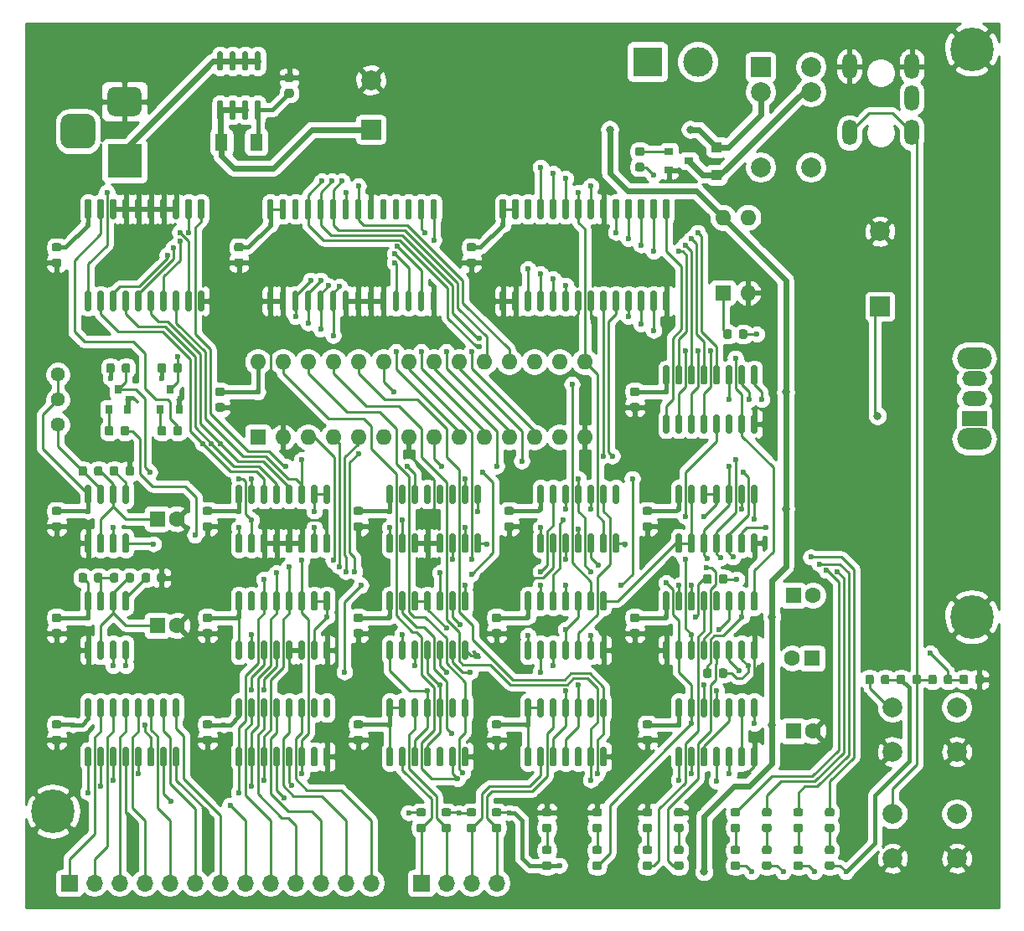
<source format=gbr>
%TF.GenerationSoftware,KiCad,Pcbnew,(5.1.6)-1*%
%TF.CreationDate,2021-01-03T13:05:20+07:00*%
%TF.ProjectId,morse_buffer_prod,6d6f7273-655f-4627-9566-6665725f7072,1*%
%TF.SameCoordinates,Original*%
%TF.FileFunction,Copper,L1,Top*%
%TF.FilePolarity,Positive*%
%FSLAX46Y46*%
G04 Gerber Fmt 4.6, Leading zero omitted, Abs format (unit mm)*
G04 Created by KiCad (PCBNEW (5.1.6)-1) date 2021-01-03 13:05:20*
%MOMM*%
%LPD*%
G01*
G04 APERTURE LIST*
%TA.AperFunction,SMDPad,CuDef*%
%ADD10R,0.800000X0.900000*%
%TD*%
%TA.AperFunction,ComponentPad*%
%ADD11C,4.400000*%
%TD*%
%TA.AperFunction,ComponentPad*%
%ADD12O,1.500000X2.600000*%
%TD*%
%TA.AperFunction,ComponentPad*%
%ADD13O,1.600000X1.600000*%
%TD*%
%TA.AperFunction,ComponentPad*%
%ADD14R,1.600000X1.600000*%
%TD*%
%TA.AperFunction,ComponentPad*%
%ADD15O,3.500000X2.200000*%
%TD*%
%TA.AperFunction,ComponentPad*%
%ADD16O,2.500000X1.500000*%
%TD*%
%TA.AperFunction,ComponentPad*%
%ADD17R,2.500000X1.500000*%
%TD*%
%TA.AperFunction,ComponentPad*%
%ADD18C,2.000000*%
%TD*%
%TA.AperFunction,ComponentPad*%
%ADD19C,1.440000*%
%TD*%
%TA.AperFunction,SMDPad,CuDef*%
%ADD20R,0.900000X0.800000*%
%TD*%
%TA.AperFunction,ComponentPad*%
%ADD21R,2.000000X2.000000*%
%TD*%
%TA.AperFunction,ComponentPad*%
%ADD22R,3.500000X3.500000*%
%TD*%
%TA.AperFunction,ComponentPad*%
%ADD23C,3.000000*%
%TD*%
%TA.AperFunction,ComponentPad*%
%ADD24R,3.000000X3.000000*%
%TD*%
%TA.AperFunction,ComponentPad*%
%ADD25O,1.700000X1.700000*%
%TD*%
%TA.AperFunction,ComponentPad*%
%ADD26R,1.700000X1.700000*%
%TD*%
%TA.AperFunction,SMDPad,CuDef*%
%ADD27R,1.300000X1.700000*%
%TD*%
%TA.AperFunction,SMDPad,CuDef*%
%ADD28R,1.100000X1.100000*%
%TD*%
%TA.AperFunction,ComponentPad*%
%ADD29C,1.600000*%
%TD*%
%TA.AperFunction,ViaPad*%
%ADD30C,0.600000*%
%TD*%
%TA.AperFunction,ViaPad*%
%ADD31C,0.800000*%
%TD*%
%TA.AperFunction,Conductor*%
%ADD32C,0.250000*%
%TD*%
%TA.AperFunction,Conductor*%
%ADD33C,0.400000*%
%TD*%
%TA.AperFunction,Conductor*%
%ADD34C,0.600000*%
%TD*%
%TA.AperFunction,Conductor*%
%ADD35C,0.254000*%
%TD*%
G04 APERTURE END LIST*
%TO.P,R27,2*%
%TO.N,Net-(R27-Pad2)*%
%TA.AperFunction,SMDPad,CuDef*%
G36*
G01*
X75026000Y-102491250D02*
X75026000Y-101978750D01*
G75*
G02*
X75244750Y-101760000I218750J0D01*
G01*
X75682250Y-101760000D01*
G75*
G02*
X75901000Y-101978750I0J-218750D01*
G01*
X75901000Y-102491250D01*
G75*
G02*
X75682250Y-102710000I-218750J0D01*
G01*
X75244750Y-102710000D01*
G75*
G02*
X75026000Y-102491250I0J218750D01*
G01*
G37*
%TD.AperFunction*%
%TO.P,R27,1*%
%TO.N,Net-(Q4-Pad1)*%
%TA.AperFunction,SMDPad,CuDef*%
G36*
G01*
X73451000Y-102491250D02*
X73451000Y-101978750D01*
G75*
G02*
X73669750Y-101760000I218750J0D01*
G01*
X74107250Y-101760000D01*
G75*
G02*
X74326000Y-101978750I0J-218750D01*
G01*
X74326000Y-102491250D01*
G75*
G02*
X74107250Y-102710000I-218750J0D01*
G01*
X73669750Y-102710000D01*
G75*
G02*
X73451000Y-102491250I0J218750D01*
G01*
G37*
%TD.AperFunction*%
%TD*%
%TO.P,R26,2*%
%TO.N,Net-(Q4-Pad3)*%
%TA.AperFunction,SMDPad,CuDef*%
G36*
G01*
X75153000Y-96141250D02*
X75153000Y-95628750D01*
G75*
G02*
X75371750Y-95410000I218750J0D01*
G01*
X75809250Y-95410000D01*
G75*
G02*
X76028000Y-95628750I0J-218750D01*
G01*
X76028000Y-96141250D01*
G75*
G02*
X75809250Y-96360000I-218750J0D01*
G01*
X75371750Y-96360000D01*
G75*
G02*
X75153000Y-96141250I0J218750D01*
G01*
G37*
%TD.AperFunction*%
%TO.P,R26,1*%
%TO.N,+5V*%
%TA.AperFunction,SMDPad,CuDef*%
G36*
G01*
X73578000Y-96141250D02*
X73578000Y-95628750D01*
G75*
G02*
X73796750Y-95410000I218750J0D01*
G01*
X74234250Y-95410000D01*
G75*
G02*
X74453000Y-95628750I0J-218750D01*
G01*
X74453000Y-96141250D01*
G75*
G02*
X74234250Y-96360000I-218750J0D01*
G01*
X73796750Y-96360000D01*
G75*
G02*
X73578000Y-96141250I0J218750D01*
G01*
G37*
%TD.AperFunction*%
%TD*%
D10*
%TO.P,Q4,3*%
%TO.N,Net-(Q4-Pad3)*%
X74803000Y-98060000D03*
%TO.P,Q4,2*%
%TO.N,GNDREF*%
X75753000Y-100060000D03*
%TO.P,Q4,1*%
%TO.N,Net-(Q4-Pad1)*%
X73853000Y-100060000D03*
%TD*%
D11*
%TO.P,H3,1*%
%TO.N,GNDREF*%
X161036000Y-63627000D03*
%TD*%
%TO.P,H2,1*%
%TO.N,GNDREF*%
X161036000Y-121031000D03*
%TD*%
%TO.P,H1,1*%
%TO.N,GNDREF*%
X68199000Y-140716000D03*
%TD*%
D12*
%TO.P,J2,T*%
%TO.N,Net-(J2-PadT)*%
X148692000Y-72080000D03*
%TO.P,J2,S*%
%TO.N,GNDREF*%
X148692000Y-65380000D03*
%TO.P,J2,T*%
%TO.N,Net-(J2-PadT)*%
X154992000Y-72080000D03*
%TO.P,J2,R*%
%TO.N,N/C*%
X154992000Y-68580000D03*
%TO.P,J2,S*%
%TO.N,GNDREF*%
X154992000Y-65380000D03*
%TD*%
%TO.P,U4,14*%
%TO.N,+5V*%
%TA.AperFunction,SMDPad,CuDef*%
G36*
G01*
X116355000Y-120420000D02*
X116055000Y-120420000D01*
G75*
G02*
X115905000Y-120270000I0J150000D01*
G01*
X115905000Y-118620000D01*
G75*
G02*
X116055000Y-118470000I150000J0D01*
G01*
X116355000Y-118470000D01*
G75*
G02*
X116505000Y-118620000I0J-150000D01*
G01*
X116505000Y-120270000D01*
G75*
G02*
X116355000Y-120420000I-150000J0D01*
G01*
G37*
%TD.AperFunction*%
%TO.P,U4,13*%
%TO.N,SOUND_TRIG_B*%
%TA.AperFunction,SMDPad,CuDef*%
G36*
G01*
X117625000Y-120420000D02*
X117325000Y-120420000D01*
G75*
G02*
X117175000Y-120270000I0J150000D01*
G01*
X117175000Y-118620000D01*
G75*
G02*
X117325000Y-118470000I150000J0D01*
G01*
X117625000Y-118470000D01*
G75*
G02*
X117775000Y-118620000I0J-150000D01*
G01*
X117775000Y-120270000D01*
G75*
G02*
X117625000Y-120420000I-150000J0D01*
G01*
G37*
%TD.AperFunction*%
%TO.P,U4,12*%
%TO.N,SOUND_TRIG_A*%
%TA.AperFunction,SMDPad,CuDef*%
G36*
G01*
X118895000Y-120420000D02*
X118595000Y-120420000D01*
G75*
G02*
X118445000Y-120270000I0J150000D01*
G01*
X118445000Y-118620000D01*
G75*
G02*
X118595000Y-118470000I150000J0D01*
G01*
X118895000Y-118470000D01*
G75*
G02*
X119045000Y-118620000I0J-150000D01*
G01*
X119045000Y-120270000D01*
G75*
G02*
X118895000Y-120420000I-150000J0D01*
G01*
G37*
%TD.AperFunction*%
%TO.P,U4,11*%
%TO.N,Net-(SW3-Pad2)*%
%TA.AperFunction,SMDPad,CuDef*%
G36*
G01*
X120165000Y-120420000D02*
X119865000Y-120420000D01*
G75*
G02*
X119715000Y-120270000I0J150000D01*
G01*
X119715000Y-118620000D01*
G75*
G02*
X119865000Y-118470000I150000J0D01*
G01*
X120165000Y-118470000D01*
G75*
G02*
X120315000Y-118620000I0J-150000D01*
G01*
X120315000Y-120270000D01*
G75*
G02*
X120165000Y-120420000I-150000J0D01*
G01*
G37*
%TD.AperFunction*%
%TO.P,U4,10*%
%TO.N,Net-(U4-Pad10)*%
%TA.AperFunction,SMDPad,CuDef*%
G36*
G01*
X121435000Y-120420000D02*
X121135000Y-120420000D01*
G75*
G02*
X120985000Y-120270000I0J150000D01*
G01*
X120985000Y-118620000D01*
G75*
G02*
X121135000Y-118470000I150000J0D01*
G01*
X121435000Y-118470000D01*
G75*
G02*
X121585000Y-118620000I0J-150000D01*
G01*
X121585000Y-120270000D01*
G75*
G02*
X121435000Y-120420000I-150000J0D01*
G01*
G37*
%TD.AperFunction*%
%TO.P,U4,9*%
%TO.N,TX_COMPLETE*%
%TA.AperFunction,SMDPad,CuDef*%
G36*
G01*
X122705000Y-120420000D02*
X122405000Y-120420000D01*
G75*
G02*
X122255000Y-120270000I0J150000D01*
G01*
X122255000Y-118620000D01*
G75*
G02*
X122405000Y-118470000I150000J0D01*
G01*
X122705000Y-118470000D01*
G75*
G02*
X122855000Y-118620000I0J-150000D01*
G01*
X122855000Y-120270000D01*
G75*
G02*
X122705000Y-120420000I-150000J0D01*
G01*
G37*
%TD.AperFunction*%
%TO.P,U4,8*%
%TO.N,TX_RESET*%
%TA.AperFunction,SMDPad,CuDef*%
G36*
G01*
X123975000Y-120420000D02*
X123675000Y-120420000D01*
G75*
G02*
X123525000Y-120270000I0J150000D01*
G01*
X123525000Y-118620000D01*
G75*
G02*
X123675000Y-118470000I150000J0D01*
G01*
X123975000Y-118470000D01*
G75*
G02*
X124125000Y-118620000I0J-150000D01*
G01*
X124125000Y-120270000D01*
G75*
G02*
X123975000Y-120420000I-150000J0D01*
G01*
G37*
%TD.AperFunction*%
%TO.P,U4,7*%
%TO.N,GNDREF*%
%TA.AperFunction,SMDPad,CuDef*%
G36*
G01*
X123975000Y-125370000D02*
X123675000Y-125370000D01*
G75*
G02*
X123525000Y-125220000I0J150000D01*
G01*
X123525000Y-123570000D01*
G75*
G02*
X123675000Y-123420000I150000J0D01*
G01*
X123975000Y-123420000D01*
G75*
G02*
X124125000Y-123570000I0J-150000D01*
G01*
X124125000Y-125220000D01*
G75*
G02*
X123975000Y-125370000I-150000J0D01*
G01*
G37*
%TD.AperFunction*%
%TO.P,U4,6*%
%TO.N,RD_RESET*%
%TA.AperFunction,SMDPad,CuDef*%
G36*
G01*
X122705000Y-125370000D02*
X122405000Y-125370000D01*
G75*
G02*
X122255000Y-125220000I0J150000D01*
G01*
X122255000Y-123570000D01*
G75*
G02*
X122405000Y-123420000I150000J0D01*
G01*
X122705000Y-123420000D01*
G75*
G02*
X122855000Y-123570000I0J-150000D01*
G01*
X122855000Y-125220000D01*
G75*
G02*
X122705000Y-125370000I-150000J0D01*
G01*
G37*
%TD.AperFunction*%
%TO.P,U4,5*%
%TO.N,RD_COMPLETE*%
%TA.AperFunction,SMDPad,CuDef*%
G36*
G01*
X121435000Y-125370000D02*
X121135000Y-125370000D01*
G75*
G02*
X120985000Y-125220000I0J150000D01*
G01*
X120985000Y-123570000D01*
G75*
G02*
X121135000Y-123420000I150000J0D01*
G01*
X121435000Y-123420000D01*
G75*
G02*
X121585000Y-123570000I0J-150000D01*
G01*
X121585000Y-125220000D01*
G75*
G02*
X121435000Y-125370000I-150000J0D01*
G01*
G37*
%TD.AperFunction*%
%TO.P,U4,4*%
%TO.N,Net-(U4-Pad10)*%
%TA.AperFunction,SMDPad,CuDef*%
G36*
G01*
X120165000Y-125370000D02*
X119865000Y-125370000D01*
G75*
G02*
X119715000Y-125220000I0J150000D01*
G01*
X119715000Y-123570000D01*
G75*
G02*
X119865000Y-123420000I150000J0D01*
G01*
X120165000Y-123420000D01*
G75*
G02*
X120315000Y-123570000I0J-150000D01*
G01*
X120315000Y-125220000D01*
G75*
G02*
X120165000Y-125370000I-150000J0D01*
G01*
G37*
%TD.AperFunction*%
%TO.P,U4,3*%
%TO.N,Net-(U4-Pad3)*%
%TA.AperFunction,SMDPad,CuDef*%
G36*
G01*
X118895000Y-125370000D02*
X118595000Y-125370000D01*
G75*
G02*
X118445000Y-125220000I0J150000D01*
G01*
X118445000Y-123570000D01*
G75*
G02*
X118595000Y-123420000I150000J0D01*
G01*
X118895000Y-123420000D01*
G75*
G02*
X119045000Y-123570000I0J-150000D01*
G01*
X119045000Y-125220000D01*
G75*
G02*
X118895000Y-125370000I-150000J0D01*
G01*
G37*
%TD.AperFunction*%
%TO.P,U4,2*%
%TO.N,Net-(U4-Pad2)*%
%TA.AperFunction,SMDPad,CuDef*%
G36*
G01*
X117625000Y-125370000D02*
X117325000Y-125370000D01*
G75*
G02*
X117175000Y-125220000I0J150000D01*
G01*
X117175000Y-123570000D01*
G75*
G02*
X117325000Y-123420000I150000J0D01*
G01*
X117625000Y-123420000D01*
G75*
G02*
X117775000Y-123570000I0J-150000D01*
G01*
X117775000Y-125220000D01*
G75*
G02*
X117625000Y-125370000I-150000J0D01*
G01*
G37*
%TD.AperFunction*%
%TO.P,U4,1*%
%TO.N,RD_RESET*%
%TA.AperFunction,SMDPad,CuDef*%
G36*
G01*
X116355000Y-125370000D02*
X116055000Y-125370000D01*
G75*
G02*
X115905000Y-125220000I0J150000D01*
G01*
X115905000Y-123570000D01*
G75*
G02*
X116055000Y-123420000I150000J0D01*
G01*
X116355000Y-123420000D01*
G75*
G02*
X116505000Y-123570000I0J-150000D01*
G01*
X116505000Y-125220000D01*
G75*
G02*
X116355000Y-125370000I-150000J0D01*
G01*
G37*
%TD.AperFunction*%
%TD*%
%TO.P,R11,2*%
%TO.N,Net-(J3-Pad4)*%
%TA.AperFunction,SMDPad,CuDef*%
G36*
G01*
X112773750Y-141955000D02*
X113286250Y-141955000D01*
G75*
G02*
X113505000Y-142173750I0J-218750D01*
G01*
X113505000Y-142611250D01*
G75*
G02*
X113286250Y-142830000I-218750J0D01*
G01*
X112773750Y-142830000D01*
G75*
G02*
X112555000Y-142611250I0J218750D01*
G01*
X112555000Y-142173750D01*
G75*
G02*
X112773750Y-141955000I218750J0D01*
G01*
G37*
%TD.AperFunction*%
%TO.P,R11,1*%
%TO.N,+5V*%
%TA.AperFunction,SMDPad,CuDef*%
G36*
G01*
X112773750Y-140380000D02*
X113286250Y-140380000D01*
G75*
G02*
X113505000Y-140598750I0J-218750D01*
G01*
X113505000Y-141036250D01*
G75*
G02*
X113286250Y-141255000I-218750J0D01*
G01*
X112773750Y-141255000D01*
G75*
G02*
X112555000Y-141036250I0J218750D01*
G01*
X112555000Y-140598750D01*
G75*
G02*
X112773750Y-140380000I218750J0D01*
G01*
G37*
%TD.AperFunction*%
%TD*%
%TO.P,R9,2*%
%TO.N,Net-(J3-Pad3)*%
%TA.AperFunction,SMDPad,CuDef*%
G36*
G01*
X110233750Y-141955000D02*
X110746250Y-141955000D01*
G75*
G02*
X110965000Y-142173750I0J-218750D01*
G01*
X110965000Y-142611250D01*
G75*
G02*
X110746250Y-142830000I-218750J0D01*
G01*
X110233750Y-142830000D01*
G75*
G02*
X110015000Y-142611250I0J218750D01*
G01*
X110015000Y-142173750D01*
G75*
G02*
X110233750Y-141955000I218750J0D01*
G01*
G37*
%TD.AperFunction*%
%TO.P,R9,1*%
%TO.N,+5V*%
%TA.AperFunction,SMDPad,CuDef*%
G36*
G01*
X110233750Y-140380000D02*
X110746250Y-140380000D01*
G75*
G02*
X110965000Y-140598750I0J-218750D01*
G01*
X110965000Y-141036250D01*
G75*
G02*
X110746250Y-141255000I-218750J0D01*
G01*
X110233750Y-141255000D01*
G75*
G02*
X110015000Y-141036250I0J218750D01*
G01*
X110015000Y-140598750D01*
G75*
G02*
X110233750Y-140380000I218750J0D01*
G01*
G37*
%TD.AperFunction*%
%TD*%
%TO.P,R8,2*%
%TO.N,Net-(J3-Pad2)*%
%TA.AperFunction,SMDPad,CuDef*%
G36*
G01*
X107693750Y-141955000D02*
X108206250Y-141955000D01*
G75*
G02*
X108425000Y-142173750I0J-218750D01*
G01*
X108425000Y-142611250D01*
G75*
G02*
X108206250Y-142830000I-218750J0D01*
G01*
X107693750Y-142830000D01*
G75*
G02*
X107475000Y-142611250I0J218750D01*
G01*
X107475000Y-142173750D01*
G75*
G02*
X107693750Y-141955000I218750J0D01*
G01*
G37*
%TD.AperFunction*%
%TO.P,R8,1*%
%TO.N,+5V*%
%TA.AperFunction,SMDPad,CuDef*%
G36*
G01*
X107693750Y-140380000D02*
X108206250Y-140380000D01*
G75*
G02*
X108425000Y-140598750I0J-218750D01*
G01*
X108425000Y-141036250D01*
G75*
G02*
X108206250Y-141255000I-218750J0D01*
G01*
X107693750Y-141255000D01*
G75*
G02*
X107475000Y-141036250I0J218750D01*
G01*
X107475000Y-140598750D01*
G75*
G02*
X107693750Y-140380000I218750J0D01*
G01*
G37*
%TD.AperFunction*%
%TD*%
%TO.P,R6,2*%
%TO.N,Net-(J3-Pad1)*%
%TA.AperFunction,SMDPad,CuDef*%
G36*
G01*
X105153750Y-141955000D02*
X105666250Y-141955000D01*
G75*
G02*
X105885000Y-142173750I0J-218750D01*
G01*
X105885000Y-142611250D01*
G75*
G02*
X105666250Y-142830000I-218750J0D01*
G01*
X105153750Y-142830000D01*
G75*
G02*
X104935000Y-142611250I0J218750D01*
G01*
X104935000Y-142173750D01*
G75*
G02*
X105153750Y-141955000I218750J0D01*
G01*
G37*
%TD.AperFunction*%
%TO.P,R6,1*%
%TO.N,+5V*%
%TA.AperFunction,SMDPad,CuDef*%
G36*
G01*
X105153750Y-140380000D02*
X105666250Y-140380000D01*
G75*
G02*
X105885000Y-140598750I0J-218750D01*
G01*
X105885000Y-141036250D01*
G75*
G02*
X105666250Y-141255000I-218750J0D01*
G01*
X105153750Y-141255000D01*
G75*
G02*
X104935000Y-141036250I0J218750D01*
G01*
X104935000Y-140598750D01*
G75*
G02*
X105153750Y-140380000I218750J0D01*
G01*
G37*
%TD.AperFunction*%
%TD*%
%TO.P,R25,1*%
%TO.N,Net-(D10-Pad1)*%
%TA.AperFunction,SMDPad,CuDef*%
G36*
G01*
X118366250Y-142830000D02*
X117853750Y-142830000D01*
G75*
G02*
X117635000Y-142611250I0J218750D01*
G01*
X117635000Y-142173750D01*
G75*
G02*
X117853750Y-141955000I218750J0D01*
G01*
X118366250Y-141955000D01*
G75*
G02*
X118585000Y-142173750I0J-218750D01*
G01*
X118585000Y-142611250D01*
G75*
G02*
X118366250Y-142830000I-218750J0D01*
G01*
G37*
%TD.AperFunction*%
%TO.P,R25,2*%
%TO.N,GNDREF*%
%TA.AperFunction,SMDPad,CuDef*%
G36*
G01*
X118366250Y-141255000D02*
X117853750Y-141255000D01*
G75*
G02*
X117635000Y-141036250I0J218750D01*
G01*
X117635000Y-140598750D01*
G75*
G02*
X117853750Y-140380000I218750J0D01*
G01*
X118366250Y-140380000D01*
G75*
G02*
X118585000Y-140598750I0J-218750D01*
G01*
X118585000Y-141036250D01*
G75*
G02*
X118366250Y-141255000I-218750J0D01*
G01*
G37*
%TD.AperFunction*%
%TD*%
%TO.P,R23,1*%
%TO.N,Net-(D8-Pad1)*%
%TA.AperFunction,SMDPad,CuDef*%
G36*
G01*
X131701250Y-142830000D02*
X131188750Y-142830000D01*
G75*
G02*
X130970000Y-142611250I0J218750D01*
G01*
X130970000Y-142173750D01*
G75*
G02*
X131188750Y-141955000I218750J0D01*
G01*
X131701250Y-141955000D01*
G75*
G02*
X131920000Y-142173750I0J-218750D01*
G01*
X131920000Y-142611250D01*
G75*
G02*
X131701250Y-142830000I-218750J0D01*
G01*
G37*
%TD.AperFunction*%
%TO.P,R23,2*%
%TO.N,GNDREF*%
%TA.AperFunction,SMDPad,CuDef*%
G36*
G01*
X131701250Y-141255000D02*
X131188750Y-141255000D01*
G75*
G02*
X130970000Y-141036250I0J218750D01*
G01*
X130970000Y-140598750D01*
G75*
G02*
X131188750Y-140380000I218750J0D01*
G01*
X131701250Y-140380000D01*
G75*
G02*
X131920000Y-140598750I0J-218750D01*
G01*
X131920000Y-141036250D01*
G75*
G02*
X131701250Y-141255000I-218750J0D01*
G01*
G37*
%TD.AperFunction*%
%TD*%
%TO.P,R22,1*%
%TO.N,Net-(D7-Pad1)*%
%TA.AperFunction,SMDPad,CuDef*%
G36*
G01*
X128526250Y-142830000D02*
X128013750Y-142830000D01*
G75*
G02*
X127795000Y-142611250I0J218750D01*
G01*
X127795000Y-142173750D01*
G75*
G02*
X128013750Y-141955000I218750J0D01*
G01*
X128526250Y-141955000D01*
G75*
G02*
X128745000Y-142173750I0J-218750D01*
G01*
X128745000Y-142611250D01*
G75*
G02*
X128526250Y-142830000I-218750J0D01*
G01*
G37*
%TD.AperFunction*%
%TO.P,R22,2*%
%TO.N,GNDREF*%
%TA.AperFunction,SMDPad,CuDef*%
G36*
G01*
X128526250Y-141255000D02*
X128013750Y-141255000D01*
G75*
G02*
X127795000Y-141036250I0J218750D01*
G01*
X127795000Y-140598750D01*
G75*
G02*
X128013750Y-140380000I218750J0D01*
G01*
X128526250Y-140380000D01*
G75*
G02*
X128745000Y-140598750I0J-218750D01*
G01*
X128745000Y-141036250D01*
G75*
G02*
X128526250Y-141255000I-218750J0D01*
G01*
G37*
%TD.AperFunction*%
%TD*%
%TO.P,R20,1*%
%TO.N,Net-(D6-Pad1)*%
%TA.AperFunction,SMDPad,CuDef*%
G36*
G01*
X146941250Y-142830000D02*
X146428750Y-142830000D01*
G75*
G02*
X146210000Y-142611250I0J218750D01*
G01*
X146210000Y-142173750D01*
G75*
G02*
X146428750Y-141955000I218750J0D01*
G01*
X146941250Y-141955000D01*
G75*
G02*
X147160000Y-142173750I0J-218750D01*
G01*
X147160000Y-142611250D01*
G75*
G02*
X146941250Y-142830000I-218750J0D01*
G01*
G37*
%TD.AperFunction*%
%TO.P,R20,2*%
%TO.N,~FULL*%
%TA.AperFunction,SMDPad,CuDef*%
G36*
G01*
X146941250Y-141255000D02*
X146428750Y-141255000D01*
G75*
G02*
X146210000Y-141036250I0J218750D01*
G01*
X146210000Y-140598750D01*
G75*
G02*
X146428750Y-140380000I218750J0D01*
G01*
X146941250Y-140380000D01*
G75*
G02*
X147160000Y-140598750I0J-218750D01*
G01*
X147160000Y-141036250D01*
G75*
G02*
X146941250Y-141255000I-218750J0D01*
G01*
G37*
%TD.AperFunction*%
%TD*%
%TO.P,R19,1*%
%TO.N,Net-(D5-Pad1)*%
%TA.AperFunction,SMDPad,CuDef*%
G36*
G01*
X143766250Y-142830000D02*
X143253750Y-142830000D01*
G75*
G02*
X143035000Y-142611250I0J218750D01*
G01*
X143035000Y-142173750D01*
G75*
G02*
X143253750Y-141955000I218750J0D01*
G01*
X143766250Y-141955000D01*
G75*
G02*
X143985000Y-142173750I0J-218750D01*
G01*
X143985000Y-142611250D01*
G75*
G02*
X143766250Y-142830000I-218750J0D01*
G01*
G37*
%TD.AperFunction*%
%TO.P,R19,2*%
%TO.N,~HALF*%
%TA.AperFunction,SMDPad,CuDef*%
G36*
G01*
X143766250Y-141255000D02*
X143253750Y-141255000D01*
G75*
G02*
X143035000Y-141036250I0J218750D01*
G01*
X143035000Y-140598750D01*
G75*
G02*
X143253750Y-140380000I218750J0D01*
G01*
X143766250Y-140380000D01*
G75*
G02*
X143985000Y-140598750I0J-218750D01*
G01*
X143985000Y-141036250D01*
G75*
G02*
X143766250Y-141255000I-218750J0D01*
G01*
G37*
%TD.AperFunction*%
%TD*%
%TO.P,R18,1*%
%TO.N,Net-(D4-Pad1)*%
%TA.AperFunction,SMDPad,CuDef*%
G36*
G01*
X140591250Y-142830000D02*
X140078750Y-142830000D01*
G75*
G02*
X139860000Y-142611250I0J218750D01*
G01*
X139860000Y-142173750D01*
G75*
G02*
X140078750Y-141955000I218750J0D01*
G01*
X140591250Y-141955000D01*
G75*
G02*
X140810000Y-142173750I0J-218750D01*
G01*
X140810000Y-142611250D01*
G75*
G02*
X140591250Y-142830000I-218750J0D01*
G01*
G37*
%TD.AperFunction*%
%TO.P,R18,2*%
%TO.N,Net-(R18-Pad2)*%
%TA.AperFunction,SMDPad,CuDef*%
G36*
G01*
X140591250Y-141255000D02*
X140078750Y-141255000D01*
G75*
G02*
X139860000Y-141036250I0J218750D01*
G01*
X139860000Y-140598750D01*
G75*
G02*
X140078750Y-140380000I218750J0D01*
G01*
X140591250Y-140380000D01*
G75*
G02*
X140810000Y-140598750I0J-218750D01*
G01*
X140810000Y-141036250D01*
G75*
G02*
X140591250Y-141255000I-218750J0D01*
G01*
G37*
%TD.AperFunction*%
%TD*%
%TO.P,R17,1*%
%TO.N,Net-(D3-Pad1)*%
%TA.AperFunction,SMDPad,CuDef*%
G36*
G01*
X137416250Y-142830000D02*
X136903750Y-142830000D01*
G75*
G02*
X136685000Y-142611250I0J218750D01*
G01*
X136685000Y-142173750D01*
G75*
G02*
X136903750Y-141955000I218750J0D01*
G01*
X137416250Y-141955000D01*
G75*
G02*
X137635000Y-142173750I0J-218750D01*
G01*
X137635000Y-142611250D01*
G75*
G02*
X137416250Y-142830000I-218750J0D01*
G01*
G37*
%TD.AperFunction*%
%TO.P,R17,2*%
%TO.N,~EMPTY*%
%TA.AperFunction,SMDPad,CuDef*%
G36*
G01*
X137416250Y-141255000D02*
X136903750Y-141255000D01*
G75*
G02*
X136685000Y-141036250I0J218750D01*
G01*
X136685000Y-140598750D01*
G75*
G02*
X136903750Y-140380000I218750J0D01*
G01*
X137416250Y-140380000D01*
G75*
G02*
X137635000Y-140598750I0J-218750D01*
G01*
X137635000Y-141036250D01*
G75*
G02*
X137416250Y-141255000I-218750J0D01*
G01*
G37*
%TD.AperFunction*%
%TD*%
%TO.P,R7,1*%
%TO.N,Net-(D1-Pad1)*%
%TA.AperFunction,SMDPad,CuDef*%
G36*
G01*
X123446250Y-142830000D02*
X122933750Y-142830000D01*
G75*
G02*
X122715000Y-142611250I0J218750D01*
G01*
X122715000Y-142173750D01*
G75*
G02*
X122933750Y-141955000I218750J0D01*
G01*
X123446250Y-141955000D01*
G75*
G02*
X123665000Y-142173750I0J-218750D01*
G01*
X123665000Y-142611250D01*
G75*
G02*
X123446250Y-142830000I-218750J0D01*
G01*
G37*
%TD.AperFunction*%
%TO.P,R7,2*%
%TO.N,GNDREF*%
%TA.AperFunction,SMDPad,CuDef*%
G36*
G01*
X123446250Y-141255000D02*
X122933750Y-141255000D01*
G75*
G02*
X122715000Y-141036250I0J218750D01*
G01*
X122715000Y-140598750D01*
G75*
G02*
X122933750Y-140380000I218750J0D01*
G01*
X123446250Y-140380000D01*
G75*
G02*
X123665000Y-140598750I0J-218750D01*
G01*
X123665000Y-141036250D01*
G75*
G02*
X123446250Y-141255000I-218750J0D01*
G01*
G37*
%TD.AperFunction*%
%TD*%
%TO.P,D10,1*%
%TO.N,Net-(D10-Pad1)*%
%TA.AperFunction,SMDPad,CuDef*%
G36*
G01*
X117853750Y-144190000D02*
X118366250Y-144190000D01*
G75*
G02*
X118585000Y-144408750I0J-218750D01*
G01*
X118585000Y-144846250D01*
G75*
G02*
X118366250Y-145065000I-218750J0D01*
G01*
X117853750Y-145065000D01*
G75*
G02*
X117635000Y-144846250I0J218750D01*
G01*
X117635000Y-144408750D01*
G75*
G02*
X117853750Y-144190000I218750J0D01*
G01*
G37*
%TD.AperFunction*%
%TO.P,D10,2*%
%TO.N,+5V*%
%TA.AperFunction,SMDPad,CuDef*%
G36*
G01*
X117853750Y-145765000D02*
X118366250Y-145765000D01*
G75*
G02*
X118585000Y-145983750I0J-218750D01*
G01*
X118585000Y-146421250D01*
G75*
G02*
X118366250Y-146640000I-218750J0D01*
G01*
X117853750Y-146640000D01*
G75*
G02*
X117635000Y-146421250I0J218750D01*
G01*
X117635000Y-145983750D01*
G75*
G02*
X117853750Y-145765000I218750J0D01*
G01*
G37*
%TD.AperFunction*%
%TD*%
%TO.P,D8,1*%
%TO.N,Net-(D8-Pad1)*%
%TA.AperFunction,SMDPad,CuDef*%
G36*
G01*
X131188750Y-144190000D02*
X131701250Y-144190000D01*
G75*
G02*
X131920000Y-144408750I0J-218750D01*
G01*
X131920000Y-144846250D01*
G75*
G02*
X131701250Y-145065000I-218750J0D01*
G01*
X131188750Y-145065000D01*
G75*
G02*
X130970000Y-144846250I0J218750D01*
G01*
X130970000Y-144408750D01*
G75*
G02*
X131188750Y-144190000I218750J0D01*
G01*
G37*
%TD.AperFunction*%
%TO.P,D8,2*%
%TO.N,Net-(D8-Pad2)*%
%TA.AperFunction,SMDPad,CuDef*%
G36*
G01*
X131188750Y-145765000D02*
X131701250Y-145765000D01*
G75*
G02*
X131920000Y-145983750I0J-218750D01*
G01*
X131920000Y-146421250D01*
G75*
G02*
X131701250Y-146640000I-218750J0D01*
G01*
X131188750Y-146640000D01*
G75*
G02*
X130970000Y-146421250I0J218750D01*
G01*
X130970000Y-145983750D01*
G75*
G02*
X131188750Y-145765000I218750J0D01*
G01*
G37*
%TD.AperFunction*%
%TD*%
%TO.P,D7,1*%
%TO.N,Net-(D7-Pad1)*%
%TA.AperFunction,SMDPad,CuDef*%
G36*
G01*
X128013750Y-144190000D02*
X128526250Y-144190000D01*
G75*
G02*
X128745000Y-144408750I0J-218750D01*
G01*
X128745000Y-144846250D01*
G75*
G02*
X128526250Y-145065000I-218750J0D01*
G01*
X128013750Y-145065000D01*
G75*
G02*
X127795000Y-144846250I0J218750D01*
G01*
X127795000Y-144408750D01*
G75*
G02*
X128013750Y-144190000I218750J0D01*
G01*
G37*
%TD.AperFunction*%
%TO.P,D7,2*%
%TO.N,Net-(D7-Pad2)*%
%TA.AperFunction,SMDPad,CuDef*%
G36*
G01*
X128013750Y-145765000D02*
X128526250Y-145765000D01*
G75*
G02*
X128745000Y-145983750I0J-218750D01*
G01*
X128745000Y-146421250D01*
G75*
G02*
X128526250Y-146640000I-218750J0D01*
G01*
X128013750Y-146640000D01*
G75*
G02*
X127795000Y-146421250I0J218750D01*
G01*
X127795000Y-145983750D01*
G75*
G02*
X128013750Y-145765000I218750J0D01*
G01*
G37*
%TD.AperFunction*%
%TD*%
%TO.P,D6,1*%
%TO.N,Net-(D6-Pad1)*%
%TA.AperFunction,SMDPad,CuDef*%
G36*
G01*
X146428750Y-144190000D02*
X146941250Y-144190000D01*
G75*
G02*
X147160000Y-144408750I0J-218750D01*
G01*
X147160000Y-144846250D01*
G75*
G02*
X146941250Y-145065000I-218750J0D01*
G01*
X146428750Y-145065000D01*
G75*
G02*
X146210000Y-144846250I0J218750D01*
G01*
X146210000Y-144408750D01*
G75*
G02*
X146428750Y-144190000I218750J0D01*
G01*
G37*
%TD.AperFunction*%
%TO.P,D6,2*%
%TO.N,+5V*%
%TA.AperFunction,SMDPad,CuDef*%
G36*
G01*
X146428750Y-145765000D02*
X146941250Y-145765000D01*
G75*
G02*
X147160000Y-145983750I0J-218750D01*
G01*
X147160000Y-146421250D01*
G75*
G02*
X146941250Y-146640000I-218750J0D01*
G01*
X146428750Y-146640000D01*
G75*
G02*
X146210000Y-146421250I0J218750D01*
G01*
X146210000Y-145983750D01*
G75*
G02*
X146428750Y-145765000I218750J0D01*
G01*
G37*
%TD.AperFunction*%
%TD*%
%TO.P,D5,1*%
%TO.N,Net-(D5-Pad1)*%
%TA.AperFunction,SMDPad,CuDef*%
G36*
G01*
X143253750Y-144190000D02*
X143766250Y-144190000D01*
G75*
G02*
X143985000Y-144408750I0J-218750D01*
G01*
X143985000Y-144846250D01*
G75*
G02*
X143766250Y-145065000I-218750J0D01*
G01*
X143253750Y-145065000D01*
G75*
G02*
X143035000Y-144846250I0J218750D01*
G01*
X143035000Y-144408750D01*
G75*
G02*
X143253750Y-144190000I218750J0D01*
G01*
G37*
%TD.AperFunction*%
%TO.P,D5,2*%
%TO.N,+5V*%
%TA.AperFunction,SMDPad,CuDef*%
G36*
G01*
X143253750Y-145765000D02*
X143766250Y-145765000D01*
G75*
G02*
X143985000Y-145983750I0J-218750D01*
G01*
X143985000Y-146421250D01*
G75*
G02*
X143766250Y-146640000I-218750J0D01*
G01*
X143253750Y-146640000D01*
G75*
G02*
X143035000Y-146421250I0J218750D01*
G01*
X143035000Y-145983750D01*
G75*
G02*
X143253750Y-145765000I218750J0D01*
G01*
G37*
%TD.AperFunction*%
%TD*%
%TO.P,D4,1*%
%TO.N,Net-(D4-Pad1)*%
%TA.AperFunction,SMDPad,CuDef*%
G36*
G01*
X140078750Y-144190000D02*
X140591250Y-144190000D01*
G75*
G02*
X140810000Y-144408750I0J-218750D01*
G01*
X140810000Y-144846250D01*
G75*
G02*
X140591250Y-145065000I-218750J0D01*
G01*
X140078750Y-145065000D01*
G75*
G02*
X139860000Y-144846250I0J218750D01*
G01*
X139860000Y-144408750D01*
G75*
G02*
X140078750Y-144190000I218750J0D01*
G01*
G37*
%TD.AperFunction*%
%TO.P,D4,2*%
%TO.N,+5V*%
%TA.AperFunction,SMDPad,CuDef*%
G36*
G01*
X140078750Y-145765000D02*
X140591250Y-145765000D01*
G75*
G02*
X140810000Y-145983750I0J-218750D01*
G01*
X140810000Y-146421250D01*
G75*
G02*
X140591250Y-146640000I-218750J0D01*
G01*
X140078750Y-146640000D01*
G75*
G02*
X139860000Y-146421250I0J218750D01*
G01*
X139860000Y-145983750D01*
G75*
G02*
X140078750Y-145765000I218750J0D01*
G01*
G37*
%TD.AperFunction*%
%TD*%
%TO.P,D3,1*%
%TO.N,Net-(D3-Pad1)*%
%TA.AperFunction,SMDPad,CuDef*%
G36*
G01*
X136903750Y-144190000D02*
X137416250Y-144190000D01*
G75*
G02*
X137635000Y-144408750I0J-218750D01*
G01*
X137635000Y-144846250D01*
G75*
G02*
X137416250Y-145065000I-218750J0D01*
G01*
X136903750Y-145065000D01*
G75*
G02*
X136685000Y-144846250I0J218750D01*
G01*
X136685000Y-144408750D01*
G75*
G02*
X136903750Y-144190000I218750J0D01*
G01*
G37*
%TD.AperFunction*%
%TO.P,D3,2*%
%TO.N,+5V*%
%TA.AperFunction,SMDPad,CuDef*%
G36*
G01*
X136903750Y-145765000D02*
X137416250Y-145765000D01*
G75*
G02*
X137635000Y-145983750I0J-218750D01*
G01*
X137635000Y-146421250D01*
G75*
G02*
X137416250Y-146640000I-218750J0D01*
G01*
X136903750Y-146640000D01*
G75*
G02*
X136685000Y-146421250I0J218750D01*
G01*
X136685000Y-145983750D01*
G75*
G02*
X136903750Y-145765000I218750J0D01*
G01*
G37*
%TD.AperFunction*%
%TD*%
%TO.P,D1,1*%
%TO.N,Net-(D1-Pad1)*%
%TA.AperFunction,SMDPad,CuDef*%
G36*
G01*
X122933750Y-144190000D02*
X123446250Y-144190000D01*
G75*
G02*
X123665000Y-144408750I0J-218750D01*
G01*
X123665000Y-144846250D01*
G75*
G02*
X123446250Y-145065000I-218750J0D01*
G01*
X122933750Y-145065000D01*
G75*
G02*
X122715000Y-144846250I0J218750D01*
G01*
X122715000Y-144408750D01*
G75*
G02*
X122933750Y-144190000I218750J0D01*
G01*
G37*
%TD.AperFunction*%
%TO.P,D1,2*%
%TO.N,KEYBOARD_PRESS*%
%TA.AperFunction,SMDPad,CuDef*%
G36*
G01*
X122933750Y-145765000D02*
X123446250Y-145765000D01*
G75*
G02*
X123665000Y-145983750I0J-218750D01*
G01*
X123665000Y-146421250D01*
G75*
G02*
X123446250Y-146640000I-218750J0D01*
G01*
X122933750Y-146640000D01*
G75*
G02*
X122715000Y-146421250I0J218750D01*
G01*
X122715000Y-145983750D01*
G75*
G02*
X122933750Y-145765000I218750J0D01*
G01*
G37*
%TD.AperFunction*%
%TD*%
%TO.P,U14,28*%
%TO.N,+5V*%
%TA.AperFunction,SMDPad,CuDef*%
G36*
G01*
X90320000Y-80830000D02*
X90020000Y-80830000D01*
G75*
G02*
X89870000Y-80680000I0J150000D01*
G01*
X89870000Y-78930000D01*
G75*
G02*
X90020000Y-78780000I150000J0D01*
G01*
X90320000Y-78780000D01*
G75*
G02*
X90470000Y-78930000I0J-150000D01*
G01*
X90470000Y-80680000D01*
G75*
G02*
X90320000Y-80830000I-150000J0D01*
G01*
G37*
%TD.AperFunction*%
%TO.P,U14,27*%
%TA.AperFunction,SMDPad,CuDef*%
G36*
G01*
X91590000Y-80830000D02*
X91290000Y-80830000D01*
G75*
G02*
X91140000Y-80680000I0J150000D01*
G01*
X91140000Y-78930000D01*
G75*
G02*
X91290000Y-78780000I150000J0D01*
G01*
X91590000Y-78780000D01*
G75*
G02*
X91740000Y-78930000I0J-150000D01*
G01*
X91740000Y-80680000D01*
G75*
G02*
X91590000Y-80830000I-150000J0D01*
G01*
G37*
%TD.AperFunction*%
%TO.P,U14,26*%
%TO.N,Net-(U14-Pad26)*%
%TA.AperFunction,SMDPad,CuDef*%
G36*
G01*
X92860000Y-80830000D02*
X92560000Y-80830000D01*
G75*
G02*
X92410000Y-80680000I0J150000D01*
G01*
X92410000Y-78930000D01*
G75*
G02*
X92560000Y-78780000I150000J0D01*
G01*
X92860000Y-78780000D01*
G75*
G02*
X93010000Y-78930000I0J-150000D01*
G01*
X93010000Y-80680000D01*
G75*
G02*
X92860000Y-80830000I-150000J0D01*
G01*
G37*
%TD.AperFunction*%
%TO.P,U14,25*%
%TO.N,/RW0*%
%TA.AperFunction,SMDPad,CuDef*%
G36*
G01*
X94130000Y-80830000D02*
X93830000Y-80830000D01*
G75*
G02*
X93680000Y-80680000I0J150000D01*
G01*
X93680000Y-78930000D01*
G75*
G02*
X93830000Y-78780000I150000J0D01*
G01*
X94130000Y-78780000D01*
G75*
G02*
X94280000Y-78930000I0J-150000D01*
G01*
X94280000Y-80680000D01*
G75*
G02*
X94130000Y-80830000I-150000J0D01*
G01*
G37*
%TD.AperFunction*%
%TO.P,U14,24*%
%TO.N,/RW1*%
%TA.AperFunction,SMDPad,CuDef*%
G36*
G01*
X95400000Y-80830000D02*
X95100000Y-80830000D01*
G75*
G02*
X94950000Y-80680000I0J150000D01*
G01*
X94950000Y-78930000D01*
G75*
G02*
X95100000Y-78780000I150000J0D01*
G01*
X95400000Y-78780000D01*
G75*
G02*
X95550000Y-78930000I0J-150000D01*
G01*
X95550000Y-80680000D01*
G75*
G02*
X95400000Y-80830000I-150000J0D01*
G01*
G37*
%TD.AperFunction*%
%TO.P,U14,23*%
%TO.N,/RW3*%
%TA.AperFunction,SMDPad,CuDef*%
G36*
G01*
X96670000Y-80830000D02*
X96370000Y-80830000D01*
G75*
G02*
X96220000Y-80680000I0J150000D01*
G01*
X96220000Y-78930000D01*
G75*
G02*
X96370000Y-78780000I150000J0D01*
G01*
X96670000Y-78780000D01*
G75*
G02*
X96820000Y-78930000I0J-150000D01*
G01*
X96820000Y-80680000D01*
G75*
G02*
X96670000Y-80830000I-150000J0D01*
G01*
G37*
%TD.AperFunction*%
%TO.P,U14,22*%
%TO.N,~TX_ON*%
%TA.AperFunction,SMDPad,CuDef*%
G36*
G01*
X97940000Y-80830000D02*
X97640000Y-80830000D01*
G75*
G02*
X97490000Y-80680000I0J150000D01*
G01*
X97490000Y-78930000D01*
G75*
G02*
X97640000Y-78780000I150000J0D01*
G01*
X97940000Y-78780000D01*
G75*
G02*
X98090000Y-78930000I0J-150000D01*
G01*
X98090000Y-80680000D01*
G75*
G02*
X97940000Y-80830000I-150000J0D01*
G01*
G37*
%TD.AperFunction*%
%TO.P,U14,21*%
%TO.N,/RW2*%
%TA.AperFunction,SMDPad,CuDef*%
G36*
G01*
X99210000Y-80830000D02*
X98910000Y-80830000D01*
G75*
G02*
X98760000Y-80680000I0J150000D01*
G01*
X98760000Y-78930000D01*
G75*
G02*
X98910000Y-78780000I150000J0D01*
G01*
X99210000Y-78780000D01*
G75*
G02*
X99360000Y-78930000I0J-150000D01*
G01*
X99360000Y-80680000D01*
G75*
G02*
X99210000Y-80830000I-150000J0D01*
G01*
G37*
%TD.AperFunction*%
%TO.P,U14,20*%
%TO.N,GNDREF*%
%TA.AperFunction,SMDPad,CuDef*%
G36*
G01*
X100480000Y-80830000D02*
X100180000Y-80830000D01*
G75*
G02*
X100030000Y-80680000I0J150000D01*
G01*
X100030000Y-78930000D01*
G75*
G02*
X100180000Y-78780000I150000J0D01*
G01*
X100480000Y-78780000D01*
G75*
G02*
X100630000Y-78930000I0J-150000D01*
G01*
X100630000Y-80680000D01*
G75*
G02*
X100480000Y-80830000I-150000J0D01*
G01*
G37*
%TD.AperFunction*%
%TO.P,U14,19*%
%TO.N,Net-(U14-Pad19)*%
%TA.AperFunction,SMDPad,CuDef*%
G36*
G01*
X101750000Y-80830000D02*
X101450000Y-80830000D01*
G75*
G02*
X101300000Y-80680000I0J150000D01*
G01*
X101300000Y-78930000D01*
G75*
G02*
X101450000Y-78780000I150000J0D01*
G01*
X101750000Y-78780000D01*
G75*
G02*
X101900000Y-78930000I0J-150000D01*
G01*
X101900000Y-80680000D01*
G75*
G02*
X101750000Y-80830000I-150000J0D01*
G01*
G37*
%TD.AperFunction*%
%TO.P,U14,18*%
%TO.N,Net-(U14-Pad18)*%
%TA.AperFunction,SMDPad,CuDef*%
G36*
G01*
X103020000Y-80830000D02*
X102720000Y-80830000D01*
G75*
G02*
X102570000Y-80680000I0J150000D01*
G01*
X102570000Y-78930000D01*
G75*
G02*
X102720000Y-78780000I150000J0D01*
G01*
X103020000Y-78780000D01*
G75*
G02*
X103170000Y-78930000I0J-150000D01*
G01*
X103170000Y-80680000D01*
G75*
G02*
X103020000Y-80830000I-150000J0D01*
G01*
G37*
%TD.AperFunction*%
%TO.P,U14,17*%
%TO.N,Net-(U14-Pad17)*%
%TA.AperFunction,SMDPad,CuDef*%
G36*
G01*
X104290000Y-80830000D02*
X103990000Y-80830000D01*
G75*
G02*
X103840000Y-80680000I0J150000D01*
G01*
X103840000Y-78930000D01*
G75*
G02*
X103990000Y-78780000I150000J0D01*
G01*
X104290000Y-78780000D01*
G75*
G02*
X104440000Y-78930000I0J-150000D01*
G01*
X104440000Y-80680000D01*
G75*
G02*
X104290000Y-80830000I-150000J0D01*
G01*
G37*
%TD.AperFunction*%
%TO.P,U14,16*%
%TO.N,/LN4*%
%TA.AperFunction,SMDPad,CuDef*%
G36*
G01*
X105560000Y-80830000D02*
X105260000Y-80830000D01*
G75*
G02*
X105110000Y-80680000I0J150000D01*
G01*
X105110000Y-78930000D01*
G75*
G02*
X105260000Y-78780000I150000J0D01*
G01*
X105560000Y-78780000D01*
G75*
G02*
X105710000Y-78930000I0J-150000D01*
G01*
X105710000Y-80680000D01*
G75*
G02*
X105560000Y-80830000I-150000J0D01*
G01*
G37*
%TD.AperFunction*%
%TO.P,U14,15*%
%TO.N,/LN3*%
%TA.AperFunction,SMDPad,CuDef*%
G36*
G01*
X106830000Y-80830000D02*
X106530000Y-80830000D01*
G75*
G02*
X106380000Y-80680000I0J150000D01*
G01*
X106380000Y-78930000D01*
G75*
G02*
X106530000Y-78780000I150000J0D01*
G01*
X106830000Y-78780000D01*
G75*
G02*
X106980000Y-78930000I0J-150000D01*
G01*
X106980000Y-80680000D01*
G75*
G02*
X106830000Y-80830000I-150000J0D01*
G01*
G37*
%TD.AperFunction*%
%TO.P,U14,14*%
%TO.N,GNDREF*%
%TA.AperFunction,SMDPad,CuDef*%
G36*
G01*
X106830000Y-90130000D02*
X106530000Y-90130000D01*
G75*
G02*
X106380000Y-89980000I0J150000D01*
G01*
X106380000Y-88230000D01*
G75*
G02*
X106530000Y-88080000I150000J0D01*
G01*
X106830000Y-88080000D01*
G75*
G02*
X106980000Y-88230000I0J-150000D01*
G01*
X106980000Y-89980000D01*
G75*
G02*
X106830000Y-90130000I-150000J0D01*
G01*
G37*
%TD.AperFunction*%
%TO.P,U14,13*%
%TO.N,/LN2*%
%TA.AperFunction,SMDPad,CuDef*%
G36*
G01*
X105560000Y-90130000D02*
X105260000Y-90130000D01*
G75*
G02*
X105110000Y-89980000I0J150000D01*
G01*
X105110000Y-88230000D01*
G75*
G02*
X105260000Y-88080000I150000J0D01*
G01*
X105560000Y-88080000D01*
G75*
G02*
X105710000Y-88230000I0J-150000D01*
G01*
X105710000Y-89980000D01*
G75*
G02*
X105560000Y-90130000I-150000J0D01*
G01*
G37*
%TD.AperFunction*%
%TO.P,U14,12*%
%TO.N,/LN1*%
%TA.AperFunction,SMDPad,CuDef*%
G36*
G01*
X104290000Y-90130000D02*
X103990000Y-90130000D01*
G75*
G02*
X103840000Y-89980000I0J150000D01*
G01*
X103840000Y-88230000D01*
G75*
G02*
X103990000Y-88080000I150000J0D01*
G01*
X104290000Y-88080000D01*
G75*
G02*
X104440000Y-88230000I0J-150000D01*
G01*
X104440000Y-89980000D01*
G75*
G02*
X104290000Y-90130000I-150000J0D01*
G01*
G37*
%TD.AperFunction*%
%TO.P,U14,11*%
%TO.N,/LN0*%
%TA.AperFunction,SMDPad,CuDef*%
G36*
G01*
X103020000Y-90130000D02*
X102720000Y-90130000D01*
G75*
G02*
X102570000Y-89980000I0J150000D01*
G01*
X102570000Y-88230000D01*
G75*
G02*
X102720000Y-88080000I150000J0D01*
G01*
X103020000Y-88080000D01*
G75*
G02*
X103170000Y-88230000I0J-150000D01*
G01*
X103170000Y-89980000D01*
G75*
G02*
X103020000Y-90130000I-150000J0D01*
G01*
G37*
%TD.AperFunction*%
%TO.P,U14,10*%
%TO.N,GNDREF*%
%TA.AperFunction,SMDPad,CuDef*%
G36*
G01*
X101750000Y-90130000D02*
X101450000Y-90130000D01*
G75*
G02*
X101300000Y-89980000I0J150000D01*
G01*
X101300000Y-88230000D01*
G75*
G02*
X101450000Y-88080000I150000J0D01*
G01*
X101750000Y-88080000D01*
G75*
G02*
X101900000Y-88230000I0J-150000D01*
G01*
X101900000Y-89980000D01*
G75*
G02*
X101750000Y-90130000I-150000J0D01*
G01*
G37*
%TD.AperFunction*%
%TO.P,U14,9*%
%TA.AperFunction,SMDPad,CuDef*%
G36*
G01*
X100480000Y-90130000D02*
X100180000Y-90130000D01*
G75*
G02*
X100030000Y-89980000I0J150000D01*
G01*
X100030000Y-88230000D01*
G75*
G02*
X100180000Y-88080000I150000J0D01*
G01*
X100480000Y-88080000D01*
G75*
G02*
X100630000Y-88230000I0J-150000D01*
G01*
X100630000Y-89980000D01*
G75*
G02*
X100480000Y-90130000I-150000J0D01*
G01*
G37*
%TD.AperFunction*%
%TO.P,U14,8*%
%TA.AperFunction,SMDPad,CuDef*%
G36*
G01*
X99210000Y-90130000D02*
X98910000Y-90130000D01*
G75*
G02*
X98760000Y-89980000I0J150000D01*
G01*
X98760000Y-88230000D01*
G75*
G02*
X98910000Y-88080000I150000J0D01*
G01*
X99210000Y-88080000D01*
G75*
G02*
X99360000Y-88230000I0J-150000D01*
G01*
X99360000Y-89980000D01*
G75*
G02*
X99210000Y-90130000I-150000J0D01*
G01*
G37*
%TD.AperFunction*%
%TO.P,U14,7*%
%TA.AperFunction,SMDPad,CuDef*%
G36*
G01*
X97940000Y-90130000D02*
X97640000Y-90130000D01*
G75*
G02*
X97490000Y-89980000I0J150000D01*
G01*
X97490000Y-88230000D01*
G75*
G02*
X97640000Y-88080000I150000J0D01*
G01*
X97940000Y-88080000D01*
G75*
G02*
X98090000Y-88230000I0J-150000D01*
G01*
X98090000Y-89980000D01*
G75*
G02*
X97940000Y-90130000I-150000J0D01*
G01*
G37*
%TD.AperFunction*%
%TO.P,U14,6*%
%TO.N,/CL0*%
%TA.AperFunction,SMDPad,CuDef*%
G36*
G01*
X96670000Y-90130000D02*
X96370000Y-90130000D01*
G75*
G02*
X96220000Y-89980000I0J150000D01*
G01*
X96220000Y-88230000D01*
G75*
G02*
X96370000Y-88080000I150000J0D01*
G01*
X96670000Y-88080000D01*
G75*
G02*
X96820000Y-88230000I0J-150000D01*
G01*
X96820000Y-89980000D01*
G75*
G02*
X96670000Y-90130000I-150000J0D01*
G01*
G37*
%TD.AperFunction*%
%TO.P,U14,5*%
%TO.N,/CL1*%
%TA.AperFunction,SMDPad,CuDef*%
G36*
G01*
X95400000Y-90130000D02*
X95100000Y-90130000D01*
G75*
G02*
X94950000Y-89980000I0J150000D01*
G01*
X94950000Y-88230000D01*
G75*
G02*
X95100000Y-88080000I150000J0D01*
G01*
X95400000Y-88080000D01*
G75*
G02*
X95550000Y-88230000I0J-150000D01*
G01*
X95550000Y-89980000D01*
G75*
G02*
X95400000Y-90130000I-150000J0D01*
G01*
G37*
%TD.AperFunction*%
%TO.P,U14,4*%
%TO.N,/CL2*%
%TA.AperFunction,SMDPad,CuDef*%
G36*
G01*
X94130000Y-90130000D02*
X93830000Y-90130000D01*
G75*
G02*
X93680000Y-89980000I0J150000D01*
G01*
X93680000Y-88230000D01*
G75*
G02*
X93830000Y-88080000I150000J0D01*
G01*
X94130000Y-88080000D01*
G75*
G02*
X94280000Y-88230000I0J-150000D01*
G01*
X94280000Y-89980000D01*
G75*
G02*
X94130000Y-90130000I-150000J0D01*
G01*
G37*
%TD.AperFunction*%
%TO.P,U14,3*%
%TO.N,/CL3*%
%TA.AperFunction,SMDPad,CuDef*%
G36*
G01*
X92860000Y-90130000D02*
X92560000Y-90130000D01*
G75*
G02*
X92410000Y-89980000I0J150000D01*
G01*
X92410000Y-88230000D01*
G75*
G02*
X92560000Y-88080000I150000J0D01*
G01*
X92860000Y-88080000D01*
G75*
G02*
X93010000Y-88230000I0J-150000D01*
G01*
X93010000Y-89980000D01*
G75*
G02*
X92860000Y-90130000I-150000J0D01*
G01*
G37*
%TD.AperFunction*%
%TO.P,U14,2*%
%TO.N,GNDREF*%
%TA.AperFunction,SMDPad,CuDef*%
G36*
G01*
X91590000Y-90130000D02*
X91290000Y-90130000D01*
G75*
G02*
X91140000Y-89980000I0J150000D01*
G01*
X91140000Y-88230000D01*
G75*
G02*
X91290000Y-88080000I150000J0D01*
G01*
X91590000Y-88080000D01*
G75*
G02*
X91740000Y-88230000I0J-150000D01*
G01*
X91740000Y-89980000D01*
G75*
G02*
X91590000Y-90130000I-150000J0D01*
G01*
G37*
%TD.AperFunction*%
%TO.P,U14,1*%
%TA.AperFunction,SMDPad,CuDef*%
G36*
G01*
X90320000Y-90130000D02*
X90020000Y-90130000D01*
G75*
G02*
X89870000Y-89980000I0J150000D01*
G01*
X89870000Y-88230000D01*
G75*
G02*
X90020000Y-88080000I150000J0D01*
G01*
X90320000Y-88080000D01*
G75*
G02*
X90470000Y-88230000I0J-150000D01*
G01*
X90470000Y-89980000D01*
G75*
G02*
X90320000Y-90130000I-150000J0D01*
G01*
G37*
%TD.AperFunction*%
%TD*%
%TO.P,C14,2*%
%TO.N,GNDREF*%
%TA.AperFunction,SMDPad,CuDef*%
G36*
G01*
X86738750Y-84805000D02*
X87251250Y-84805000D01*
G75*
G02*
X87470000Y-85023750I0J-218750D01*
G01*
X87470000Y-85461250D01*
G75*
G02*
X87251250Y-85680000I-218750J0D01*
G01*
X86738750Y-85680000D01*
G75*
G02*
X86520000Y-85461250I0J218750D01*
G01*
X86520000Y-85023750D01*
G75*
G02*
X86738750Y-84805000I218750J0D01*
G01*
G37*
%TD.AperFunction*%
%TO.P,C14,1*%
%TO.N,+5V*%
%TA.AperFunction,SMDPad,CuDef*%
G36*
G01*
X86738750Y-83230000D02*
X87251250Y-83230000D01*
G75*
G02*
X87470000Y-83448750I0J-218750D01*
G01*
X87470000Y-83886250D01*
G75*
G02*
X87251250Y-84105000I-218750J0D01*
G01*
X86738750Y-84105000D01*
G75*
G02*
X86520000Y-83886250I0J218750D01*
G01*
X86520000Y-83448750D01*
G75*
G02*
X86738750Y-83230000I218750J0D01*
G01*
G37*
%TD.AperFunction*%
%TD*%
%TO.P,C20,2*%
%TO.N,GNDREF*%
%TA.AperFunction,SMDPad,CuDef*%
G36*
G01*
X98803750Y-111475000D02*
X99316250Y-111475000D01*
G75*
G02*
X99535000Y-111693750I0J-218750D01*
G01*
X99535000Y-112131250D01*
G75*
G02*
X99316250Y-112350000I-218750J0D01*
G01*
X98803750Y-112350000D01*
G75*
G02*
X98585000Y-112131250I0J218750D01*
G01*
X98585000Y-111693750D01*
G75*
G02*
X98803750Y-111475000I218750J0D01*
G01*
G37*
%TD.AperFunction*%
%TO.P,C20,1*%
%TO.N,+5V*%
%TA.AperFunction,SMDPad,CuDef*%
G36*
G01*
X98803750Y-109900000D02*
X99316250Y-109900000D01*
G75*
G02*
X99535000Y-110118750I0J-218750D01*
G01*
X99535000Y-110556250D01*
G75*
G02*
X99316250Y-110775000I-218750J0D01*
G01*
X98803750Y-110775000D01*
G75*
G02*
X98585000Y-110556250I0J218750D01*
G01*
X98585000Y-110118750D01*
G75*
G02*
X98803750Y-109900000I218750J0D01*
G01*
G37*
%TD.AperFunction*%
%TD*%
%TO.P,C19,2*%
%TO.N,GNDREF*%
%TA.AperFunction,SMDPad,CuDef*%
G36*
G01*
X83563750Y-111475000D02*
X84076250Y-111475000D01*
G75*
G02*
X84295000Y-111693750I0J-218750D01*
G01*
X84295000Y-112131250D01*
G75*
G02*
X84076250Y-112350000I-218750J0D01*
G01*
X83563750Y-112350000D01*
G75*
G02*
X83345000Y-112131250I0J218750D01*
G01*
X83345000Y-111693750D01*
G75*
G02*
X83563750Y-111475000I218750J0D01*
G01*
G37*
%TD.AperFunction*%
%TO.P,C19,1*%
%TO.N,+5V*%
%TA.AperFunction,SMDPad,CuDef*%
G36*
G01*
X83563750Y-109900000D02*
X84076250Y-109900000D01*
G75*
G02*
X84295000Y-110118750I0J-218750D01*
G01*
X84295000Y-110556250D01*
G75*
G02*
X84076250Y-110775000I-218750J0D01*
G01*
X83563750Y-110775000D01*
G75*
G02*
X83345000Y-110556250I0J218750D01*
G01*
X83345000Y-110118750D01*
G75*
G02*
X83563750Y-109900000I218750J0D01*
G01*
G37*
%TD.AperFunction*%
%TD*%
%TO.P,U13,28*%
%TO.N,+5V*%
%TA.AperFunction,SMDPad,CuDef*%
G36*
G01*
X113815000Y-80830000D02*
X113515000Y-80830000D01*
G75*
G02*
X113365000Y-80680000I0J150000D01*
G01*
X113365000Y-78930000D01*
G75*
G02*
X113515000Y-78780000I150000J0D01*
G01*
X113815000Y-78780000D01*
G75*
G02*
X113965000Y-78930000I0J-150000D01*
G01*
X113965000Y-80680000D01*
G75*
G02*
X113815000Y-80830000I-150000J0D01*
G01*
G37*
%TD.AperFunction*%
%TO.P,U13,27*%
%TA.AperFunction,SMDPad,CuDef*%
G36*
G01*
X115085000Y-80830000D02*
X114785000Y-80830000D01*
G75*
G02*
X114635000Y-80680000I0J150000D01*
G01*
X114635000Y-78930000D01*
G75*
G02*
X114785000Y-78780000I150000J0D01*
G01*
X115085000Y-78780000D01*
G75*
G02*
X115235000Y-78930000I0J-150000D01*
G01*
X115235000Y-80680000D01*
G75*
G02*
X115085000Y-80830000I-150000J0D01*
G01*
G37*
%TD.AperFunction*%
%TO.P,U13,26*%
%TO.N,Net-(U13-Pad26)*%
%TA.AperFunction,SMDPad,CuDef*%
G36*
G01*
X116355000Y-80830000D02*
X116055000Y-80830000D01*
G75*
G02*
X115905000Y-80680000I0J150000D01*
G01*
X115905000Y-78930000D01*
G75*
G02*
X116055000Y-78780000I150000J0D01*
G01*
X116355000Y-78780000D01*
G75*
G02*
X116505000Y-78930000I0J-150000D01*
G01*
X116505000Y-80680000D01*
G75*
G02*
X116355000Y-80830000I-150000J0D01*
G01*
G37*
%TD.AperFunction*%
%TO.P,U13,25*%
%TO.N,/RW0*%
%TA.AperFunction,SMDPad,CuDef*%
G36*
G01*
X117625000Y-80830000D02*
X117325000Y-80830000D01*
G75*
G02*
X117175000Y-80680000I0J150000D01*
G01*
X117175000Y-78930000D01*
G75*
G02*
X117325000Y-78780000I150000J0D01*
G01*
X117625000Y-78780000D01*
G75*
G02*
X117775000Y-78930000I0J-150000D01*
G01*
X117775000Y-80680000D01*
G75*
G02*
X117625000Y-80830000I-150000J0D01*
G01*
G37*
%TD.AperFunction*%
%TO.P,U13,24*%
%TO.N,/RW1*%
%TA.AperFunction,SMDPad,CuDef*%
G36*
G01*
X118895000Y-80830000D02*
X118595000Y-80830000D01*
G75*
G02*
X118445000Y-80680000I0J150000D01*
G01*
X118445000Y-78930000D01*
G75*
G02*
X118595000Y-78780000I150000J0D01*
G01*
X118895000Y-78780000D01*
G75*
G02*
X119045000Y-78930000I0J-150000D01*
G01*
X119045000Y-80680000D01*
G75*
G02*
X118895000Y-80830000I-150000J0D01*
G01*
G37*
%TD.AperFunction*%
%TO.P,U13,23*%
%TO.N,/RW3*%
%TA.AperFunction,SMDPad,CuDef*%
G36*
G01*
X120165000Y-80830000D02*
X119865000Y-80830000D01*
G75*
G02*
X119715000Y-80680000I0J150000D01*
G01*
X119715000Y-78930000D01*
G75*
G02*
X119865000Y-78780000I150000J0D01*
G01*
X120165000Y-78780000D01*
G75*
G02*
X120315000Y-78930000I0J-150000D01*
G01*
X120315000Y-80680000D01*
G75*
G02*
X120165000Y-80830000I-150000J0D01*
G01*
G37*
%TD.AperFunction*%
%TO.P,U13,22*%
%TO.N,~TX_ON*%
%TA.AperFunction,SMDPad,CuDef*%
G36*
G01*
X121435000Y-80830000D02*
X121135000Y-80830000D01*
G75*
G02*
X120985000Y-80680000I0J150000D01*
G01*
X120985000Y-78930000D01*
G75*
G02*
X121135000Y-78780000I150000J0D01*
G01*
X121435000Y-78780000D01*
G75*
G02*
X121585000Y-78930000I0J-150000D01*
G01*
X121585000Y-80680000D01*
G75*
G02*
X121435000Y-80830000I-150000J0D01*
G01*
G37*
%TD.AperFunction*%
%TO.P,U13,21*%
%TO.N,/RW2*%
%TA.AperFunction,SMDPad,CuDef*%
G36*
G01*
X122705000Y-80830000D02*
X122405000Y-80830000D01*
G75*
G02*
X122255000Y-80680000I0J150000D01*
G01*
X122255000Y-78930000D01*
G75*
G02*
X122405000Y-78780000I150000J0D01*
G01*
X122705000Y-78780000D01*
G75*
G02*
X122855000Y-78930000I0J-150000D01*
G01*
X122855000Y-80680000D01*
G75*
G02*
X122705000Y-80830000I-150000J0D01*
G01*
G37*
%TD.AperFunction*%
%TO.P,U13,20*%
%TO.N,GNDREF*%
%TA.AperFunction,SMDPad,CuDef*%
G36*
G01*
X123975000Y-80830000D02*
X123675000Y-80830000D01*
G75*
G02*
X123525000Y-80680000I0J150000D01*
G01*
X123525000Y-78930000D01*
G75*
G02*
X123675000Y-78780000I150000J0D01*
G01*
X123975000Y-78780000D01*
G75*
G02*
X124125000Y-78930000I0J-150000D01*
G01*
X124125000Y-80680000D01*
G75*
G02*
X123975000Y-80830000I-150000J0D01*
G01*
G37*
%TD.AperFunction*%
%TO.P,U13,19*%
%TO.N,Net-(U13-Pad19)*%
%TA.AperFunction,SMDPad,CuDef*%
G36*
G01*
X125245000Y-80830000D02*
X124945000Y-80830000D01*
G75*
G02*
X124795000Y-80680000I0J150000D01*
G01*
X124795000Y-78930000D01*
G75*
G02*
X124945000Y-78780000I150000J0D01*
G01*
X125245000Y-78780000D01*
G75*
G02*
X125395000Y-78930000I0J-150000D01*
G01*
X125395000Y-80680000D01*
G75*
G02*
X125245000Y-80830000I-150000J0D01*
G01*
G37*
%TD.AperFunction*%
%TO.P,U13,18*%
%TO.N,Net-(U13-Pad18)*%
%TA.AperFunction,SMDPad,CuDef*%
G36*
G01*
X126515000Y-80830000D02*
X126215000Y-80830000D01*
G75*
G02*
X126065000Y-80680000I0J150000D01*
G01*
X126065000Y-78930000D01*
G75*
G02*
X126215000Y-78780000I150000J0D01*
G01*
X126515000Y-78780000D01*
G75*
G02*
X126665000Y-78930000I0J-150000D01*
G01*
X126665000Y-80680000D01*
G75*
G02*
X126515000Y-80830000I-150000J0D01*
G01*
G37*
%TD.AperFunction*%
%TO.P,U13,17*%
%TO.N,Net-(U13-Pad17)*%
%TA.AperFunction,SMDPad,CuDef*%
G36*
G01*
X127785000Y-80830000D02*
X127485000Y-80830000D01*
G75*
G02*
X127335000Y-80680000I0J150000D01*
G01*
X127335000Y-78930000D01*
G75*
G02*
X127485000Y-78780000I150000J0D01*
G01*
X127785000Y-78780000D01*
G75*
G02*
X127935000Y-78930000I0J-150000D01*
G01*
X127935000Y-80680000D01*
G75*
G02*
X127785000Y-80830000I-150000J0D01*
G01*
G37*
%TD.AperFunction*%
%TO.P,U13,16*%
%TO.N,Net-(U13-Pad16)*%
%TA.AperFunction,SMDPad,CuDef*%
G36*
G01*
X129055000Y-80830000D02*
X128755000Y-80830000D01*
G75*
G02*
X128605000Y-80680000I0J150000D01*
G01*
X128605000Y-78930000D01*
G75*
G02*
X128755000Y-78780000I150000J0D01*
G01*
X129055000Y-78780000D01*
G75*
G02*
X129205000Y-78930000I0J-150000D01*
G01*
X129205000Y-80680000D01*
G75*
G02*
X129055000Y-80830000I-150000J0D01*
G01*
G37*
%TD.AperFunction*%
%TO.P,U13,15*%
%TO.N,Net-(U13-Pad15)*%
%TA.AperFunction,SMDPad,CuDef*%
G36*
G01*
X130325000Y-80830000D02*
X130025000Y-80830000D01*
G75*
G02*
X129875000Y-80680000I0J150000D01*
G01*
X129875000Y-78930000D01*
G75*
G02*
X130025000Y-78780000I150000J0D01*
G01*
X130325000Y-78780000D01*
G75*
G02*
X130475000Y-78930000I0J-150000D01*
G01*
X130475000Y-80680000D01*
G75*
G02*
X130325000Y-80830000I-150000J0D01*
G01*
G37*
%TD.AperFunction*%
%TO.P,U13,14*%
%TO.N,GNDREF*%
%TA.AperFunction,SMDPad,CuDef*%
G36*
G01*
X130325000Y-90130000D02*
X130025000Y-90130000D01*
G75*
G02*
X129875000Y-89980000I0J150000D01*
G01*
X129875000Y-88230000D01*
G75*
G02*
X130025000Y-88080000I150000J0D01*
G01*
X130325000Y-88080000D01*
G75*
G02*
X130475000Y-88230000I0J-150000D01*
G01*
X130475000Y-89980000D01*
G75*
G02*
X130325000Y-90130000I-150000J0D01*
G01*
G37*
%TD.AperFunction*%
%TO.P,U13,13*%
%TO.N,Net-(U13-Pad13)*%
%TA.AperFunction,SMDPad,CuDef*%
G36*
G01*
X129055000Y-90130000D02*
X128755000Y-90130000D01*
G75*
G02*
X128605000Y-89980000I0J150000D01*
G01*
X128605000Y-88230000D01*
G75*
G02*
X128755000Y-88080000I150000J0D01*
G01*
X129055000Y-88080000D01*
G75*
G02*
X129205000Y-88230000I0J-150000D01*
G01*
X129205000Y-89980000D01*
G75*
G02*
X129055000Y-90130000I-150000J0D01*
G01*
G37*
%TD.AperFunction*%
%TO.P,U13,12*%
%TO.N,Net-(U13-Pad12)*%
%TA.AperFunction,SMDPad,CuDef*%
G36*
G01*
X127785000Y-90130000D02*
X127485000Y-90130000D01*
G75*
G02*
X127335000Y-89980000I0J150000D01*
G01*
X127335000Y-88230000D01*
G75*
G02*
X127485000Y-88080000I150000J0D01*
G01*
X127785000Y-88080000D01*
G75*
G02*
X127935000Y-88230000I0J-150000D01*
G01*
X127935000Y-89980000D01*
G75*
G02*
X127785000Y-90130000I-150000J0D01*
G01*
G37*
%TD.AperFunction*%
%TO.P,U13,11*%
%TO.N,Net-(U13-Pad11)*%
%TA.AperFunction,SMDPad,CuDef*%
G36*
G01*
X126515000Y-90130000D02*
X126215000Y-90130000D01*
G75*
G02*
X126065000Y-89980000I0J150000D01*
G01*
X126065000Y-88230000D01*
G75*
G02*
X126215000Y-88080000I150000J0D01*
G01*
X126515000Y-88080000D01*
G75*
G02*
X126665000Y-88230000I0J-150000D01*
G01*
X126665000Y-89980000D01*
G75*
G02*
X126515000Y-90130000I-150000J0D01*
G01*
G37*
%TD.AperFunction*%
%TO.P,U13,10*%
%TO.N,/ST3*%
%TA.AperFunction,SMDPad,CuDef*%
G36*
G01*
X125245000Y-90130000D02*
X124945000Y-90130000D01*
G75*
G02*
X124795000Y-89980000I0J150000D01*
G01*
X124795000Y-88230000D01*
G75*
G02*
X124945000Y-88080000I150000J0D01*
G01*
X125245000Y-88080000D01*
G75*
G02*
X125395000Y-88230000I0J-150000D01*
G01*
X125395000Y-89980000D01*
G75*
G02*
X125245000Y-90130000I-150000J0D01*
G01*
G37*
%TD.AperFunction*%
%TO.P,U13,9*%
%TO.N,/ST4*%
%TA.AperFunction,SMDPad,CuDef*%
G36*
G01*
X123975000Y-90130000D02*
X123675000Y-90130000D01*
G75*
G02*
X123525000Y-89980000I0J150000D01*
G01*
X123525000Y-88230000D01*
G75*
G02*
X123675000Y-88080000I150000J0D01*
G01*
X123975000Y-88080000D01*
G75*
G02*
X124125000Y-88230000I0J-150000D01*
G01*
X124125000Y-89980000D01*
G75*
G02*
X123975000Y-90130000I-150000J0D01*
G01*
G37*
%TD.AperFunction*%
%TO.P,U13,8*%
%TO.N,GNDREF*%
%TA.AperFunction,SMDPad,CuDef*%
G36*
G01*
X122705000Y-90130000D02*
X122405000Y-90130000D01*
G75*
G02*
X122255000Y-89980000I0J150000D01*
G01*
X122255000Y-88230000D01*
G75*
G02*
X122405000Y-88080000I150000J0D01*
G01*
X122705000Y-88080000D01*
G75*
G02*
X122855000Y-88230000I0J-150000D01*
G01*
X122855000Y-89980000D01*
G75*
G02*
X122705000Y-90130000I-150000J0D01*
G01*
G37*
%TD.AperFunction*%
%TO.P,U13,7*%
%TA.AperFunction,SMDPad,CuDef*%
G36*
G01*
X121435000Y-90130000D02*
X121135000Y-90130000D01*
G75*
G02*
X120985000Y-89980000I0J150000D01*
G01*
X120985000Y-88230000D01*
G75*
G02*
X121135000Y-88080000I150000J0D01*
G01*
X121435000Y-88080000D01*
G75*
G02*
X121585000Y-88230000I0J-150000D01*
G01*
X121585000Y-89980000D01*
G75*
G02*
X121435000Y-90130000I-150000J0D01*
G01*
G37*
%TD.AperFunction*%
%TO.P,U13,6*%
%TO.N,/CL0*%
%TA.AperFunction,SMDPad,CuDef*%
G36*
G01*
X120165000Y-90130000D02*
X119865000Y-90130000D01*
G75*
G02*
X119715000Y-89980000I0J150000D01*
G01*
X119715000Y-88230000D01*
G75*
G02*
X119865000Y-88080000I150000J0D01*
G01*
X120165000Y-88080000D01*
G75*
G02*
X120315000Y-88230000I0J-150000D01*
G01*
X120315000Y-89980000D01*
G75*
G02*
X120165000Y-90130000I-150000J0D01*
G01*
G37*
%TD.AperFunction*%
%TO.P,U13,5*%
%TO.N,/CL1*%
%TA.AperFunction,SMDPad,CuDef*%
G36*
G01*
X118895000Y-90130000D02*
X118595000Y-90130000D01*
G75*
G02*
X118445000Y-89980000I0J150000D01*
G01*
X118445000Y-88230000D01*
G75*
G02*
X118595000Y-88080000I150000J0D01*
G01*
X118895000Y-88080000D01*
G75*
G02*
X119045000Y-88230000I0J-150000D01*
G01*
X119045000Y-89980000D01*
G75*
G02*
X118895000Y-90130000I-150000J0D01*
G01*
G37*
%TD.AperFunction*%
%TO.P,U13,4*%
%TO.N,/CL2*%
%TA.AperFunction,SMDPad,CuDef*%
G36*
G01*
X117625000Y-90130000D02*
X117325000Y-90130000D01*
G75*
G02*
X117175000Y-89980000I0J150000D01*
G01*
X117175000Y-88230000D01*
G75*
G02*
X117325000Y-88080000I150000J0D01*
G01*
X117625000Y-88080000D01*
G75*
G02*
X117775000Y-88230000I0J-150000D01*
G01*
X117775000Y-89980000D01*
G75*
G02*
X117625000Y-90130000I-150000J0D01*
G01*
G37*
%TD.AperFunction*%
%TO.P,U13,3*%
%TO.N,/CL3*%
%TA.AperFunction,SMDPad,CuDef*%
G36*
G01*
X116355000Y-90130000D02*
X116055000Y-90130000D01*
G75*
G02*
X115905000Y-89980000I0J150000D01*
G01*
X115905000Y-88230000D01*
G75*
G02*
X116055000Y-88080000I150000J0D01*
G01*
X116355000Y-88080000D01*
G75*
G02*
X116505000Y-88230000I0J-150000D01*
G01*
X116505000Y-89980000D01*
G75*
G02*
X116355000Y-90130000I-150000J0D01*
G01*
G37*
%TD.AperFunction*%
%TO.P,U13,2*%
%TO.N,GNDREF*%
%TA.AperFunction,SMDPad,CuDef*%
G36*
G01*
X115085000Y-90130000D02*
X114785000Y-90130000D01*
G75*
G02*
X114635000Y-89980000I0J150000D01*
G01*
X114635000Y-88230000D01*
G75*
G02*
X114785000Y-88080000I150000J0D01*
G01*
X115085000Y-88080000D01*
G75*
G02*
X115235000Y-88230000I0J-150000D01*
G01*
X115235000Y-89980000D01*
G75*
G02*
X115085000Y-90130000I-150000J0D01*
G01*
G37*
%TD.AperFunction*%
%TO.P,U13,1*%
%TA.AperFunction,SMDPad,CuDef*%
G36*
G01*
X113815000Y-90130000D02*
X113515000Y-90130000D01*
G75*
G02*
X113365000Y-89980000I0J150000D01*
G01*
X113365000Y-88230000D01*
G75*
G02*
X113515000Y-88080000I150000J0D01*
G01*
X113815000Y-88080000D01*
G75*
G02*
X113965000Y-88230000I0J-150000D01*
G01*
X113965000Y-89980000D01*
G75*
G02*
X113815000Y-90130000I-150000J0D01*
G01*
G37*
%TD.AperFunction*%
%TD*%
%TO.P,C4,2*%
%TO.N,GNDREF*%
%TA.AperFunction,SMDPad,CuDef*%
G36*
G01*
X112773750Y-122270000D02*
X113286250Y-122270000D01*
G75*
G02*
X113505000Y-122488750I0J-218750D01*
G01*
X113505000Y-122926250D01*
G75*
G02*
X113286250Y-123145000I-218750J0D01*
G01*
X112773750Y-123145000D01*
G75*
G02*
X112555000Y-122926250I0J218750D01*
G01*
X112555000Y-122488750D01*
G75*
G02*
X112773750Y-122270000I218750J0D01*
G01*
G37*
%TD.AperFunction*%
%TO.P,C4,1*%
%TO.N,+5V*%
%TA.AperFunction,SMDPad,CuDef*%
G36*
G01*
X112773750Y-120695000D02*
X113286250Y-120695000D01*
G75*
G02*
X113505000Y-120913750I0J-218750D01*
G01*
X113505000Y-121351250D01*
G75*
G02*
X113286250Y-121570000I-218750J0D01*
G01*
X112773750Y-121570000D01*
G75*
G02*
X112555000Y-121351250I0J218750D01*
G01*
X112555000Y-120913750D01*
G75*
G02*
X112773750Y-120695000I218750J0D01*
G01*
G37*
%TD.AperFunction*%
%TD*%
%TO.P,U20,16*%
%TO.N,+5V*%
%TA.AperFunction,SMDPad,CuDef*%
G36*
G01*
X102385000Y-109625000D02*
X102085000Y-109625000D01*
G75*
G02*
X101935000Y-109475000I0J150000D01*
G01*
X101935000Y-107825000D01*
G75*
G02*
X102085000Y-107675000I150000J0D01*
G01*
X102385000Y-107675000D01*
G75*
G02*
X102535000Y-107825000I0J-150000D01*
G01*
X102535000Y-109475000D01*
G75*
G02*
X102385000Y-109625000I-150000J0D01*
G01*
G37*
%TD.AperFunction*%
%TO.P,U20,15*%
%TO.N,Net-(U20-Pad15)*%
%TA.AperFunction,SMDPad,CuDef*%
G36*
G01*
X103655000Y-109625000D02*
X103355000Y-109625000D01*
G75*
G02*
X103205000Y-109475000I0J150000D01*
G01*
X103205000Y-107825000D01*
G75*
G02*
X103355000Y-107675000I150000J0D01*
G01*
X103655000Y-107675000D01*
G75*
G02*
X103805000Y-107825000I0J-150000D01*
G01*
X103805000Y-109475000D01*
G75*
G02*
X103655000Y-109625000I-150000J0D01*
G01*
G37*
%TD.AperFunction*%
%TO.P,U20,14*%
%TO.N,/ST4*%
%TA.AperFunction,SMDPad,CuDef*%
G36*
G01*
X104925000Y-109625000D02*
X104625000Y-109625000D01*
G75*
G02*
X104475000Y-109475000I0J150000D01*
G01*
X104475000Y-107825000D01*
G75*
G02*
X104625000Y-107675000I150000J0D01*
G01*
X104925000Y-107675000D01*
G75*
G02*
X105075000Y-107825000I0J-150000D01*
G01*
X105075000Y-109475000D01*
G75*
G02*
X104925000Y-109625000I-150000J0D01*
G01*
G37*
%TD.AperFunction*%
%TO.P,U20,13*%
%TO.N,Net-(U20-Pad13)*%
%TA.AperFunction,SMDPad,CuDef*%
G36*
G01*
X106195000Y-109625000D02*
X105895000Y-109625000D01*
G75*
G02*
X105745000Y-109475000I0J150000D01*
G01*
X105745000Y-107825000D01*
G75*
G02*
X105895000Y-107675000I150000J0D01*
G01*
X106195000Y-107675000D01*
G75*
G02*
X106345000Y-107825000I0J-150000D01*
G01*
X106345000Y-109475000D01*
G75*
G02*
X106195000Y-109625000I-150000J0D01*
G01*
G37*
%TD.AperFunction*%
%TO.P,U20,12*%
%TO.N,Net-(U20-Pad12)*%
%TA.AperFunction,SMDPad,CuDef*%
G36*
G01*
X107465000Y-109625000D02*
X107165000Y-109625000D01*
G75*
G02*
X107015000Y-109475000I0J150000D01*
G01*
X107015000Y-107825000D01*
G75*
G02*
X107165000Y-107675000I150000J0D01*
G01*
X107465000Y-107675000D01*
G75*
G02*
X107615000Y-107825000I0J-150000D01*
G01*
X107615000Y-109475000D01*
G75*
G02*
X107465000Y-109625000I-150000J0D01*
G01*
G37*
%TD.AperFunction*%
%TO.P,U20,11*%
%TO.N,Net-(U20-Pad11)*%
%TA.AperFunction,SMDPad,CuDef*%
G36*
G01*
X108735000Y-109625000D02*
X108435000Y-109625000D01*
G75*
G02*
X108285000Y-109475000I0J150000D01*
G01*
X108285000Y-107825000D01*
G75*
G02*
X108435000Y-107675000I150000J0D01*
G01*
X108735000Y-107675000D01*
G75*
G02*
X108885000Y-107825000I0J-150000D01*
G01*
X108885000Y-109475000D01*
G75*
G02*
X108735000Y-109625000I-150000J0D01*
G01*
G37*
%TD.AperFunction*%
%TO.P,U20,10*%
%TO.N,Net-(U19-Pad15)*%
%TA.AperFunction,SMDPad,CuDef*%
G36*
G01*
X110005000Y-109625000D02*
X109705000Y-109625000D01*
G75*
G02*
X109555000Y-109475000I0J150000D01*
G01*
X109555000Y-107825000D01*
G75*
G02*
X109705000Y-107675000I150000J0D01*
G01*
X110005000Y-107675000D01*
G75*
G02*
X110155000Y-107825000I0J-150000D01*
G01*
X110155000Y-109475000D01*
G75*
G02*
X110005000Y-109625000I-150000J0D01*
G01*
G37*
%TD.AperFunction*%
%TO.P,U20,9*%
%TO.N,+5V*%
%TA.AperFunction,SMDPad,CuDef*%
G36*
G01*
X111275000Y-109625000D02*
X110975000Y-109625000D01*
G75*
G02*
X110825000Y-109475000I0J150000D01*
G01*
X110825000Y-107825000D01*
G75*
G02*
X110975000Y-107675000I150000J0D01*
G01*
X111275000Y-107675000D01*
G75*
G02*
X111425000Y-107825000I0J-150000D01*
G01*
X111425000Y-109475000D01*
G75*
G02*
X111275000Y-109625000I-150000J0D01*
G01*
G37*
%TD.AperFunction*%
%TO.P,U20,8*%
%TO.N,GNDREF*%
%TA.AperFunction,SMDPad,CuDef*%
G36*
G01*
X111275000Y-114575000D02*
X110975000Y-114575000D01*
G75*
G02*
X110825000Y-114425000I0J150000D01*
G01*
X110825000Y-112775000D01*
G75*
G02*
X110975000Y-112625000I150000J0D01*
G01*
X111275000Y-112625000D01*
G75*
G02*
X111425000Y-112775000I0J-150000D01*
G01*
X111425000Y-114425000D01*
G75*
G02*
X111275000Y-114575000I-150000J0D01*
G01*
G37*
%TD.AperFunction*%
%TO.P,U20,7*%
%TO.N,~TX_RESET*%
%TA.AperFunction,SMDPad,CuDef*%
G36*
G01*
X110005000Y-114575000D02*
X109705000Y-114575000D01*
G75*
G02*
X109555000Y-114425000I0J150000D01*
G01*
X109555000Y-112775000D01*
G75*
G02*
X109705000Y-112625000I150000J0D01*
G01*
X110005000Y-112625000D01*
G75*
G02*
X110155000Y-112775000I0J-150000D01*
G01*
X110155000Y-114425000D01*
G75*
G02*
X110005000Y-114575000I-150000J0D01*
G01*
G37*
%TD.AperFunction*%
%TO.P,U20,6*%
%TO.N,GNDREF*%
%TA.AperFunction,SMDPad,CuDef*%
G36*
G01*
X108735000Y-114575000D02*
X108435000Y-114575000D01*
G75*
G02*
X108285000Y-114425000I0J150000D01*
G01*
X108285000Y-112775000D01*
G75*
G02*
X108435000Y-112625000I150000J0D01*
G01*
X108735000Y-112625000D01*
G75*
G02*
X108885000Y-112775000I0J-150000D01*
G01*
X108885000Y-114425000D01*
G75*
G02*
X108735000Y-114575000I-150000J0D01*
G01*
G37*
%TD.AperFunction*%
%TO.P,U20,5*%
%TA.AperFunction,SMDPad,CuDef*%
G36*
G01*
X107465000Y-114575000D02*
X107165000Y-114575000D01*
G75*
G02*
X107015000Y-114425000I0J150000D01*
G01*
X107015000Y-112775000D01*
G75*
G02*
X107165000Y-112625000I150000J0D01*
G01*
X107465000Y-112625000D01*
G75*
G02*
X107615000Y-112775000I0J-150000D01*
G01*
X107615000Y-114425000D01*
G75*
G02*
X107465000Y-114575000I-150000J0D01*
G01*
G37*
%TD.AperFunction*%
%TO.P,U20,4*%
%TA.AperFunction,SMDPad,CuDef*%
G36*
G01*
X106195000Y-114575000D02*
X105895000Y-114575000D01*
G75*
G02*
X105745000Y-114425000I0J150000D01*
G01*
X105745000Y-112775000D01*
G75*
G02*
X105895000Y-112625000I150000J0D01*
G01*
X106195000Y-112625000D01*
G75*
G02*
X106345000Y-112775000I0J-150000D01*
G01*
X106345000Y-114425000D01*
G75*
G02*
X106195000Y-114575000I-150000J0D01*
G01*
G37*
%TD.AperFunction*%
%TO.P,U20,3*%
%TA.AperFunction,SMDPad,CuDef*%
G36*
G01*
X104925000Y-114575000D02*
X104625000Y-114575000D01*
G75*
G02*
X104475000Y-114425000I0J150000D01*
G01*
X104475000Y-112775000D01*
G75*
G02*
X104625000Y-112625000I150000J0D01*
G01*
X104925000Y-112625000D01*
G75*
G02*
X105075000Y-112775000I0J-150000D01*
G01*
X105075000Y-114425000D01*
G75*
G02*
X104925000Y-114575000I-150000J0D01*
G01*
G37*
%TD.AperFunction*%
%TO.P,U20,2*%
%TO.N,Net-(Q4-Pad3)*%
%TA.AperFunction,SMDPad,CuDef*%
G36*
G01*
X103655000Y-114575000D02*
X103355000Y-114575000D01*
G75*
G02*
X103205000Y-114425000I0J150000D01*
G01*
X103205000Y-112775000D01*
G75*
G02*
X103355000Y-112625000I150000J0D01*
G01*
X103655000Y-112625000D01*
G75*
G02*
X103805000Y-112775000I0J-150000D01*
G01*
X103805000Y-114425000D01*
G75*
G02*
X103655000Y-114575000I-150000J0D01*
G01*
G37*
%TD.AperFunction*%
%TO.P,U20,1*%
%TO.N,~TX_RESET*%
%TA.AperFunction,SMDPad,CuDef*%
G36*
G01*
X102385000Y-114575000D02*
X102085000Y-114575000D01*
G75*
G02*
X101935000Y-114425000I0J150000D01*
G01*
X101935000Y-112775000D01*
G75*
G02*
X102085000Y-112625000I150000J0D01*
G01*
X102385000Y-112625000D01*
G75*
G02*
X102535000Y-112775000I0J-150000D01*
G01*
X102535000Y-114425000D01*
G75*
G02*
X102385000Y-114575000I-150000J0D01*
G01*
G37*
%TD.AperFunction*%
%TD*%
%TO.P,U19,16*%
%TO.N,+5V*%
%TA.AperFunction,SMDPad,CuDef*%
G36*
G01*
X87145000Y-109625000D02*
X86845000Y-109625000D01*
G75*
G02*
X86695000Y-109475000I0J150000D01*
G01*
X86695000Y-107825000D01*
G75*
G02*
X86845000Y-107675000I150000J0D01*
G01*
X87145000Y-107675000D01*
G75*
G02*
X87295000Y-107825000I0J-150000D01*
G01*
X87295000Y-109475000D01*
G75*
G02*
X87145000Y-109625000I-150000J0D01*
G01*
G37*
%TD.AperFunction*%
%TO.P,U19,15*%
%TO.N,Net-(U19-Pad15)*%
%TA.AperFunction,SMDPad,CuDef*%
G36*
G01*
X88415000Y-109625000D02*
X88115000Y-109625000D01*
G75*
G02*
X87965000Y-109475000I0J150000D01*
G01*
X87965000Y-107825000D01*
G75*
G02*
X88115000Y-107675000I150000J0D01*
G01*
X88415000Y-107675000D01*
G75*
G02*
X88565000Y-107825000I0J-150000D01*
G01*
X88565000Y-109475000D01*
G75*
G02*
X88415000Y-109625000I-150000J0D01*
G01*
G37*
%TD.AperFunction*%
%TO.P,U19,14*%
%TO.N,/ST0*%
%TA.AperFunction,SMDPad,CuDef*%
G36*
G01*
X89685000Y-109625000D02*
X89385000Y-109625000D01*
G75*
G02*
X89235000Y-109475000I0J150000D01*
G01*
X89235000Y-107825000D01*
G75*
G02*
X89385000Y-107675000I150000J0D01*
G01*
X89685000Y-107675000D01*
G75*
G02*
X89835000Y-107825000I0J-150000D01*
G01*
X89835000Y-109475000D01*
G75*
G02*
X89685000Y-109625000I-150000J0D01*
G01*
G37*
%TD.AperFunction*%
%TO.P,U19,13*%
%TO.N,/ST1*%
%TA.AperFunction,SMDPad,CuDef*%
G36*
G01*
X90955000Y-109625000D02*
X90655000Y-109625000D01*
G75*
G02*
X90505000Y-109475000I0J150000D01*
G01*
X90505000Y-107825000D01*
G75*
G02*
X90655000Y-107675000I150000J0D01*
G01*
X90955000Y-107675000D01*
G75*
G02*
X91105000Y-107825000I0J-150000D01*
G01*
X91105000Y-109475000D01*
G75*
G02*
X90955000Y-109625000I-150000J0D01*
G01*
G37*
%TD.AperFunction*%
%TO.P,U19,12*%
%TO.N,/ST2*%
%TA.AperFunction,SMDPad,CuDef*%
G36*
G01*
X92225000Y-109625000D02*
X91925000Y-109625000D01*
G75*
G02*
X91775000Y-109475000I0J150000D01*
G01*
X91775000Y-107825000D01*
G75*
G02*
X91925000Y-107675000I150000J0D01*
G01*
X92225000Y-107675000D01*
G75*
G02*
X92375000Y-107825000I0J-150000D01*
G01*
X92375000Y-109475000D01*
G75*
G02*
X92225000Y-109625000I-150000J0D01*
G01*
G37*
%TD.AperFunction*%
%TO.P,U19,11*%
%TO.N,/ST3*%
%TA.AperFunction,SMDPad,CuDef*%
G36*
G01*
X93495000Y-109625000D02*
X93195000Y-109625000D01*
G75*
G02*
X93045000Y-109475000I0J150000D01*
G01*
X93045000Y-107825000D01*
G75*
G02*
X93195000Y-107675000I150000J0D01*
G01*
X93495000Y-107675000D01*
G75*
G02*
X93645000Y-107825000I0J-150000D01*
G01*
X93645000Y-109475000D01*
G75*
G02*
X93495000Y-109625000I-150000J0D01*
G01*
G37*
%TD.AperFunction*%
%TO.P,U19,10*%
%TO.N,+5V*%
%TA.AperFunction,SMDPad,CuDef*%
G36*
G01*
X94765000Y-109625000D02*
X94465000Y-109625000D01*
G75*
G02*
X94315000Y-109475000I0J150000D01*
G01*
X94315000Y-107825000D01*
G75*
G02*
X94465000Y-107675000I150000J0D01*
G01*
X94765000Y-107675000D01*
G75*
G02*
X94915000Y-107825000I0J-150000D01*
G01*
X94915000Y-109475000D01*
G75*
G02*
X94765000Y-109625000I-150000J0D01*
G01*
G37*
%TD.AperFunction*%
%TO.P,U19,9*%
%TA.AperFunction,SMDPad,CuDef*%
G36*
G01*
X96035000Y-109625000D02*
X95735000Y-109625000D01*
G75*
G02*
X95585000Y-109475000I0J150000D01*
G01*
X95585000Y-107825000D01*
G75*
G02*
X95735000Y-107675000I150000J0D01*
G01*
X96035000Y-107675000D01*
G75*
G02*
X96185000Y-107825000I0J-150000D01*
G01*
X96185000Y-109475000D01*
G75*
G02*
X96035000Y-109625000I-150000J0D01*
G01*
G37*
%TD.AperFunction*%
%TO.P,U19,8*%
%TO.N,GNDREF*%
%TA.AperFunction,SMDPad,CuDef*%
G36*
G01*
X96035000Y-114575000D02*
X95735000Y-114575000D01*
G75*
G02*
X95585000Y-114425000I0J150000D01*
G01*
X95585000Y-112775000D01*
G75*
G02*
X95735000Y-112625000I150000J0D01*
G01*
X96035000Y-112625000D01*
G75*
G02*
X96185000Y-112775000I0J-150000D01*
G01*
X96185000Y-114425000D01*
G75*
G02*
X96035000Y-114575000I-150000J0D01*
G01*
G37*
%TD.AperFunction*%
%TO.P,U19,7*%
%TO.N,~TX_RESET*%
%TA.AperFunction,SMDPad,CuDef*%
G36*
G01*
X94765000Y-114575000D02*
X94465000Y-114575000D01*
G75*
G02*
X94315000Y-114425000I0J150000D01*
G01*
X94315000Y-112775000D01*
G75*
G02*
X94465000Y-112625000I150000J0D01*
G01*
X94765000Y-112625000D01*
G75*
G02*
X94915000Y-112775000I0J-150000D01*
G01*
X94915000Y-114425000D01*
G75*
G02*
X94765000Y-114575000I-150000J0D01*
G01*
G37*
%TD.AperFunction*%
%TO.P,U19,6*%
%TO.N,GNDREF*%
%TA.AperFunction,SMDPad,CuDef*%
G36*
G01*
X93495000Y-114575000D02*
X93195000Y-114575000D01*
G75*
G02*
X93045000Y-114425000I0J150000D01*
G01*
X93045000Y-112775000D01*
G75*
G02*
X93195000Y-112625000I150000J0D01*
G01*
X93495000Y-112625000D01*
G75*
G02*
X93645000Y-112775000I0J-150000D01*
G01*
X93645000Y-114425000D01*
G75*
G02*
X93495000Y-114575000I-150000J0D01*
G01*
G37*
%TD.AperFunction*%
%TO.P,U19,5*%
%TA.AperFunction,SMDPad,CuDef*%
G36*
G01*
X92225000Y-114575000D02*
X91925000Y-114575000D01*
G75*
G02*
X91775000Y-114425000I0J150000D01*
G01*
X91775000Y-112775000D01*
G75*
G02*
X91925000Y-112625000I150000J0D01*
G01*
X92225000Y-112625000D01*
G75*
G02*
X92375000Y-112775000I0J-150000D01*
G01*
X92375000Y-114425000D01*
G75*
G02*
X92225000Y-114575000I-150000J0D01*
G01*
G37*
%TD.AperFunction*%
%TO.P,U19,4*%
%TA.AperFunction,SMDPad,CuDef*%
G36*
G01*
X90955000Y-114575000D02*
X90655000Y-114575000D01*
G75*
G02*
X90505000Y-114425000I0J150000D01*
G01*
X90505000Y-112775000D01*
G75*
G02*
X90655000Y-112625000I150000J0D01*
G01*
X90955000Y-112625000D01*
G75*
G02*
X91105000Y-112775000I0J-150000D01*
G01*
X91105000Y-114425000D01*
G75*
G02*
X90955000Y-114575000I-150000J0D01*
G01*
G37*
%TD.AperFunction*%
%TO.P,U19,3*%
%TA.AperFunction,SMDPad,CuDef*%
G36*
G01*
X89685000Y-114575000D02*
X89385000Y-114575000D01*
G75*
G02*
X89235000Y-114425000I0J150000D01*
G01*
X89235000Y-112775000D01*
G75*
G02*
X89385000Y-112625000I150000J0D01*
G01*
X89685000Y-112625000D01*
G75*
G02*
X89835000Y-112775000I0J-150000D01*
G01*
X89835000Y-114425000D01*
G75*
G02*
X89685000Y-114575000I-150000J0D01*
G01*
G37*
%TD.AperFunction*%
%TO.P,U19,2*%
%TO.N,Net-(Q4-Pad3)*%
%TA.AperFunction,SMDPad,CuDef*%
G36*
G01*
X88415000Y-114575000D02*
X88115000Y-114575000D01*
G75*
G02*
X87965000Y-114425000I0J150000D01*
G01*
X87965000Y-112775000D01*
G75*
G02*
X88115000Y-112625000I150000J0D01*
G01*
X88415000Y-112625000D01*
G75*
G02*
X88565000Y-112775000I0J-150000D01*
G01*
X88565000Y-114425000D01*
G75*
G02*
X88415000Y-114575000I-150000J0D01*
G01*
G37*
%TD.AperFunction*%
%TO.P,U19,1*%
%TO.N,~TX_RESET*%
%TA.AperFunction,SMDPad,CuDef*%
G36*
G01*
X87145000Y-114575000D02*
X86845000Y-114575000D01*
G75*
G02*
X86695000Y-114425000I0J150000D01*
G01*
X86695000Y-112775000D01*
G75*
G02*
X86845000Y-112625000I150000J0D01*
G01*
X87145000Y-112625000D01*
G75*
G02*
X87295000Y-112775000I0J-150000D01*
G01*
X87295000Y-114425000D01*
G75*
G02*
X87145000Y-114575000I-150000J0D01*
G01*
G37*
%TD.AperFunction*%
%TD*%
D13*
%TO.P,U21,4*%
%TO.N,+5V*%
X135890000Y-80645000D03*
%TO.P,U21,2*%
%TO.N,GNDREF*%
X138430000Y-88265000D03*
%TO.P,U21,3*%
%TO.N,Net-(R10-Pad2)*%
X138430000Y-80645000D03*
D14*
%TO.P,U21,1*%
%TO.N,Net-(R12-Pad1)*%
X135890000Y-88265000D03*
%TD*%
%TO.P,U18,14*%
%TO.N,+5V*%
%TA.AperFunction,SMDPad,CuDef*%
G36*
G01*
X117625000Y-109625000D02*
X117325000Y-109625000D01*
G75*
G02*
X117175000Y-109475000I0J150000D01*
G01*
X117175000Y-107825000D01*
G75*
G02*
X117325000Y-107675000I150000J0D01*
G01*
X117625000Y-107675000D01*
G75*
G02*
X117775000Y-107825000I0J-150000D01*
G01*
X117775000Y-109475000D01*
G75*
G02*
X117625000Y-109625000I-150000J0D01*
G01*
G37*
%TD.AperFunction*%
%TO.P,U18,13*%
%TO.N,KEYBOARD_PRESS*%
%TA.AperFunction,SMDPad,CuDef*%
G36*
G01*
X118895000Y-109625000D02*
X118595000Y-109625000D01*
G75*
G02*
X118445000Y-109475000I0J150000D01*
G01*
X118445000Y-107825000D01*
G75*
G02*
X118595000Y-107675000I150000J0D01*
G01*
X118895000Y-107675000D01*
G75*
G02*
X119045000Y-107825000I0J-150000D01*
G01*
X119045000Y-109475000D01*
G75*
G02*
X118895000Y-109625000I-150000J0D01*
G01*
G37*
%TD.AperFunction*%
%TO.P,U18,12*%
%TO.N,+5V*%
%TA.AperFunction,SMDPad,CuDef*%
G36*
G01*
X120165000Y-109625000D02*
X119865000Y-109625000D01*
G75*
G02*
X119715000Y-109475000I0J150000D01*
G01*
X119715000Y-107825000D01*
G75*
G02*
X119865000Y-107675000I150000J0D01*
G01*
X120165000Y-107675000D01*
G75*
G02*
X120315000Y-107825000I0J-150000D01*
G01*
X120315000Y-109475000D01*
G75*
G02*
X120165000Y-109625000I-150000J0D01*
G01*
G37*
%TD.AperFunction*%
%TO.P,U18,11*%
%TO.N,~RX_ON*%
%TA.AperFunction,SMDPad,CuDef*%
G36*
G01*
X121435000Y-109625000D02*
X121135000Y-109625000D01*
G75*
G02*
X120985000Y-109475000I0J150000D01*
G01*
X120985000Y-107825000D01*
G75*
G02*
X121135000Y-107675000I150000J0D01*
G01*
X121435000Y-107675000D01*
G75*
G02*
X121585000Y-107825000I0J-150000D01*
G01*
X121585000Y-109475000D01*
G75*
G02*
X121435000Y-109625000I-150000J0D01*
G01*
G37*
%TD.AperFunction*%
%TO.P,U18,10*%
%TO.N,+5V*%
%TA.AperFunction,SMDPad,CuDef*%
G36*
G01*
X122705000Y-109625000D02*
X122405000Y-109625000D01*
G75*
G02*
X122255000Y-109475000I0J150000D01*
G01*
X122255000Y-107825000D01*
G75*
G02*
X122405000Y-107675000I150000J0D01*
G01*
X122705000Y-107675000D01*
G75*
G02*
X122855000Y-107825000I0J-150000D01*
G01*
X122855000Y-109475000D01*
G75*
G02*
X122705000Y-109625000I-150000J0D01*
G01*
G37*
%TD.AperFunction*%
%TO.P,U18,9*%
%TO.N,RD_COMPLETE*%
%TA.AperFunction,SMDPad,CuDef*%
G36*
G01*
X123975000Y-109625000D02*
X123675000Y-109625000D01*
G75*
G02*
X123525000Y-109475000I0J150000D01*
G01*
X123525000Y-107825000D01*
G75*
G02*
X123675000Y-107675000I150000J0D01*
G01*
X123975000Y-107675000D01*
G75*
G02*
X124125000Y-107825000I0J-150000D01*
G01*
X124125000Y-109475000D01*
G75*
G02*
X123975000Y-109625000I-150000J0D01*
G01*
G37*
%TD.AperFunction*%
%TO.P,U18,8*%
%TO.N,Net-(U18-Pad8)*%
%TA.AperFunction,SMDPad,CuDef*%
G36*
G01*
X125245000Y-109625000D02*
X124945000Y-109625000D01*
G75*
G02*
X124795000Y-109475000I0J150000D01*
G01*
X124795000Y-107825000D01*
G75*
G02*
X124945000Y-107675000I150000J0D01*
G01*
X125245000Y-107675000D01*
G75*
G02*
X125395000Y-107825000I0J-150000D01*
G01*
X125395000Y-109475000D01*
G75*
G02*
X125245000Y-109625000I-150000J0D01*
G01*
G37*
%TD.AperFunction*%
%TO.P,U18,7*%
%TO.N,GNDREF*%
%TA.AperFunction,SMDPad,CuDef*%
G36*
G01*
X125245000Y-114575000D02*
X124945000Y-114575000D01*
G75*
G02*
X124795000Y-114425000I0J150000D01*
G01*
X124795000Y-112775000D01*
G75*
G02*
X124945000Y-112625000I150000J0D01*
G01*
X125245000Y-112625000D01*
G75*
G02*
X125395000Y-112775000I0J-150000D01*
G01*
X125395000Y-114425000D01*
G75*
G02*
X125245000Y-114575000I-150000J0D01*
G01*
G37*
%TD.AperFunction*%
%TO.P,U18,6*%
%TO.N,~TX_ON*%
%TA.AperFunction,SMDPad,CuDef*%
G36*
G01*
X123975000Y-114575000D02*
X123675000Y-114575000D01*
G75*
G02*
X123525000Y-114425000I0J150000D01*
G01*
X123525000Y-112775000D01*
G75*
G02*
X123675000Y-112625000I150000J0D01*
G01*
X123975000Y-112625000D01*
G75*
G02*
X124125000Y-112775000I0J-150000D01*
G01*
X124125000Y-114425000D01*
G75*
G02*
X123975000Y-114575000I-150000J0D01*
G01*
G37*
%TD.AperFunction*%
%TO.P,U18,5*%
%TO.N,TX_ON*%
%TA.AperFunction,SMDPad,CuDef*%
G36*
G01*
X122705000Y-114575000D02*
X122405000Y-114575000D01*
G75*
G02*
X122255000Y-114425000I0J150000D01*
G01*
X122255000Y-112775000D01*
G75*
G02*
X122405000Y-112625000I150000J0D01*
G01*
X122705000Y-112625000D01*
G75*
G02*
X122855000Y-112775000I0J-150000D01*
G01*
X122855000Y-114425000D01*
G75*
G02*
X122705000Y-114575000I-150000J0D01*
G01*
G37*
%TD.AperFunction*%
%TO.P,U18,4*%
%TO.N,Net-(U18-Pad4)*%
%TA.AperFunction,SMDPad,CuDef*%
G36*
G01*
X121435000Y-114575000D02*
X121135000Y-114575000D01*
G75*
G02*
X120985000Y-114425000I0J150000D01*
G01*
X120985000Y-112775000D01*
G75*
G02*
X121135000Y-112625000I150000J0D01*
G01*
X121435000Y-112625000D01*
G75*
G02*
X121585000Y-112775000I0J-150000D01*
G01*
X121585000Y-114425000D01*
G75*
G02*
X121435000Y-114575000I-150000J0D01*
G01*
G37*
%TD.AperFunction*%
%TO.P,U18,3*%
%TO.N,~PWRON_RESET*%
%TA.AperFunction,SMDPad,CuDef*%
G36*
G01*
X120165000Y-114575000D02*
X119865000Y-114575000D01*
G75*
G02*
X119715000Y-114425000I0J150000D01*
G01*
X119715000Y-112775000D01*
G75*
G02*
X119865000Y-112625000I150000J0D01*
G01*
X120165000Y-112625000D01*
G75*
G02*
X120315000Y-112775000I0J-150000D01*
G01*
X120315000Y-114425000D01*
G75*
G02*
X120165000Y-114575000I-150000J0D01*
G01*
G37*
%TD.AperFunction*%
%TO.P,U18,2*%
%TO.N,GNDREF*%
%TA.AperFunction,SMDPad,CuDef*%
G36*
G01*
X118895000Y-114575000D02*
X118595000Y-114575000D01*
G75*
G02*
X118445000Y-114425000I0J150000D01*
G01*
X118445000Y-112775000D01*
G75*
G02*
X118595000Y-112625000I150000J0D01*
G01*
X118895000Y-112625000D01*
G75*
G02*
X119045000Y-112775000I0J-150000D01*
G01*
X119045000Y-114425000D01*
G75*
G02*
X118895000Y-114575000I-150000J0D01*
G01*
G37*
%TD.AperFunction*%
%TO.P,U18,1*%
%TO.N,~TX_RESET*%
%TA.AperFunction,SMDPad,CuDef*%
G36*
G01*
X117625000Y-114575000D02*
X117325000Y-114575000D01*
G75*
G02*
X117175000Y-114425000I0J150000D01*
G01*
X117175000Y-112775000D01*
G75*
G02*
X117325000Y-112625000I150000J0D01*
G01*
X117625000Y-112625000D01*
G75*
G02*
X117775000Y-112775000I0J-150000D01*
G01*
X117775000Y-114425000D01*
G75*
G02*
X117625000Y-114575000I-150000J0D01*
G01*
G37*
%TD.AperFunction*%
%TD*%
%TO.P,U17,16*%
%TO.N,+5V*%
%TA.AperFunction,SMDPad,CuDef*%
G36*
G01*
X130325000Y-120420000D02*
X130025000Y-120420000D01*
G75*
G02*
X129875000Y-120270000I0J150000D01*
G01*
X129875000Y-118620000D01*
G75*
G02*
X130025000Y-118470000I150000J0D01*
G01*
X130325000Y-118470000D01*
G75*
G02*
X130475000Y-118620000I0J-150000D01*
G01*
X130475000Y-120270000D01*
G75*
G02*
X130325000Y-120420000I-150000J0D01*
G01*
G37*
%TD.AperFunction*%
%TO.P,U17,15*%
%TO.N,Net-(C25-Pad2)*%
%TA.AperFunction,SMDPad,CuDef*%
G36*
G01*
X131595000Y-120420000D02*
X131295000Y-120420000D01*
G75*
G02*
X131145000Y-120270000I0J150000D01*
G01*
X131145000Y-118620000D01*
G75*
G02*
X131295000Y-118470000I150000J0D01*
G01*
X131595000Y-118470000D01*
G75*
G02*
X131745000Y-118620000I0J-150000D01*
G01*
X131745000Y-120270000D01*
G75*
G02*
X131595000Y-120420000I-150000J0D01*
G01*
G37*
%TD.AperFunction*%
%TO.P,U17,14*%
%TO.N,Net-(C25-Pad1)*%
%TA.AperFunction,SMDPad,CuDef*%
G36*
G01*
X132865000Y-120420000D02*
X132565000Y-120420000D01*
G75*
G02*
X132415000Y-120270000I0J150000D01*
G01*
X132415000Y-118620000D01*
G75*
G02*
X132565000Y-118470000I150000J0D01*
G01*
X132865000Y-118470000D01*
G75*
G02*
X133015000Y-118620000I0J-150000D01*
G01*
X133015000Y-120270000D01*
G75*
G02*
X132865000Y-120420000I-150000J0D01*
G01*
G37*
%TD.AperFunction*%
%TO.P,U17,13*%
%TO.N,Net-(D7-Pad2)*%
%TA.AperFunction,SMDPad,CuDef*%
G36*
G01*
X134135000Y-120420000D02*
X133835000Y-120420000D01*
G75*
G02*
X133685000Y-120270000I0J150000D01*
G01*
X133685000Y-118620000D01*
G75*
G02*
X133835000Y-118470000I150000J0D01*
G01*
X134135000Y-118470000D01*
G75*
G02*
X134285000Y-118620000I0J-150000D01*
G01*
X134285000Y-120270000D01*
G75*
G02*
X134135000Y-120420000I-150000J0D01*
G01*
G37*
%TD.AperFunction*%
%TO.P,U17,12*%
%TO.N,Net-(U17-Pad12)*%
%TA.AperFunction,SMDPad,CuDef*%
G36*
G01*
X135405000Y-120420000D02*
X135105000Y-120420000D01*
G75*
G02*
X134955000Y-120270000I0J150000D01*
G01*
X134955000Y-118620000D01*
G75*
G02*
X135105000Y-118470000I150000J0D01*
G01*
X135405000Y-118470000D01*
G75*
G02*
X135555000Y-118620000I0J-150000D01*
G01*
X135555000Y-120270000D01*
G75*
G02*
X135405000Y-120420000I-150000J0D01*
G01*
G37*
%TD.AperFunction*%
%TO.P,U17,11*%
%TO.N,~PWRON_RESET*%
%TA.AperFunction,SMDPad,CuDef*%
G36*
G01*
X136675000Y-120420000D02*
X136375000Y-120420000D01*
G75*
G02*
X136225000Y-120270000I0J150000D01*
G01*
X136225000Y-118620000D01*
G75*
G02*
X136375000Y-118470000I150000J0D01*
G01*
X136675000Y-118470000D01*
G75*
G02*
X136825000Y-118620000I0J-150000D01*
G01*
X136825000Y-120270000D01*
G75*
G02*
X136675000Y-120420000I-150000J0D01*
G01*
G37*
%TD.AperFunction*%
%TO.P,U17,10*%
%TO.N,+5V*%
%TA.AperFunction,SMDPad,CuDef*%
G36*
G01*
X137945000Y-120420000D02*
X137645000Y-120420000D01*
G75*
G02*
X137495000Y-120270000I0J150000D01*
G01*
X137495000Y-118620000D01*
G75*
G02*
X137645000Y-118470000I150000J0D01*
G01*
X137945000Y-118470000D01*
G75*
G02*
X138095000Y-118620000I0J-150000D01*
G01*
X138095000Y-120270000D01*
G75*
G02*
X137945000Y-120420000I-150000J0D01*
G01*
G37*
%TD.AperFunction*%
%TO.P,U17,9*%
%TO.N,~TX_ON*%
%TA.AperFunction,SMDPad,CuDef*%
G36*
G01*
X139215000Y-120420000D02*
X138915000Y-120420000D01*
G75*
G02*
X138765000Y-120270000I0J150000D01*
G01*
X138765000Y-118620000D01*
G75*
G02*
X138915000Y-118470000I150000J0D01*
G01*
X139215000Y-118470000D01*
G75*
G02*
X139365000Y-118620000I0J-150000D01*
G01*
X139365000Y-120270000D01*
G75*
G02*
X139215000Y-120420000I-150000J0D01*
G01*
G37*
%TD.AperFunction*%
%TO.P,U17,8*%
%TO.N,GNDREF*%
%TA.AperFunction,SMDPad,CuDef*%
G36*
G01*
X139215000Y-125370000D02*
X138915000Y-125370000D01*
G75*
G02*
X138765000Y-125220000I0J150000D01*
G01*
X138765000Y-123570000D01*
G75*
G02*
X138915000Y-123420000I150000J0D01*
G01*
X139215000Y-123420000D01*
G75*
G02*
X139365000Y-123570000I0J-150000D01*
G01*
X139365000Y-125220000D01*
G75*
G02*
X139215000Y-125370000I-150000J0D01*
G01*
G37*
%TD.AperFunction*%
%TO.P,U17,7*%
%TO.N,Net-(C26-Pad2)*%
%TA.AperFunction,SMDPad,CuDef*%
G36*
G01*
X137945000Y-125370000D02*
X137645000Y-125370000D01*
G75*
G02*
X137495000Y-125220000I0J150000D01*
G01*
X137495000Y-123570000D01*
G75*
G02*
X137645000Y-123420000I150000J0D01*
G01*
X137945000Y-123420000D01*
G75*
G02*
X138095000Y-123570000I0J-150000D01*
G01*
X138095000Y-125220000D01*
G75*
G02*
X137945000Y-125370000I-150000J0D01*
G01*
G37*
%TD.AperFunction*%
%TO.P,U17,6*%
%TO.N,Net-(C26-Pad1)*%
%TA.AperFunction,SMDPad,CuDef*%
G36*
G01*
X136675000Y-125370000D02*
X136375000Y-125370000D01*
G75*
G02*
X136225000Y-125220000I0J150000D01*
G01*
X136225000Y-123570000D01*
G75*
G02*
X136375000Y-123420000I150000J0D01*
G01*
X136675000Y-123420000D01*
G75*
G02*
X136825000Y-123570000I0J-150000D01*
G01*
X136825000Y-125220000D01*
G75*
G02*
X136675000Y-125370000I-150000J0D01*
G01*
G37*
%TD.AperFunction*%
%TO.P,U17,5*%
%TO.N,Net-(D8-Pad2)*%
%TA.AperFunction,SMDPad,CuDef*%
G36*
G01*
X135405000Y-125370000D02*
X135105000Y-125370000D01*
G75*
G02*
X134955000Y-125220000I0J150000D01*
G01*
X134955000Y-123570000D01*
G75*
G02*
X135105000Y-123420000I150000J0D01*
G01*
X135405000Y-123420000D01*
G75*
G02*
X135555000Y-123570000I0J-150000D01*
G01*
X135555000Y-125220000D01*
G75*
G02*
X135405000Y-125370000I-150000J0D01*
G01*
G37*
%TD.AperFunction*%
%TO.P,U17,4*%
%TO.N,~RX_ON*%
%TA.AperFunction,SMDPad,CuDef*%
G36*
G01*
X134135000Y-125370000D02*
X133835000Y-125370000D01*
G75*
G02*
X133685000Y-125220000I0J150000D01*
G01*
X133685000Y-123570000D01*
G75*
G02*
X133835000Y-123420000I150000J0D01*
G01*
X134135000Y-123420000D01*
G75*
G02*
X134285000Y-123570000I0J-150000D01*
G01*
X134285000Y-125220000D01*
G75*
G02*
X134135000Y-125370000I-150000J0D01*
G01*
G37*
%TD.AperFunction*%
%TO.P,U17,3*%
%TO.N,~PWRON_RESET*%
%TA.AperFunction,SMDPad,CuDef*%
G36*
G01*
X132865000Y-125370000D02*
X132565000Y-125370000D01*
G75*
G02*
X132415000Y-125220000I0J150000D01*
G01*
X132415000Y-123570000D01*
G75*
G02*
X132565000Y-123420000I150000J0D01*
G01*
X132865000Y-123420000D01*
G75*
G02*
X133015000Y-123570000I0J-150000D01*
G01*
X133015000Y-125220000D01*
G75*
G02*
X132865000Y-125370000I-150000J0D01*
G01*
G37*
%TD.AperFunction*%
%TO.P,U17,2*%
%TO.N,KEYBOARD_PRESS*%
%TA.AperFunction,SMDPad,CuDef*%
G36*
G01*
X131595000Y-125370000D02*
X131295000Y-125370000D01*
G75*
G02*
X131145000Y-125220000I0J150000D01*
G01*
X131145000Y-123570000D01*
G75*
G02*
X131295000Y-123420000I150000J0D01*
G01*
X131595000Y-123420000D01*
G75*
G02*
X131745000Y-123570000I0J-150000D01*
G01*
X131745000Y-125220000D01*
G75*
G02*
X131595000Y-125370000I-150000J0D01*
G01*
G37*
%TD.AperFunction*%
%TO.P,U17,1*%
%TO.N,GNDREF*%
%TA.AperFunction,SMDPad,CuDef*%
G36*
G01*
X130325000Y-125370000D02*
X130025000Y-125370000D01*
G75*
G02*
X129875000Y-125220000I0J150000D01*
G01*
X129875000Y-123570000D01*
G75*
G02*
X130025000Y-123420000I150000J0D01*
G01*
X130325000Y-123420000D01*
G75*
G02*
X130475000Y-123570000I0J-150000D01*
G01*
X130475000Y-125220000D01*
G75*
G02*
X130325000Y-125370000I-150000J0D01*
G01*
G37*
%TD.AperFunction*%
%TD*%
%TO.P,U16,20*%
%TO.N,+5V*%
%TA.AperFunction,SMDPad,CuDef*%
G36*
G01*
X71905000Y-80830000D02*
X71605000Y-80830000D01*
G75*
G02*
X71455000Y-80680000I0J150000D01*
G01*
X71455000Y-78930000D01*
G75*
G02*
X71605000Y-78780000I150000J0D01*
G01*
X71905000Y-78780000D01*
G75*
G02*
X72055000Y-78930000I0J-150000D01*
G01*
X72055000Y-80680000D01*
G75*
G02*
X71905000Y-80830000I-150000J0D01*
G01*
G37*
%TD.AperFunction*%
%TO.P,U16,19*%
%TO.N,Net-(R21-Pad2)*%
%TA.AperFunction,SMDPad,CuDef*%
G36*
G01*
X73175000Y-80830000D02*
X72875000Y-80830000D01*
G75*
G02*
X72725000Y-80680000I0J150000D01*
G01*
X72725000Y-78930000D01*
G75*
G02*
X72875000Y-78780000I150000J0D01*
G01*
X73175000Y-78780000D01*
G75*
G02*
X73325000Y-78930000I0J-150000D01*
G01*
X73325000Y-80680000D01*
G75*
G02*
X73175000Y-80830000I-150000J0D01*
G01*
G37*
%TD.AperFunction*%
%TO.P,U16,18*%
%TO.N,GNDREF*%
%TA.AperFunction,SMDPad,CuDef*%
G36*
G01*
X74445000Y-80830000D02*
X74145000Y-80830000D01*
G75*
G02*
X73995000Y-80680000I0J150000D01*
G01*
X73995000Y-78930000D01*
G75*
G02*
X74145000Y-78780000I150000J0D01*
G01*
X74445000Y-78780000D01*
G75*
G02*
X74595000Y-78930000I0J-150000D01*
G01*
X74595000Y-80680000D01*
G75*
G02*
X74445000Y-80830000I-150000J0D01*
G01*
G37*
%TD.AperFunction*%
%TO.P,U16,17*%
%TA.AperFunction,SMDPad,CuDef*%
G36*
G01*
X75715000Y-80830000D02*
X75415000Y-80830000D01*
G75*
G02*
X75265000Y-80680000I0J150000D01*
G01*
X75265000Y-78930000D01*
G75*
G02*
X75415000Y-78780000I150000J0D01*
G01*
X75715000Y-78780000D01*
G75*
G02*
X75865000Y-78930000I0J-150000D01*
G01*
X75865000Y-80680000D01*
G75*
G02*
X75715000Y-80830000I-150000J0D01*
G01*
G37*
%TD.AperFunction*%
%TO.P,U16,16*%
%TA.AperFunction,SMDPad,CuDef*%
G36*
G01*
X76985000Y-80830000D02*
X76685000Y-80830000D01*
G75*
G02*
X76535000Y-80680000I0J150000D01*
G01*
X76535000Y-78930000D01*
G75*
G02*
X76685000Y-78780000I150000J0D01*
G01*
X76985000Y-78780000D01*
G75*
G02*
X77135000Y-78930000I0J-150000D01*
G01*
X77135000Y-80680000D01*
G75*
G02*
X76985000Y-80830000I-150000J0D01*
G01*
G37*
%TD.AperFunction*%
%TO.P,U16,15*%
%TA.AperFunction,SMDPad,CuDef*%
G36*
G01*
X78255000Y-80830000D02*
X77955000Y-80830000D01*
G75*
G02*
X77805000Y-80680000I0J150000D01*
G01*
X77805000Y-78930000D01*
G75*
G02*
X77955000Y-78780000I150000J0D01*
G01*
X78255000Y-78780000D01*
G75*
G02*
X78405000Y-78930000I0J-150000D01*
G01*
X78405000Y-80680000D01*
G75*
G02*
X78255000Y-80830000I-150000J0D01*
G01*
G37*
%TD.AperFunction*%
%TO.P,U16,14*%
%TA.AperFunction,SMDPad,CuDef*%
G36*
G01*
X79525000Y-80830000D02*
X79225000Y-80830000D01*
G75*
G02*
X79075000Y-80680000I0J150000D01*
G01*
X79075000Y-78930000D01*
G75*
G02*
X79225000Y-78780000I150000J0D01*
G01*
X79525000Y-78780000D01*
G75*
G02*
X79675000Y-78930000I0J-150000D01*
G01*
X79675000Y-80680000D01*
G75*
G02*
X79525000Y-80830000I-150000J0D01*
G01*
G37*
%TD.AperFunction*%
%TO.P,U16,13*%
%TA.AperFunction,SMDPad,CuDef*%
G36*
G01*
X80795000Y-80830000D02*
X80495000Y-80830000D01*
G75*
G02*
X80345000Y-80680000I0J150000D01*
G01*
X80345000Y-78930000D01*
G75*
G02*
X80495000Y-78780000I150000J0D01*
G01*
X80795000Y-78780000D01*
G75*
G02*
X80945000Y-78930000I0J-150000D01*
G01*
X80945000Y-80680000D01*
G75*
G02*
X80795000Y-80830000I-150000J0D01*
G01*
G37*
%TD.AperFunction*%
%TO.P,U16,12*%
%TO.N,/LN4*%
%TA.AperFunction,SMDPad,CuDef*%
G36*
G01*
X82065000Y-80830000D02*
X81765000Y-80830000D01*
G75*
G02*
X81615000Y-80680000I0J150000D01*
G01*
X81615000Y-78930000D01*
G75*
G02*
X81765000Y-78780000I150000J0D01*
G01*
X82065000Y-78780000D01*
G75*
G02*
X82215000Y-78930000I0J-150000D01*
G01*
X82215000Y-80680000D01*
G75*
G02*
X82065000Y-80830000I-150000J0D01*
G01*
G37*
%TD.AperFunction*%
%TO.P,U16,11*%
%TO.N,/ST4*%
%TA.AperFunction,SMDPad,CuDef*%
G36*
G01*
X83335000Y-80830000D02*
X83035000Y-80830000D01*
G75*
G02*
X82885000Y-80680000I0J150000D01*
G01*
X82885000Y-78930000D01*
G75*
G02*
X83035000Y-78780000I150000J0D01*
G01*
X83335000Y-78780000D01*
G75*
G02*
X83485000Y-78930000I0J-150000D01*
G01*
X83485000Y-80680000D01*
G75*
G02*
X83335000Y-80830000I-150000J0D01*
G01*
G37*
%TD.AperFunction*%
%TO.P,U16,10*%
%TO.N,GNDREF*%
%TA.AperFunction,SMDPad,CuDef*%
G36*
G01*
X83335000Y-90130000D02*
X83035000Y-90130000D01*
G75*
G02*
X82885000Y-89980000I0J150000D01*
G01*
X82885000Y-88230000D01*
G75*
G02*
X83035000Y-88080000I150000J0D01*
G01*
X83335000Y-88080000D01*
G75*
G02*
X83485000Y-88230000I0J-150000D01*
G01*
X83485000Y-89980000D01*
G75*
G02*
X83335000Y-90130000I-150000J0D01*
G01*
G37*
%TD.AperFunction*%
%TO.P,U16,9*%
%TO.N,/LN3*%
%TA.AperFunction,SMDPad,CuDef*%
G36*
G01*
X82065000Y-90130000D02*
X81765000Y-90130000D01*
G75*
G02*
X81615000Y-89980000I0J150000D01*
G01*
X81615000Y-88230000D01*
G75*
G02*
X81765000Y-88080000I150000J0D01*
G01*
X82065000Y-88080000D01*
G75*
G02*
X82215000Y-88230000I0J-150000D01*
G01*
X82215000Y-89980000D01*
G75*
G02*
X82065000Y-90130000I-150000J0D01*
G01*
G37*
%TD.AperFunction*%
%TO.P,U16,8*%
%TO.N,/ST3*%
%TA.AperFunction,SMDPad,CuDef*%
G36*
G01*
X80795000Y-90130000D02*
X80495000Y-90130000D01*
G75*
G02*
X80345000Y-89980000I0J150000D01*
G01*
X80345000Y-88230000D01*
G75*
G02*
X80495000Y-88080000I150000J0D01*
G01*
X80795000Y-88080000D01*
G75*
G02*
X80945000Y-88230000I0J-150000D01*
G01*
X80945000Y-89980000D01*
G75*
G02*
X80795000Y-90130000I-150000J0D01*
G01*
G37*
%TD.AperFunction*%
%TO.P,U16,7*%
%TO.N,/LN2*%
%TA.AperFunction,SMDPad,CuDef*%
G36*
G01*
X79525000Y-90130000D02*
X79225000Y-90130000D01*
G75*
G02*
X79075000Y-89980000I0J150000D01*
G01*
X79075000Y-88230000D01*
G75*
G02*
X79225000Y-88080000I150000J0D01*
G01*
X79525000Y-88080000D01*
G75*
G02*
X79675000Y-88230000I0J-150000D01*
G01*
X79675000Y-89980000D01*
G75*
G02*
X79525000Y-90130000I-150000J0D01*
G01*
G37*
%TD.AperFunction*%
%TO.P,U16,6*%
%TO.N,/ST2*%
%TA.AperFunction,SMDPad,CuDef*%
G36*
G01*
X78255000Y-90130000D02*
X77955000Y-90130000D01*
G75*
G02*
X77805000Y-89980000I0J150000D01*
G01*
X77805000Y-88230000D01*
G75*
G02*
X77955000Y-88080000I150000J0D01*
G01*
X78255000Y-88080000D01*
G75*
G02*
X78405000Y-88230000I0J-150000D01*
G01*
X78405000Y-89980000D01*
G75*
G02*
X78255000Y-90130000I-150000J0D01*
G01*
G37*
%TD.AperFunction*%
%TO.P,U16,5*%
%TO.N,/LN1*%
%TA.AperFunction,SMDPad,CuDef*%
G36*
G01*
X76985000Y-90130000D02*
X76685000Y-90130000D01*
G75*
G02*
X76535000Y-89980000I0J150000D01*
G01*
X76535000Y-88230000D01*
G75*
G02*
X76685000Y-88080000I150000J0D01*
G01*
X76985000Y-88080000D01*
G75*
G02*
X77135000Y-88230000I0J-150000D01*
G01*
X77135000Y-89980000D01*
G75*
G02*
X76985000Y-90130000I-150000J0D01*
G01*
G37*
%TD.AperFunction*%
%TO.P,U16,4*%
%TO.N,/ST1*%
%TA.AperFunction,SMDPad,CuDef*%
G36*
G01*
X75715000Y-90130000D02*
X75415000Y-90130000D01*
G75*
G02*
X75265000Y-89980000I0J150000D01*
G01*
X75265000Y-88230000D01*
G75*
G02*
X75415000Y-88080000I150000J0D01*
G01*
X75715000Y-88080000D01*
G75*
G02*
X75865000Y-88230000I0J-150000D01*
G01*
X75865000Y-89980000D01*
G75*
G02*
X75715000Y-90130000I-150000J0D01*
G01*
G37*
%TD.AperFunction*%
%TO.P,U16,3*%
%TO.N,/LN0*%
%TA.AperFunction,SMDPad,CuDef*%
G36*
G01*
X74445000Y-90130000D02*
X74145000Y-90130000D01*
G75*
G02*
X73995000Y-89980000I0J150000D01*
G01*
X73995000Y-88230000D01*
G75*
G02*
X74145000Y-88080000I150000J0D01*
G01*
X74445000Y-88080000D01*
G75*
G02*
X74595000Y-88230000I0J-150000D01*
G01*
X74595000Y-89980000D01*
G75*
G02*
X74445000Y-90130000I-150000J0D01*
G01*
G37*
%TD.AperFunction*%
%TO.P,U16,2*%
%TO.N,/ST0*%
%TA.AperFunction,SMDPad,CuDef*%
G36*
G01*
X73175000Y-90130000D02*
X72875000Y-90130000D01*
G75*
G02*
X72725000Y-89980000I0J150000D01*
G01*
X72725000Y-88230000D01*
G75*
G02*
X72875000Y-88080000I150000J0D01*
G01*
X73175000Y-88080000D01*
G75*
G02*
X73325000Y-88230000I0J-150000D01*
G01*
X73325000Y-89980000D01*
G75*
G02*
X73175000Y-90130000I-150000J0D01*
G01*
G37*
%TD.AperFunction*%
%TO.P,U16,1*%
%TO.N,~TX_ON*%
%TA.AperFunction,SMDPad,CuDef*%
G36*
G01*
X71905000Y-90130000D02*
X71605000Y-90130000D01*
G75*
G02*
X71455000Y-89980000I0J150000D01*
G01*
X71455000Y-88230000D01*
G75*
G02*
X71605000Y-88080000I150000J0D01*
G01*
X71905000Y-88080000D01*
G75*
G02*
X72055000Y-88230000I0J-150000D01*
G01*
X72055000Y-89980000D01*
G75*
G02*
X71905000Y-90130000I-150000J0D01*
G01*
G37*
%TD.AperFunction*%
%TD*%
%TO.P,U15,16*%
%TO.N,+5V*%
%TA.AperFunction,SMDPad,CuDef*%
G36*
G01*
X130325000Y-97560000D02*
X130025000Y-97560000D01*
G75*
G02*
X129875000Y-97410000I0J150000D01*
G01*
X129875000Y-95760000D01*
G75*
G02*
X130025000Y-95610000I150000J0D01*
G01*
X130325000Y-95610000D01*
G75*
G02*
X130475000Y-95760000I0J-150000D01*
G01*
X130475000Y-97410000D01*
G75*
G02*
X130325000Y-97560000I-150000J0D01*
G01*
G37*
%TD.AperFunction*%
%TO.P,U15,15*%
%TO.N,Net-(U13-Pad16)*%
%TA.AperFunction,SMDPad,CuDef*%
G36*
G01*
X131595000Y-97560000D02*
X131295000Y-97560000D01*
G75*
G02*
X131145000Y-97410000I0J150000D01*
G01*
X131145000Y-95760000D01*
G75*
G02*
X131295000Y-95610000I150000J0D01*
G01*
X131595000Y-95610000D01*
G75*
G02*
X131745000Y-95760000I0J-150000D01*
G01*
X131745000Y-97410000D01*
G75*
G02*
X131595000Y-97560000I-150000J0D01*
G01*
G37*
%TD.AperFunction*%
%TO.P,U15,14*%
%TO.N,Net-(U13-Pad17)*%
%TA.AperFunction,SMDPad,CuDef*%
G36*
G01*
X132865000Y-97560000D02*
X132565000Y-97560000D01*
G75*
G02*
X132415000Y-97410000I0J150000D01*
G01*
X132415000Y-95760000D01*
G75*
G02*
X132565000Y-95610000I150000J0D01*
G01*
X132865000Y-95610000D01*
G75*
G02*
X133015000Y-95760000I0J-150000D01*
G01*
X133015000Y-97410000D01*
G75*
G02*
X132865000Y-97560000I-150000J0D01*
G01*
G37*
%TD.AperFunction*%
%TO.P,U15,13*%
%TO.N,Net-(U13-Pad18)*%
%TA.AperFunction,SMDPad,CuDef*%
G36*
G01*
X134135000Y-97560000D02*
X133835000Y-97560000D01*
G75*
G02*
X133685000Y-97410000I0J150000D01*
G01*
X133685000Y-95760000D01*
G75*
G02*
X133835000Y-95610000I150000J0D01*
G01*
X134135000Y-95610000D01*
G75*
G02*
X134285000Y-95760000I0J-150000D01*
G01*
X134285000Y-97410000D01*
G75*
G02*
X134135000Y-97560000I-150000J0D01*
G01*
G37*
%TD.AperFunction*%
%TO.P,U15,12*%
%TO.N,Net-(U13-Pad19)*%
%TA.AperFunction,SMDPad,CuDef*%
G36*
G01*
X135405000Y-97560000D02*
X135105000Y-97560000D01*
G75*
G02*
X134955000Y-97410000I0J150000D01*
G01*
X134955000Y-95760000D01*
G75*
G02*
X135105000Y-95610000I150000J0D01*
G01*
X135405000Y-95610000D01*
G75*
G02*
X135555000Y-95760000I0J-150000D01*
G01*
X135555000Y-97410000D01*
G75*
G02*
X135405000Y-97560000I-150000J0D01*
G01*
G37*
%TD.AperFunction*%
%TO.P,U15,11*%
%TO.N,/ST0*%
%TA.AperFunction,SMDPad,CuDef*%
G36*
G01*
X136675000Y-97560000D02*
X136375000Y-97560000D01*
G75*
G02*
X136225000Y-97410000I0J150000D01*
G01*
X136225000Y-95760000D01*
G75*
G02*
X136375000Y-95610000I150000J0D01*
G01*
X136675000Y-95610000D01*
G75*
G02*
X136825000Y-95760000I0J-150000D01*
G01*
X136825000Y-97410000D01*
G75*
G02*
X136675000Y-97560000I-150000J0D01*
G01*
G37*
%TD.AperFunction*%
%TO.P,U15,10*%
%TO.N,/ST1*%
%TA.AperFunction,SMDPad,CuDef*%
G36*
G01*
X137945000Y-97560000D02*
X137645000Y-97560000D01*
G75*
G02*
X137495000Y-97410000I0J150000D01*
G01*
X137495000Y-95760000D01*
G75*
G02*
X137645000Y-95610000I150000J0D01*
G01*
X137945000Y-95610000D01*
G75*
G02*
X138095000Y-95760000I0J-150000D01*
G01*
X138095000Y-97410000D01*
G75*
G02*
X137945000Y-97560000I-150000J0D01*
G01*
G37*
%TD.AperFunction*%
%TO.P,U15,9*%
%TO.N,/ST2*%
%TA.AperFunction,SMDPad,CuDef*%
G36*
G01*
X139215000Y-97560000D02*
X138915000Y-97560000D01*
G75*
G02*
X138765000Y-97410000I0J150000D01*
G01*
X138765000Y-95760000D01*
G75*
G02*
X138915000Y-95610000I150000J0D01*
G01*
X139215000Y-95610000D01*
G75*
G02*
X139365000Y-95760000I0J-150000D01*
G01*
X139365000Y-97410000D01*
G75*
G02*
X139215000Y-97560000I-150000J0D01*
G01*
G37*
%TD.AperFunction*%
%TO.P,U15,8*%
%TO.N,GNDREF*%
%TA.AperFunction,SMDPad,CuDef*%
G36*
G01*
X139215000Y-102510000D02*
X138915000Y-102510000D01*
G75*
G02*
X138765000Y-102360000I0J150000D01*
G01*
X138765000Y-100710000D01*
G75*
G02*
X138915000Y-100560000I150000J0D01*
G01*
X139215000Y-100560000D01*
G75*
G02*
X139365000Y-100710000I0J-150000D01*
G01*
X139365000Y-102360000D01*
G75*
G02*
X139215000Y-102510000I-150000J0D01*
G01*
G37*
%TD.AperFunction*%
%TO.P,U15,7*%
%TO.N,~TX_ON*%
%TA.AperFunction,SMDPad,CuDef*%
G36*
G01*
X137945000Y-102510000D02*
X137645000Y-102510000D01*
G75*
G02*
X137495000Y-102360000I0J150000D01*
G01*
X137495000Y-100710000D01*
G75*
G02*
X137645000Y-100560000I150000J0D01*
G01*
X137945000Y-100560000D01*
G75*
G02*
X138095000Y-100710000I0J-150000D01*
G01*
X138095000Y-102360000D01*
G75*
G02*
X137945000Y-102510000I-150000J0D01*
G01*
G37*
%TD.AperFunction*%
%TO.P,U15,6*%
%TO.N,Net-(U15-Pad6)*%
%TA.AperFunction,SMDPad,CuDef*%
G36*
G01*
X136675000Y-102510000D02*
X136375000Y-102510000D01*
G75*
G02*
X136225000Y-102360000I0J150000D01*
G01*
X136225000Y-100710000D01*
G75*
G02*
X136375000Y-100560000I150000J0D01*
G01*
X136675000Y-100560000D01*
G75*
G02*
X136825000Y-100710000I0J-150000D01*
G01*
X136825000Y-102360000D01*
G75*
G02*
X136675000Y-102510000I-150000J0D01*
G01*
G37*
%TD.AperFunction*%
%TO.P,U15,5*%
%TO.N,SOUND_TRIG_A*%
%TA.AperFunction,SMDPad,CuDef*%
G36*
G01*
X135405000Y-102510000D02*
X135105000Y-102510000D01*
G75*
G02*
X134955000Y-102360000I0J150000D01*
G01*
X134955000Y-100710000D01*
G75*
G02*
X135105000Y-100560000I150000J0D01*
G01*
X135405000Y-100560000D01*
G75*
G02*
X135555000Y-100710000I0J-150000D01*
G01*
X135555000Y-102360000D01*
G75*
G02*
X135405000Y-102510000I-150000J0D01*
G01*
G37*
%TD.AperFunction*%
%TO.P,U15,4*%
%TO.N,Net-(U13-Pad11)*%
%TA.AperFunction,SMDPad,CuDef*%
G36*
G01*
X134135000Y-102510000D02*
X133835000Y-102510000D01*
G75*
G02*
X133685000Y-102360000I0J150000D01*
G01*
X133685000Y-100710000D01*
G75*
G02*
X133835000Y-100560000I150000J0D01*
G01*
X134135000Y-100560000D01*
G75*
G02*
X134285000Y-100710000I0J-150000D01*
G01*
X134285000Y-102360000D01*
G75*
G02*
X134135000Y-102510000I-150000J0D01*
G01*
G37*
%TD.AperFunction*%
%TO.P,U15,3*%
%TO.N,Net-(U13-Pad12)*%
%TA.AperFunction,SMDPad,CuDef*%
G36*
G01*
X132865000Y-102510000D02*
X132565000Y-102510000D01*
G75*
G02*
X132415000Y-102360000I0J150000D01*
G01*
X132415000Y-100710000D01*
G75*
G02*
X132565000Y-100560000I150000J0D01*
G01*
X132865000Y-100560000D01*
G75*
G02*
X133015000Y-100710000I0J-150000D01*
G01*
X133015000Y-102360000D01*
G75*
G02*
X132865000Y-102510000I-150000J0D01*
G01*
G37*
%TD.AperFunction*%
%TO.P,U15,2*%
%TO.N,Net-(U13-Pad13)*%
%TA.AperFunction,SMDPad,CuDef*%
G36*
G01*
X131595000Y-102510000D02*
X131295000Y-102510000D01*
G75*
G02*
X131145000Y-102360000I0J150000D01*
G01*
X131145000Y-100710000D01*
G75*
G02*
X131295000Y-100560000I150000J0D01*
G01*
X131595000Y-100560000D01*
G75*
G02*
X131745000Y-100710000I0J-150000D01*
G01*
X131745000Y-102360000D01*
G75*
G02*
X131595000Y-102510000I-150000J0D01*
G01*
G37*
%TD.AperFunction*%
%TO.P,U15,1*%
%TO.N,Net-(U13-Pad15)*%
%TA.AperFunction,SMDPad,CuDef*%
G36*
G01*
X130325000Y-102510000D02*
X130025000Y-102510000D01*
G75*
G02*
X129875000Y-102360000I0J150000D01*
G01*
X129875000Y-100710000D01*
G75*
G02*
X130025000Y-100560000I150000J0D01*
G01*
X130325000Y-100560000D01*
G75*
G02*
X130475000Y-100710000I0J-150000D01*
G01*
X130475000Y-102360000D01*
G75*
G02*
X130325000Y-102510000I-150000J0D01*
G01*
G37*
%TD.AperFunction*%
%TD*%
D13*
%TO.P,U12,28*%
%TO.N,+5V*%
X88900000Y-95250000D03*
%TO.P,U12,14*%
%TO.N,GNDREF*%
X121920000Y-102870000D03*
%TO.P,U12,27*%
%TO.N,ROW_0*%
X91440000Y-95250000D03*
%TO.P,U12,13*%
%TO.N,Net-(U12-Pad13)*%
X119380000Y-102870000D03*
%TO.P,U12,26*%
%TO.N,ROW_1*%
X93980000Y-95250000D03*
%TO.P,U12,12*%
%TO.N,/CL3*%
X116840000Y-102870000D03*
%TO.P,U12,25*%
%TO.N,ROW_2*%
X96520000Y-95250000D03*
%TO.P,U12,11*%
%TO.N,/CL2*%
X114300000Y-102870000D03*
%TO.P,U12,24*%
%TO.N,ROW_3*%
X99060000Y-95250000D03*
%TO.P,U12,10*%
%TO.N,/CL1*%
X111760000Y-102870000D03*
%TO.P,U12,23*%
%TO.N,+5V*%
X101600000Y-95250000D03*
%TO.P,U12,9*%
%TO.N,/CL0*%
X109220000Y-102870000D03*
%TO.P,U12,22*%
%TO.N,~PWRON_RESET*%
X104140000Y-95250000D03*
%TO.P,U12,8*%
%TO.N,~FULL*%
X106680000Y-102870000D03*
%TO.P,U12,21*%
%TO.N,~EMPTY*%
X106680000Y-95250000D03*
%TO.P,U12,7*%
%TO.N,GNDREF*%
X104140000Y-102870000D03*
%TO.P,U12,20*%
%TO.N,~HALF*%
X109220000Y-95250000D03*
%TO.P,U12,6*%
%TO.N,COL_0*%
X101600000Y-102870000D03*
%TO.P,U12,19*%
%TO.N,/RW3*%
X111760000Y-95250000D03*
%TO.P,U12,5*%
%TO.N,COL_1*%
X99060000Y-102870000D03*
%TO.P,U12,18*%
%TO.N,/RW2*%
X114300000Y-95250000D03*
%TO.P,U12,4*%
%TO.N,COL_2*%
X96520000Y-102870000D03*
%TO.P,U12,17*%
%TO.N,/RW1*%
X116840000Y-95250000D03*
%TO.P,U12,3*%
%TO.N,COL_3*%
X93980000Y-102870000D03*
%TO.P,U12,16*%
%TO.N,/RW0*%
X119380000Y-95250000D03*
%TO.P,U12,2*%
%TO.N,GNDREF*%
X91440000Y-102870000D03*
%TO.P,U12,15*%
%TO.N,~TX_ON*%
X121920000Y-95250000D03*
D14*
%TO.P,U12,1*%
%TO.N,~RX_ON*%
X88900000Y-102870000D03*
%TD*%
%TO.P,U11,16*%
%TO.N,+5V*%
%TA.AperFunction,SMDPad,CuDef*%
G36*
G01*
X87145000Y-131215000D02*
X86845000Y-131215000D01*
G75*
G02*
X86695000Y-131065000I0J150000D01*
G01*
X86695000Y-129415000D01*
G75*
G02*
X86845000Y-129265000I150000J0D01*
G01*
X87145000Y-129265000D01*
G75*
G02*
X87295000Y-129415000I0J-150000D01*
G01*
X87295000Y-131065000D01*
G75*
G02*
X87145000Y-131215000I-150000J0D01*
G01*
G37*
%TD.AperFunction*%
%TO.P,U11,15*%
%TO.N,Net-(J1-Pad9)*%
%TA.AperFunction,SMDPad,CuDef*%
G36*
G01*
X88415000Y-131215000D02*
X88115000Y-131215000D01*
G75*
G02*
X87965000Y-131065000I0J150000D01*
G01*
X87965000Y-129415000D01*
G75*
G02*
X88115000Y-129265000I150000J0D01*
G01*
X88415000Y-129265000D01*
G75*
G02*
X88565000Y-129415000I0J-150000D01*
G01*
X88565000Y-131065000D01*
G75*
G02*
X88415000Y-131215000I-150000J0D01*
G01*
G37*
%TD.AperFunction*%
%TO.P,U11,14*%
%TO.N,Net-(J1-Pad10)*%
%TA.AperFunction,SMDPad,CuDef*%
G36*
G01*
X89685000Y-131215000D02*
X89385000Y-131215000D01*
G75*
G02*
X89235000Y-131065000I0J150000D01*
G01*
X89235000Y-129415000D01*
G75*
G02*
X89385000Y-129265000I150000J0D01*
G01*
X89685000Y-129265000D01*
G75*
G02*
X89835000Y-129415000I0J-150000D01*
G01*
X89835000Y-131065000D01*
G75*
G02*
X89685000Y-131215000I-150000J0D01*
G01*
G37*
%TD.AperFunction*%
%TO.P,U11,13*%
%TO.N,Net-(J1-Pad11)*%
%TA.AperFunction,SMDPad,CuDef*%
G36*
G01*
X90955000Y-131215000D02*
X90655000Y-131215000D01*
G75*
G02*
X90505000Y-131065000I0J150000D01*
G01*
X90505000Y-129415000D01*
G75*
G02*
X90655000Y-129265000I150000J0D01*
G01*
X90955000Y-129265000D01*
G75*
G02*
X91105000Y-129415000I0J-150000D01*
G01*
X91105000Y-131065000D01*
G75*
G02*
X90955000Y-131215000I-150000J0D01*
G01*
G37*
%TD.AperFunction*%
%TO.P,U11,12*%
%TO.N,Net-(J1-Pad12)*%
%TA.AperFunction,SMDPad,CuDef*%
G36*
G01*
X92225000Y-131215000D02*
X91925000Y-131215000D01*
G75*
G02*
X91775000Y-131065000I0J150000D01*
G01*
X91775000Y-129415000D01*
G75*
G02*
X91925000Y-129265000I150000J0D01*
G01*
X92225000Y-129265000D01*
G75*
G02*
X92375000Y-129415000I0J-150000D01*
G01*
X92375000Y-131065000D01*
G75*
G02*
X92225000Y-131215000I-150000J0D01*
G01*
G37*
%TD.AperFunction*%
%TO.P,U11,11*%
%TO.N,Net-(J1-Pad13)*%
%TA.AperFunction,SMDPad,CuDef*%
G36*
G01*
X93495000Y-131215000D02*
X93195000Y-131215000D01*
G75*
G02*
X93045000Y-131065000I0J150000D01*
G01*
X93045000Y-129415000D01*
G75*
G02*
X93195000Y-129265000I150000J0D01*
G01*
X93495000Y-129265000D01*
G75*
G02*
X93645000Y-129415000I0J-150000D01*
G01*
X93645000Y-131065000D01*
G75*
G02*
X93495000Y-131215000I-150000J0D01*
G01*
G37*
%TD.AperFunction*%
%TO.P,U11,10*%
%TO.N,Net-(U11-Pad10)*%
%TA.AperFunction,SMDPad,CuDef*%
G36*
G01*
X94765000Y-131215000D02*
X94465000Y-131215000D01*
G75*
G02*
X94315000Y-131065000I0J150000D01*
G01*
X94315000Y-129415000D01*
G75*
G02*
X94465000Y-129265000I150000J0D01*
G01*
X94765000Y-129265000D01*
G75*
G02*
X94915000Y-129415000I0J-150000D01*
G01*
X94915000Y-131065000D01*
G75*
G02*
X94765000Y-131215000I-150000J0D01*
G01*
G37*
%TD.AperFunction*%
%TO.P,U11,9*%
%TO.N,Net-(U11-Pad9)*%
%TA.AperFunction,SMDPad,CuDef*%
G36*
G01*
X96035000Y-131215000D02*
X95735000Y-131215000D01*
G75*
G02*
X95585000Y-131065000I0J150000D01*
G01*
X95585000Y-129415000D01*
G75*
G02*
X95735000Y-129265000I150000J0D01*
G01*
X96035000Y-129265000D01*
G75*
G02*
X96185000Y-129415000I0J-150000D01*
G01*
X96185000Y-131065000D01*
G75*
G02*
X96035000Y-131215000I-150000J0D01*
G01*
G37*
%TD.AperFunction*%
%TO.P,U11,8*%
%TO.N,GNDREF*%
%TA.AperFunction,SMDPad,CuDef*%
G36*
G01*
X96035000Y-136165000D02*
X95735000Y-136165000D01*
G75*
G02*
X95585000Y-136015000I0J150000D01*
G01*
X95585000Y-134365000D01*
G75*
G02*
X95735000Y-134215000I150000J0D01*
G01*
X96035000Y-134215000D01*
G75*
G02*
X96185000Y-134365000I0J-150000D01*
G01*
X96185000Y-136015000D01*
G75*
G02*
X96035000Y-136165000I-150000J0D01*
G01*
G37*
%TD.AperFunction*%
%TO.P,U11,7*%
%TO.N,Net-(U11-Pad7)*%
%TA.AperFunction,SMDPad,CuDef*%
G36*
G01*
X94765000Y-136165000D02*
X94465000Y-136165000D01*
G75*
G02*
X94315000Y-136015000I0J150000D01*
G01*
X94315000Y-134365000D01*
G75*
G02*
X94465000Y-134215000I150000J0D01*
G01*
X94765000Y-134215000D01*
G75*
G02*
X94915000Y-134365000I0J-150000D01*
G01*
X94915000Y-136015000D01*
G75*
G02*
X94765000Y-136165000I-150000J0D01*
G01*
G37*
%TD.AperFunction*%
%TO.P,U11,6*%
%TO.N,COL_3*%
%TA.AperFunction,SMDPad,CuDef*%
G36*
G01*
X93495000Y-136165000D02*
X93195000Y-136165000D01*
G75*
G02*
X93045000Y-136015000I0J150000D01*
G01*
X93045000Y-134365000D01*
G75*
G02*
X93195000Y-134215000I150000J0D01*
G01*
X93495000Y-134215000D01*
G75*
G02*
X93645000Y-134365000I0J-150000D01*
G01*
X93645000Y-136015000D01*
G75*
G02*
X93495000Y-136165000I-150000J0D01*
G01*
G37*
%TD.AperFunction*%
%TO.P,U11,5*%
%TO.N,GNDREF*%
%TA.AperFunction,SMDPad,CuDef*%
G36*
G01*
X92225000Y-136165000D02*
X91925000Y-136165000D01*
G75*
G02*
X91775000Y-136015000I0J150000D01*
G01*
X91775000Y-134365000D01*
G75*
G02*
X91925000Y-134215000I150000J0D01*
G01*
X92225000Y-134215000D01*
G75*
G02*
X92375000Y-134365000I0J-150000D01*
G01*
X92375000Y-136015000D01*
G75*
G02*
X92225000Y-136165000I-150000J0D01*
G01*
G37*
%TD.AperFunction*%
%TO.P,U11,4*%
%TA.AperFunction,SMDPad,CuDef*%
G36*
G01*
X90955000Y-136165000D02*
X90655000Y-136165000D01*
G75*
G02*
X90505000Y-136015000I0J150000D01*
G01*
X90505000Y-134365000D01*
G75*
G02*
X90655000Y-134215000I150000J0D01*
G01*
X90955000Y-134215000D01*
G75*
G02*
X91105000Y-134365000I0J-150000D01*
G01*
X91105000Y-136015000D01*
G75*
G02*
X90955000Y-136165000I-150000J0D01*
G01*
G37*
%TD.AperFunction*%
%TO.P,U11,3*%
%TO.N,COL_2*%
%TA.AperFunction,SMDPad,CuDef*%
G36*
G01*
X89685000Y-136165000D02*
X89385000Y-136165000D01*
G75*
G02*
X89235000Y-136015000I0J150000D01*
G01*
X89235000Y-134365000D01*
G75*
G02*
X89385000Y-134215000I150000J0D01*
G01*
X89685000Y-134215000D01*
G75*
G02*
X89835000Y-134365000I0J-150000D01*
G01*
X89835000Y-136015000D01*
G75*
G02*
X89685000Y-136165000I-150000J0D01*
G01*
G37*
%TD.AperFunction*%
%TO.P,U11,2*%
%TO.N,COL_1*%
%TA.AperFunction,SMDPad,CuDef*%
G36*
G01*
X88415000Y-136165000D02*
X88115000Y-136165000D01*
G75*
G02*
X87965000Y-136015000I0J150000D01*
G01*
X87965000Y-134365000D01*
G75*
G02*
X88115000Y-134215000I150000J0D01*
G01*
X88415000Y-134215000D01*
G75*
G02*
X88565000Y-134365000I0J-150000D01*
G01*
X88565000Y-136015000D01*
G75*
G02*
X88415000Y-136165000I-150000J0D01*
G01*
G37*
%TD.AperFunction*%
%TO.P,U11,1*%
%TO.N,COL_0*%
%TA.AperFunction,SMDPad,CuDef*%
G36*
G01*
X87145000Y-136165000D02*
X86845000Y-136165000D01*
G75*
G02*
X86695000Y-136015000I0J150000D01*
G01*
X86695000Y-134365000D01*
G75*
G02*
X86845000Y-134215000I150000J0D01*
G01*
X87145000Y-134215000D01*
G75*
G02*
X87295000Y-134365000I0J-150000D01*
G01*
X87295000Y-136015000D01*
G75*
G02*
X87145000Y-136165000I-150000J0D01*
G01*
G37*
%TD.AperFunction*%
%TD*%
%TO.P,U10,16*%
%TO.N,+5V*%
%TA.AperFunction,SMDPad,CuDef*%
G36*
G01*
X71905000Y-131215000D02*
X71605000Y-131215000D01*
G75*
G02*
X71455000Y-131065000I0J150000D01*
G01*
X71455000Y-129415000D01*
G75*
G02*
X71605000Y-129265000I150000J0D01*
G01*
X71905000Y-129265000D01*
G75*
G02*
X72055000Y-129415000I0J-150000D01*
G01*
X72055000Y-131065000D01*
G75*
G02*
X71905000Y-131215000I-150000J0D01*
G01*
G37*
%TD.AperFunction*%
%TO.P,U10,15*%
%TO.N,Net-(J1-Pad1)*%
%TA.AperFunction,SMDPad,CuDef*%
G36*
G01*
X73175000Y-131215000D02*
X72875000Y-131215000D01*
G75*
G02*
X72725000Y-131065000I0J150000D01*
G01*
X72725000Y-129415000D01*
G75*
G02*
X72875000Y-129265000I150000J0D01*
G01*
X73175000Y-129265000D01*
G75*
G02*
X73325000Y-129415000I0J-150000D01*
G01*
X73325000Y-131065000D01*
G75*
G02*
X73175000Y-131215000I-150000J0D01*
G01*
G37*
%TD.AperFunction*%
%TO.P,U10,14*%
%TO.N,Net-(J1-Pad2)*%
%TA.AperFunction,SMDPad,CuDef*%
G36*
G01*
X74445000Y-131215000D02*
X74145000Y-131215000D01*
G75*
G02*
X73995000Y-131065000I0J150000D01*
G01*
X73995000Y-129415000D01*
G75*
G02*
X74145000Y-129265000I150000J0D01*
G01*
X74445000Y-129265000D01*
G75*
G02*
X74595000Y-129415000I0J-150000D01*
G01*
X74595000Y-131065000D01*
G75*
G02*
X74445000Y-131215000I-150000J0D01*
G01*
G37*
%TD.AperFunction*%
%TO.P,U10,13*%
%TO.N,Net-(J1-Pad3)*%
%TA.AperFunction,SMDPad,CuDef*%
G36*
G01*
X75715000Y-131215000D02*
X75415000Y-131215000D01*
G75*
G02*
X75265000Y-131065000I0J150000D01*
G01*
X75265000Y-129415000D01*
G75*
G02*
X75415000Y-129265000I150000J0D01*
G01*
X75715000Y-129265000D01*
G75*
G02*
X75865000Y-129415000I0J-150000D01*
G01*
X75865000Y-131065000D01*
G75*
G02*
X75715000Y-131215000I-150000J0D01*
G01*
G37*
%TD.AperFunction*%
%TO.P,U10,12*%
%TO.N,Net-(J1-Pad4)*%
%TA.AperFunction,SMDPad,CuDef*%
G36*
G01*
X76985000Y-131215000D02*
X76685000Y-131215000D01*
G75*
G02*
X76535000Y-131065000I0J150000D01*
G01*
X76535000Y-129415000D01*
G75*
G02*
X76685000Y-129265000I150000J0D01*
G01*
X76985000Y-129265000D01*
G75*
G02*
X77135000Y-129415000I0J-150000D01*
G01*
X77135000Y-131065000D01*
G75*
G02*
X76985000Y-131215000I-150000J0D01*
G01*
G37*
%TD.AperFunction*%
%TO.P,U10,11*%
%TO.N,Net-(J1-Pad5)*%
%TA.AperFunction,SMDPad,CuDef*%
G36*
G01*
X78255000Y-131215000D02*
X77955000Y-131215000D01*
G75*
G02*
X77805000Y-131065000I0J150000D01*
G01*
X77805000Y-129415000D01*
G75*
G02*
X77955000Y-129265000I150000J0D01*
G01*
X78255000Y-129265000D01*
G75*
G02*
X78405000Y-129415000I0J-150000D01*
G01*
X78405000Y-131065000D01*
G75*
G02*
X78255000Y-131215000I-150000J0D01*
G01*
G37*
%TD.AperFunction*%
%TO.P,U10,10*%
%TO.N,Net-(J1-Pad6)*%
%TA.AperFunction,SMDPad,CuDef*%
G36*
G01*
X79525000Y-131215000D02*
X79225000Y-131215000D01*
G75*
G02*
X79075000Y-131065000I0J150000D01*
G01*
X79075000Y-129415000D01*
G75*
G02*
X79225000Y-129265000I150000J0D01*
G01*
X79525000Y-129265000D01*
G75*
G02*
X79675000Y-129415000I0J-150000D01*
G01*
X79675000Y-131065000D01*
G75*
G02*
X79525000Y-131215000I-150000J0D01*
G01*
G37*
%TD.AperFunction*%
%TO.P,U10,9*%
%TO.N,Net-(J1-Pad7)*%
%TA.AperFunction,SMDPad,CuDef*%
G36*
G01*
X80795000Y-131215000D02*
X80495000Y-131215000D01*
G75*
G02*
X80345000Y-131065000I0J150000D01*
G01*
X80345000Y-129415000D01*
G75*
G02*
X80495000Y-129265000I150000J0D01*
G01*
X80795000Y-129265000D01*
G75*
G02*
X80945000Y-129415000I0J-150000D01*
G01*
X80945000Y-131065000D01*
G75*
G02*
X80795000Y-131215000I-150000J0D01*
G01*
G37*
%TD.AperFunction*%
%TO.P,U10,8*%
%TO.N,GNDREF*%
%TA.AperFunction,SMDPad,CuDef*%
G36*
G01*
X80795000Y-136165000D02*
X80495000Y-136165000D01*
G75*
G02*
X80345000Y-136015000I0J150000D01*
G01*
X80345000Y-134365000D01*
G75*
G02*
X80495000Y-134215000I150000J0D01*
G01*
X80795000Y-134215000D01*
G75*
G02*
X80945000Y-134365000I0J-150000D01*
G01*
X80945000Y-136015000D01*
G75*
G02*
X80795000Y-136165000I-150000J0D01*
G01*
G37*
%TD.AperFunction*%
%TO.P,U10,7*%
%TO.N,Net-(J1-Pad8)*%
%TA.AperFunction,SMDPad,CuDef*%
G36*
G01*
X79525000Y-136165000D02*
X79225000Y-136165000D01*
G75*
G02*
X79075000Y-136015000I0J150000D01*
G01*
X79075000Y-134365000D01*
G75*
G02*
X79225000Y-134215000I150000J0D01*
G01*
X79525000Y-134215000D01*
G75*
G02*
X79675000Y-134365000I0J-150000D01*
G01*
X79675000Y-136015000D01*
G75*
G02*
X79525000Y-136165000I-150000J0D01*
G01*
G37*
%TD.AperFunction*%
%TO.P,U10,6*%
%TO.N,+5V*%
%TA.AperFunction,SMDPad,CuDef*%
G36*
G01*
X78255000Y-136165000D02*
X77955000Y-136165000D01*
G75*
G02*
X77805000Y-136015000I0J150000D01*
G01*
X77805000Y-134365000D01*
G75*
G02*
X77955000Y-134215000I150000J0D01*
G01*
X78255000Y-134215000D01*
G75*
G02*
X78405000Y-134365000I0J-150000D01*
G01*
X78405000Y-136015000D01*
G75*
G02*
X78255000Y-136165000I-150000J0D01*
G01*
G37*
%TD.AperFunction*%
%TO.P,U10,5*%
%TO.N,COL_3*%
%TA.AperFunction,SMDPad,CuDef*%
G36*
G01*
X76985000Y-136165000D02*
X76685000Y-136165000D01*
G75*
G02*
X76535000Y-136015000I0J150000D01*
G01*
X76535000Y-134365000D01*
G75*
G02*
X76685000Y-134215000I150000J0D01*
G01*
X76985000Y-134215000D01*
G75*
G02*
X77135000Y-134365000I0J-150000D01*
G01*
X77135000Y-136015000D01*
G75*
G02*
X76985000Y-136165000I-150000J0D01*
G01*
G37*
%TD.AperFunction*%
%TO.P,U10,4*%
%TO.N,GNDREF*%
%TA.AperFunction,SMDPad,CuDef*%
G36*
G01*
X75715000Y-136165000D02*
X75415000Y-136165000D01*
G75*
G02*
X75265000Y-136015000I0J150000D01*
G01*
X75265000Y-134365000D01*
G75*
G02*
X75415000Y-134215000I150000J0D01*
G01*
X75715000Y-134215000D01*
G75*
G02*
X75865000Y-134365000I0J-150000D01*
G01*
X75865000Y-136015000D01*
G75*
G02*
X75715000Y-136165000I-150000J0D01*
G01*
G37*
%TD.AperFunction*%
%TO.P,U10,3*%
%TO.N,COL_2*%
%TA.AperFunction,SMDPad,CuDef*%
G36*
G01*
X74445000Y-136165000D02*
X74145000Y-136165000D01*
G75*
G02*
X73995000Y-136015000I0J150000D01*
G01*
X73995000Y-134365000D01*
G75*
G02*
X74145000Y-134215000I150000J0D01*
G01*
X74445000Y-134215000D01*
G75*
G02*
X74595000Y-134365000I0J-150000D01*
G01*
X74595000Y-136015000D01*
G75*
G02*
X74445000Y-136165000I-150000J0D01*
G01*
G37*
%TD.AperFunction*%
%TO.P,U10,2*%
%TO.N,COL_1*%
%TA.AperFunction,SMDPad,CuDef*%
G36*
G01*
X73175000Y-136165000D02*
X72875000Y-136165000D01*
G75*
G02*
X72725000Y-136015000I0J150000D01*
G01*
X72725000Y-134365000D01*
G75*
G02*
X72875000Y-134215000I150000J0D01*
G01*
X73175000Y-134215000D01*
G75*
G02*
X73325000Y-134365000I0J-150000D01*
G01*
X73325000Y-136015000D01*
G75*
G02*
X73175000Y-136165000I-150000J0D01*
G01*
G37*
%TD.AperFunction*%
%TO.P,U10,1*%
%TO.N,COL_0*%
%TA.AperFunction,SMDPad,CuDef*%
G36*
G01*
X71905000Y-136165000D02*
X71605000Y-136165000D01*
G75*
G02*
X71455000Y-136015000I0J150000D01*
G01*
X71455000Y-134365000D01*
G75*
G02*
X71605000Y-134215000I150000J0D01*
G01*
X71905000Y-134215000D01*
G75*
G02*
X72055000Y-134365000I0J-150000D01*
G01*
X72055000Y-136015000D01*
G75*
G02*
X71905000Y-136165000I-150000J0D01*
G01*
G37*
%TD.AperFunction*%
%TD*%
%TO.P,U9,16*%
%TO.N,+5V*%
%TA.AperFunction,SMDPad,CuDef*%
G36*
G01*
X87145000Y-120420000D02*
X86845000Y-120420000D01*
G75*
G02*
X86695000Y-120270000I0J150000D01*
G01*
X86695000Y-118620000D01*
G75*
G02*
X86845000Y-118470000I150000J0D01*
G01*
X87145000Y-118470000D01*
G75*
G02*
X87295000Y-118620000I0J-150000D01*
G01*
X87295000Y-120270000D01*
G75*
G02*
X87145000Y-120420000I-150000J0D01*
G01*
G37*
%TD.AperFunction*%
%TO.P,U9,15*%
%TO.N,Net-(U9-Pad15)*%
%TA.AperFunction,SMDPad,CuDef*%
G36*
G01*
X88415000Y-120420000D02*
X88115000Y-120420000D01*
G75*
G02*
X87965000Y-120270000I0J150000D01*
G01*
X87965000Y-118620000D01*
G75*
G02*
X88115000Y-118470000I150000J0D01*
G01*
X88415000Y-118470000D01*
G75*
G02*
X88565000Y-118620000I0J-150000D01*
G01*
X88565000Y-120270000D01*
G75*
G02*
X88415000Y-120420000I-150000J0D01*
G01*
G37*
%TD.AperFunction*%
%TO.P,U9,14*%
%TO.N,COL_0*%
%TA.AperFunction,SMDPad,CuDef*%
G36*
G01*
X89685000Y-120420000D02*
X89385000Y-120420000D01*
G75*
G02*
X89235000Y-120270000I0J150000D01*
G01*
X89235000Y-118620000D01*
G75*
G02*
X89385000Y-118470000I150000J0D01*
G01*
X89685000Y-118470000D01*
G75*
G02*
X89835000Y-118620000I0J-150000D01*
G01*
X89835000Y-120270000D01*
G75*
G02*
X89685000Y-120420000I-150000J0D01*
G01*
G37*
%TD.AperFunction*%
%TO.P,U9,13*%
%TO.N,COL_1*%
%TA.AperFunction,SMDPad,CuDef*%
G36*
G01*
X90955000Y-120420000D02*
X90655000Y-120420000D01*
G75*
G02*
X90505000Y-120270000I0J150000D01*
G01*
X90505000Y-118620000D01*
G75*
G02*
X90655000Y-118470000I150000J0D01*
G01*
X90955000Y-118470000D01*
G75*
G02*
X91105000Y-118620000I0J-150000D01*
G01*
X91105000Y-120270000D01*
G75*
G02*
X90955000Y-120420000I-150000J0D01*
G01*
G37*
%TD.AperFunction*%
%TO.P,U9,12*%
%TO.N,COL_2*%
%TA.AperFunction,SMDPad,CuDef*%
G36*
G01*
X92225000Y-120420000D02*
X91925000Y-120420000D01*
G75*
G02*
X91775000Y-120270000I0J150000D01*
G01*
X91775000Y-118620000D01*
G75*
G02*
X91925000Y-118470000I150000J0D01*
G01*
X92225000Y-118470000D01*
G75*
G02*
X92375000Y-118620000I0J-150000D01*
G01*
X92375000Y-120270000D01*
G75*
G02*
X92225000Y-120420000I-150000J0D01*
G01*
G37*
%TD.AperFunction*%
%TO.P,U9,11*%
%TO.N,COL_3*%
%TA.AperFunction,SMDPad,CuDef*%
G36*
G01*
X93495000Y-120420000D02*
X93195000Y-120420000D01*
G75*
G02*
X93045000Y-120270000I0J150000D01*
G01*
X93045000Y-118620000D01*
G75*
G02*
X93195000Y-118470000I150000J0D01*
G01*
X93495000Y-118470000D01*
G75*
G02*
X93645000Y-118620000I0J-150000D01*
G01*
X93645000Y-120270000D01*
G75*
G02*
X93495000Y-120420000I-150000J0D01*
G01*
G37*
%TD.AperFunction*%
%TO.P,U9,10*%
%TO.N,+5V*%
%TA.AperFunction,SMDPad,CuDef*%
G36*
G01*
X94765000Y-120420000D02*
X94465000Y-120420000D01*
G75*
G02*
X94315000Y-120270000I0J150000D01*
G01*
X94315000Y-118620000D01*
G75*
G02*
X94465000Y-118470000I150000J0D01*
G01*
X94765000Y-118470000D01*
G75*
G02*
X94915000Y-118620000I0J-150000D01*
G01*
X94915000Y-120270000D01*
G75*
G02*
X94765000Y-120420000I-150000J0D01*
G01*
G37*
%TD.AperFunction*%
%TO.P,U9,9*%
%TA.AperFunction,SMDPad,CuDef*%
G36*
G01*
X96035000Y-120420000D02*
X95735000Y-120420000D01*
G75*
G02*
X95585000Y-120270000I0J150000D01*
G01*
X95585000Y-118620000D01*
G75*
G02*
X95735000Y-118470000I150000J0D01*
G01*
X96035000Y-118470000D01*
G75*
G02*
X96185000Y-118620000I0J-150000D01*
G01*
X96185000Y-120270000D01*
G75*
G02*
X96035000Y-120420000I-150000J0D01*
G01*
G37*
%TD.AperFunction*%
%TO.P,U9,8*%
%TO.N,GNDREF*%
%TA.AperFunction,SMDPad,CuDef*%
G36*
G01*
X96035000Y-125370000D02*
X95735000Y-125370000D01*
G75*
G02*
X95585000Y-125220000I0J150000D01*
G01*
X95585000Y-123570000D01*
G75*
G02*
X95735000Y-123420000I150000J0D01*
G01*
X96035000Y-123420000D01*
G75*
G02*
X96185000Y-123570000I0J-150000D01*
G01*
X96185000Y-125220000D01*
G75*
G02*
X96035000Y-125370000I-150000J0D01*
G01*
G37*
%TD.AperFunction*%
%TO.P,U9,7*%
%TO.N,+5V*%
%TA.AperFunction,SMDPad,CuDef*%
G36*
G01*
X94765000Y-125370000D02*
X94465000Y-125370000D01*
G75*
G02*
X94315000Y-125220000I0J150000D01*
G01*
X94315000Y-123570000D01*
G75*
G02*
X94465000Y-123420000I150000J0D01*
G01*
X94765000Y-123420000D01*
G75*
G02*
X94915000Y-123570000I0J-150000D01*
G01*
X94915000Y-125220000D01*
G75*
G02*
X94765000Y-125370000I-150000J0D01*
G01*
G37*
%TD.AperFunction*%
%TO.P,U9,6*%
%TO.N,GNDREF*%
%TA.AperFunction,SMDPad,CuDef*%
G36*
G01*
X93495000Y-125370000D02*
X93195000Y-125370000D01*
G75*
G02*
X93045000Y-125220000I0J150000D01*
G01*
X93045000Y-123570000D01*
G75*
G02*
X93195000Y-123420000I150000J0D01*
G01*
X93495000Y-123420000D01*
G75*
G02*
X93645000Y-123570000I0J-150000D01*
G01*
X93645000Y-125220000D01*
G75*
G02*
X93495000Y-125370000I-150000J0D01*
G01*
G37*
%TD.AperFunction*%
%TO.P,U9,5*%
%TA.AperFunction,SMDPad,CuDef*%
G36*
G01*
X92225000Y-125370000D02*
X91925000Y-125370000D01*
G75*
G02*
X91775000Y-125220000I0J150000D01*
G01*
X91775000Y-123570000D01*
G75*
G02*
X91925000Y-123420000I150000J0D01*
G01*
X92225000Y-123420000D01*
G75*
G02*
X92375000Y-123570000I0J-150000D01*
G01*
X92375000Y-125220000D01*
G75*
G02*
X92225000Y-125370000I-150000J0D01*
G01*
G37*
%TD.AperFunction*%
%TO.P,U9,4*%
%TA.AperFunction,SMDPad,CuDef*%
G36*
G01*
X90955000Y-125370000D02*
X90655000Y-125370000D01*
G75*
G02*
X90505000Y-125220000I0J150000D01*
G01*
X90505000Y-123570000D01*
G75*
G02*
X90655000Y-123420000I150000J0D01*
G01*
X90955000Y-123420000D01*
G75*
G02*
X91105000Y-123570000I0J-150000D01*
G01*
X91105000Y-125220000D01*
G75*
G02*
X90955000Y-125370000I-150000J0D01*
G01*
G37*
%TD.AperFunction*%
%TO.P,U9,3*%
%TA.AperFunction,SMDPad,CuDef*%
G36*
G01*
X89685000Y-125370000D02*
X89385000Y-125370000D01*
G75*
G02*
X89235000Y-125220000I0J150000D01*
G01*
X89235000Y-123570000D01*
G75*
G02*
X89385000Y-123420000I150000J0D01*
G01*
X89685000Y-123420000D01*
G75*
G02*
X89835000Y-123570000I0J-150000D01*
G01*
X89835000Y-125220000D01*
G75*
G02*
X89685000Y-125370000I-150000J0D01*
G01*
G37*
%TD.AperFunction*%
%TO.P,U9,2*%
%TO.N,Net-(U5-Pad2)*%
%TA.AperFunction,SMDPad,CuDef*%
G36*
G01*
X88415000Y-125370000D02*
X88115000Y-125370000D01*
G75*
G02*
X87965000Y-125220000I0J150000D01*
G01*
X87965000Y-123570000D01*
G75*
G02*
X88115000Y-123420000I150000J0D01*
G01*
X88415000Y-123420000D01*
G75*
G02*
X88565000Y-123570000I0J-150000D01*
G01*
X88565000Y-125220000D01*
G75*
G02*
X88415000Y-125370000I-150000J0D01*
G01*
G37*
%TD.AperFunction*%
%TO.P,U9,1*%
%TO.N,+5V*%
%TA.AperFunction,SMDPad,CuDef*%
G36*
G01*
X87145000Y-125370000D02*
X86845000Y-125370000D01*
G75*
G02*
X86695000Y-125220000I0J150000D01*
G01*
X86695000Y-123570000D01*
G75*
G02*
X86845000Y-123420000I150000J0D01*
G01*
X87145000Y-123420000D01*
G75*
G02*
X87295000Y-123570000I0J-150000D01*
G01*
X87295000Y-125220000D01*
G75*
G02*
X87145000Y-125370000I-150000J0D01*
G01*
G37*
%TD.AperFunction*%
%TD*%
%TO.P,U8,14*%
%TO.N,+5V*%
%TA.AperFunction,SMDPad,CuDef*%
G36*
G01*
X116355000Y-131215000D02*
X116055000Y-131215000D01*
G75*
G02*
X115905000Y-131065000I0J150000D01*
G01*
X115905000Y-129415000D01*
G75*
G02*
X116055000Y-129265000I150000J0D01*
G01*
X116355000Y-129265000D01*
G75*
G02*
X116505000Y-129415000I0J-150000D01*
G01*
X116505000Y-131065000D01*
G75*
G02*
X116355000Y-131215000I-150000J0D01*
G01*
G37*
%TD.AperFunction*%
%TO.P,U8,13*%
%TA.AperFunction,SMDPad,CuDef*%
G36*
G01*
X117625000Y-131215000D02*
X117325000Y-131215000D01*
G75*
G02*
X117175000Y-131065000I0J150000D01*
G01*
X117175000Y-129415000D01*
G75*
G02*
X117325000Y-129265000I150000J0D01*
G01*
X117625000Y-129265000D01*
G75*
G02*
X117775000Y-129415000I0J-150000D01*
G01*
X117775000Y-131065000D01*
G75*
G02*
X117625000Y-131215000I-150000J0D01*
G01*
G37*
%TD.AperFunction*%
%TO.P,U8,12*%
%TO.N,Net-(J3-Pad4)*%
%TA.AperFunction,SMDPad,CuDef*%
G36*
G01*
X118895000Y-131215000D02*
X118595000Y-131215000D01*
G75*
G02*
X118445000Y-131065000I0J150000D01*
G01*
X118445000Y-129415000D01*
G75*
G02*
X118595000Y-129265000I150000J0D01*
G01*
X118895000Y-129265000D01*
G75*
G02*
X119045000Y-129415000I0J-150000D01*
G01*
X119045000Y-131065000D01*
G75*
G02*
X118895000Y-131215000I-150000J0D01*
G01*
G37*
%TD.AperFunction*%
%TO.P,U8,11*%
%TO.N,Net-(U3-Pad11)*%
%TA.AperFunction,SMDPad,CuDef*%
G36*
G01*
X120165000Y-131215000D02*
X119865000Y-131215000D01*
G75*
G02*
X119715000Y-131065000I0J150000D01*
G01*
X119715000Y-129415000D01*
G75*
G02*
X119865000Y-129265000I150000J0D01*
G01*
X120165000Y-129265000D01*
G75*
G02*
X120315000Y-129415000I0J-150000D01*
G01*
X120315000Y-131065000D01*
G75*
G02*
X120165000Y-131215000I-150000J0D01*
G01*
G37*
%TD.AperFunction*%
%TO.P,U8,10*%
%TO.N,Net-(U5-Pad4)*%
%TA.AperFunction,SMDPad,CuDef*%
G36*
G01*
X121435000Y-131215000D02*
X121135000Y-131215000D01*
G75*
G02*
X120985000Y-131065000I0J150000D01*
G01*
X120985000Y-129415000D01*
G75*
G02*
X121135000Y-129265000I150000J0D01*
G01*
X121435000Y-129265000D01*
G75*
G02*
X121585000Y-129415000I0J-150000D01*
G01*
X121585000Y-131065000D01*
G75*
G02*
X121435000Y-131215000I-150000J0D01*
G01*
G37*
%TD.AperFunction*%
%TO.P,U8,9*%
%TO.N,Net-(U8-Pad9)*%
%TA.AperFunction,SMDPad,CuDef*%
G36*
G01*
X122705000Y-131215000D02*
X122405000Y-131215000D01*
G75*
G02*
X122255000Y-131065000I0J150000D01*
G01*
X122255000Y-129415000D01*
G75*
G02*
X122405000Y-129265000I150000J0D01*
G01*
X122705000Y-129265000D01*
G75*
G02*
X122855000Y-129415000I0J-150000D01*
G01*
X122855000Y-131065000D01*
G75*
G02*
X122705000Y-131215000I-150000J0D01*
G01*
G37*
%TD.AperFunction*%
%TO.P,U8,8*%
%TO.N,ROW_3*%
%TA.AperFunction,SMDPad,CuDef*%
G36*
G01*
X123975000Y-131215000D02*
X123675000Y-131215000D01*
G75*
G02*
X123525000Y-131065000I0J150000D01*
G01*
X123525000Y-129415000D01*
G75*
G02*
X123675000Y-129265000I150000J0D01*
G01*
X123975000Y-129265000D01*
G75*
G02*
X124125000Y-129415000I0J-150000D01*
G01*
X124125000Y-131065000D01*
G75*
G02*
X123975000Y-131215000I-150000J0D01*
G01*
G37*
%TD.AperFunction*%
%TO.P,U8,7*%
%TO.N,GNDREF*%
%TA.AperFunction,SMDPad,CuDef*%
G36*
G01*
X123975000Y-136165000D02*
X123675000Y-136165000D01*
G75*
G02*
X123525000Y-136015000I0J150000D01*
G01*
X123525000Y-134365000D01*
G75*
G02*
X123675000Y-134215000I150000J0D01*
G01*
X123975000Y-134215000D01*
G75*
G02*
X124125000Y-134365000I0J-150000D01*
G01*
X124125000Y-136015000D01*
G75*
G02*
X123975000Y-136165000I-150000J0D01*
G01*
G37*
%TD.AperFunction*%
%TO.P,U8,6*%
%TO.N,ROW_2*%
%TA.AperFunction,SMDPad,CuDef*%
G36*
G01*
X122705000Y-136165000D02*
X122405000Y-136165000D01*
G75*
G02*
X122255000Y-136015000I0J150000D01*
G01*
X122255000Y-134365000D01*
G75*
G02*
X122405000Y-134215000I150000J0D01*
G01*
X122705000Y-134215000D01*
G75*
G02*
X122855000Y-134365000I0J-150000D01*
G01*
X122855000Y-136015000D01*
G75*
G02*
X122705000Y-136165000I-150000J0D01*
G01*
G37*
%TD.AperFunction*%
%TO.P,U8,5*%
%TO.N,Net-(U8-Pad5)*%
%TA.AperFunction,SMDPad,CuDef*%
G36*
G01*
X121435000Y-136165000D02*
X121135000Y-136165000D01*
G75*
G02*
X120985000Y-136015000I0J150000D01*
G01*
X120985000Y-134365000D01*
G75*
G02*
X121135000Y-134215000I150000J0D01*
G01*
X121435000Y-134215000D01*
G75*
G02*
X121585000Y-134365000I0J-150000D01*
G01*
X121585000Y-136015000D01*
G75*
G02*
X121435000Y-136165000I-150000J0D01*
G01*
G37*
%TD.AperFunction*%
%TO.P,U8,4*%
%TO.N,Net-(U5-Pad4)*%
%TA.AperFunction,SMDPad,CuDef*%
G36*
G01*
X120165000Y-136165000D02*
X119865000Y-136165000D01*
G75*
G02*
X119715000Y-136015000I0J150000D01*
G01*
X119715000Y-134365000D01*
G75*
G02*
X119865000Y-134215000I150000J0D01*
G01*
X120165000Y-134215000D01*
G75*
G02*
X120315000Y-134365000I0J-150000D01*
G01*
X120315000Y-136015000D01*
G75*
G02*
X120165000Y-136165000I-150000J0D01*
G01*
G37*
%TD.AperFunction*%
%TO.P,U8,3*%
%TO.N,Net-(U3-Pad11)*%
%TA.AperFunction,SMDPad,CuDef*%
G36*
G01*
X118895000Y-136165000D02*
X118595000Y-136165000D01*
G75*
G02*
X118445000Y-136015000I0J150000D01*
G01*
X118445000Y-134365000D01*
G75*
G02*
X118595000Y-134215000I150000J0D01*
G01*
X118895000Y-134215000D01*
G75*
G02*
X119045000Y-134365000I0J-150000D01*
G01*
X119045000Y-136015000D01*
G75*
G02*
X118895000Y-136165000I-150000J0D01*
G01*
G37*
%TD.AperFunction*%
%TO.P,U8,2*%
%TO.N,Net-(J3-Pad3)*%
%TA.AperFunction,SMDPad,CuDef*%
G36*
G01*
X117625000Y-136165000D02*
X117325000Y-136165000D01*
G75*
G02*
X117175000Y-136015000I0J150000D01*
G01*
X117175000Y-134365000D01*
G75*
G02*
X117325000Y-134215000I150000J0D01*
G01*
X117625000Y-134215000D01*
G75*
G02*
X117775000Y-134365000I0J-150000D01*
G01*
X117775000Y-136015000D01*
G75*
G02*
X117625000Y-136165000I-150000J0D01*
G01*
G37*
%TD.AperFunction*%
%TO.P,U8,1*%
%TO.N,+5V*%
%TA.AperFunction,SMDPad,CuDef*%
G36*
G01*
X116355000Y-136165000D02*
X116055000Y-136165000D01*
G75*
G02*
X115905000Y-136015000I0J150000D01*
G01*
X115905000Y-134365000D01*
G75*
G02*
X116055000Y-134215000I150000J0D01*
G01*
X116355000Y-134215000D01*
G75*
G02*
X116505000Y-134365000I0J-150000D01*
G01*
X116505000Y-136015000D01*
G75*
G02*
X116355000Y-136165000I-150000J0D01*
G01*
G37*
%TD.AperFunction*%
%TD*%
%TO.P,U7,14*%
%TO.N,+5V*%
%TA.AperFunction,SMDPad,CuDef*%
G36*
G01*
X102385000Y-131215000D02*
X102085000Y-131215000D01*
G75*
G02*
X101935000Y-131065000I0J150000D01*
G01*
X101935000Y-129415000D01*
G75*
G02*
X102085000Y-129265000I150000J0D01*
G01*
X102385000Y-129265000D01*
G75*
G02*
X102535000Y-129415000I0J-150000D01*
G01*
X102535000Y-131065000D01*
G75*
G02*
X102385000Y-131215000I-150000J0D01*
G01*
G37*
%TD.AperFunction*%
%TO.P,U7,13*%
%TA.AperFunction,SMDPad,CuDef*%
G36*
G01*
X103655000Y-131215000D02*
X103355000Y-131215000D01*
G75*
G02*
X103205000Y-131065000I0J150000D01*
G01*
X103205000Y-129415000D01*
G75*
G02*
X103355000Y-129265000I150000J0D01*
G01*
X103655000Y-129265000D01*
G75*
G02*
X103805000Y-129415000I0J-150000D01*
G01*
X103805000Y-131065000D01*
G75*
G02*
X103655000Y-131215000I-150000J0D01*
G01*
G37*
%TD.AperFunction*%
%TO.P,U7,12*%
%TO.N,Net-(J3-Pad2)*%
%TA.AperFunction,SMDPad,CuDef*%
G36*
G01*
X104925000Y-131215000D02*
X104625000Y-131215000D01*
G75*
G02*
X104475000Y-131065000I0J150000D01*
G01*
X104475000Y-129415000D01*
G75*
G02*
X104625000Y-129265000I150000J0D01*
G01*
X104925000Y-129265000D01*
G75*
G02*
X105075000Y-129415000I0J-150000D01*
G01*
X105075000Y-131065000D01*
G75*
G02*
X104925000Y-131215000I-150000J0D01*
G01*
G37*
%TD.AperFunction*%
%TO.P,U7,11*%
%TO.N,Net-(U3-Pad11)*%
%TA.AperFunction,SMDPad,CuDef*%
G36*
G01*
X106195000Y-131215000D02*
X105895000Y-131215000D01*
G75*
G02*
X105745000Y-131065000I0J150000D01*
G01*
X105745000Y-129415000D01*
G75*
G02*
X105895000Y-129265000I150000J0D01*
G01*
X106195000Y-129265000D01*
G75*
G02*
X106345000Y-129415000I0J-150000D01*
G01*
X106345000Y-131065000D01*
G75*
G02*
X106195000Y-131215000I-150000J0D01*
G01*
G37*
%TD.AperFunction*%
%TO.P,U7,10*%
%TO.N,Net-(U5-Pad4)*%
%TA.AperFunction,SMDPad,CuDef*%
G36*
G01*
X107465000Y-131215000D02*
X107165000Y-131215000D01*
G75*
G02*
X107015000Y-131065000I0J150000D01*
G01*
X107015000Y-129415000D01*
G75*
G02*
X107165000Y-129265000I150000J0D01*
G01*
X107465000Y-129265000D01*
G75*
G02*
X107615000Y-129415000I0J-150000D01*
G01*
X107615000Y-131065000D01*
G75*
G02*
X107465000Y-131215000I-150000J0D01*
G01*
G37*
%TD.AperFunction*%
%TO.P,U7,9*%
%TO.N,Net-(U7-Pad9)*%
%TA.AperFunction,SMDPad,CuDef*%
G36*
G01*
X108735000Y-131215000D02*
X108435000Y-131215000D01*
G75*
G02*
X108285000Y-131065000I0J150000D01*
G01*
X108285000Y-129415000D01*
G75*
G02*
X108435000Y-129265000I150000J0D01*
G01*
X108735000Y-129265000D01*
G75*
G02*
X108885000Y-129415000I0J-150000D01*
G01*
X108885000Y-131065000D01*
G75*
G02*
X108735000Y-131215000I-150000J0D01*
G01*
G37*
%TD.AperFunction*%
%TO.P,U7,8*%
%TO.N,ROW_1*%
%TA.AperFunction,SMDPad,CuDef*%
G36*
G01*
X110005000Y-131215000D02*
X109705000Y-131215000D01*
G75*
G02*
X109555000Y-131065000I0J150000D01*
G01*
X109555000Y-129415000D01*
G75*
G02*
X109705000Y-129265000I150000J0D01*
G01*
X110005000Y-129265000D01*
G75*
G02*
X110155000Y-129415000I0J-150000D01*
G01*
X110155000Y-131065000D01*
G75*
G02*
X110005000Y-131215000I-150000J0D01*
G01*
G37*
%TD.AperFunction*%
%TO.P,U7,7*%
%TO.N,GNDREF*%
%TA.AperFunction,SMDPad,CuDef*%
G36*
G01*
X110005000Y-136165000D02*
X109705000Y-136165000D01*
G75*
G02*
X109555000Y-136015000I0J150000D01*
G01*
X109555000Y-134365000D01*
G75*
G02*
X109705000Y-134215000I150000J0D01*
G01*
X110005000Y-134215000D01*
G75*
G02*
X110155000Y-134365000I0J-150000D01*
G01*
X110155000Y-136015000D01*
G75*
G02*
X110005000Y-136165000I-150000J0D01*
G01*
G37*
%TD.AperFunction*%
%TO.P,U7,6*%
%TO.N,ROW_0*%
%TA.AperFunction,SMDPad,CuDef*%
G36*
G01*
X108735000Y-136165000D02*
X108435000Y-136165000D01*
G75*
G02*
X108285000Y-136015000I0J150000D01*
G01*
X108285000Y-134365000D01*
G75*
G02*
X108435000Y-134215000I150000J0D01*
G01*
X108735000Y-134215000D01*
G75*
G02*
X108885000Y-134365000I0J-150000D01*
G01*
X108885000Y-136015000D01*
G75*
G02*
X108735000Y-136165000I-150000J0D01*
G01*
G37*
%TD.AperFunction*%
%TO.P,U7,5*%
%TO.N,Net-(U7-Pad5)*%
%TA.AperFunction,SMDPad,CuDef*%
G36*
G01*
X107465000Y-136165000D02*
X107165000Y-136165000D01*
G75*
G02*
X107015000Y-136015000I0J150000D01*
G01*
X107015000Y-134365000D01*
G75*
G02*
X107165000Y-134215000I150000J0D01*
G01*
X107465000Y-134215000D01*
G75*
G02*
X107615000Y-134365000I0J-150000D01*
G01*
X107615000Y-136015000D01*
G75*
G02*
X107465000Y-136165000I-150000J0D01*
G01*
G37*
%TD.AperFunction*%
%TO.P,U7,4*%
%TO.N,Net-(U5-Pad4)*%
%TA.AperFunction,SMDPad,CuDef*%
G36*
G01*
X106195000Y-136165000D02*
X105895000Y-136165000D01*
G75*
G02*
X105745000Y-136015000I0J150000D01*
G01*
X105745000Y-134365000D01*
G75*
G02*
X105895000Y-134215000I150000J0D01*
G01*
X106195000Y-134215000D01*
G75*
G02*
X106345000Y-134365000I0J-150000D01*
G01*
X106345000Y-136015000D01*
G75*
G02*
X106195000Y-136165000I-150000J0D01*
G01*
G37*
%TD.AperFunction*%
%TO.P,U7,3*%
%TO.N,Net-(U3-Pad11)*%
%TA.AperFunction,SMDPad,CuDef*%
G36*
G01*
X104925000Y-136165000D02*
X104625000Y-136165000D01*
G75*
G02*
X104475000Y-136015000I0J150000D01*
G01*
X104475000Y-134365000D01*
G75*
G02*
X104625000Y-134215000I150000J0D01*
G01*
X104925000Y-134215000D01*
G75*
G02*
X105075000Y-134365000I0J-150000D01*
G01*
X105075000Y-136015000D01*
G75*
G02*
X104925000Y-136165000I-150000J0D01*
G01*
G37*
%TD.AperFunction*%
%TO.P,U7,2*%
%TO.N,Net-(J3-Pad1)*%
%TA.AperFunction,SMDPad,CuDef*%
G36*
G01*
X103655000Y-136165000D02*
X103355000Y-136165000D01*
G75*
G02*
X103205000Y-136015000I0J150000D01*
G01*
X103205000Y-134365000D01*
G75*
G02*
X103355000Y-134215000I150000J0D01*
G01*
X103655000Y-134215000D01*
G75*
G02*
X103805000Y-134365000I0J-150000D01*
G01*
X103805000Y-136015000D01*
G75*
G02*
X103655000Y-136165000I-150000J0D01*
G01*
G37*
%TD.AperFunction*%
%TO.P,U7,1*%
%TO.N,+5V*%
%TA.AperFunction,SMDPad,CuDef*%
G36*
G01*
X102385000Y-136165000D02*
X102085000Y-136165000D01*
G75*
G02*
X101935000Y-136015000I0J150000D01*
G01*
X101935000Y-134365000D01*
G75*
G02*
X102085000Y-134215000I150000J0D01*
G01*
X102385000Y-134215000D01*
G75*
G02*
X102535000Y-134365000I0J-150000D01*
G01*
X102535000Y-136015000D01*
G75*
G02*
X102385000Y-136165000I-150000J0D01*
G01*
G37*
%TD.AperFunction*%
%TD*%
%TO.P,U6,14*%
%TO.N,+5V*%
%TA.AperFunction,SMDPad,CuDef*%
G36*
G01*
X131595000Y-109625000D02*
X131295000Y-109625000D01*
G75*
G02*
X131145000Y-109475000I0J150000D01*
G01*
X131145000Y-107825000D01*
G75*
G02*
X131295000Y-107675000I150000J0D01*
G01*
X131595000Y-107675000D01*
G75*
G02*
X131745000Y-107825000I0J-150000D01*
G01*
X131745000Y-109475000D01*
G75*
G02*
X131595000Y-109625000I-150000J0D01*
G01*
G37*
%TD.AperFunction*%
%TO.P,U6,13*%
%TO.N,TX_RESET*%
%TA.AperFunction,SMDPad,CuDef*%
G36*
G01*
X132865000Y-109625000D02*
X132565000Y-109625000D01*
G75*
G02*
X132415000Y-109475000I0J150000D01*
G01*
X132415000Y-107825000D01*
G75*
G02*
X132565000Y-107675000I150000J0D01*
G01*
X132865000Y-107675000D01*
G75*
G02*
X133015000Y-107825000I0J-150000D01*
G01*
X133015000Y-109475000D01*
G75*
G02*
X132865000Y-109625000I-150000J0D01*
G01*
G37*
%TD.AperFunction*%
%TO.P,U6,12*%
%TO.N,~TX_RESET*%
%TA.AperFunction,SMDPad,CuDef*%
G36*
G01*
X134135000Y-109625000D02*
X133835000Y-109625000D01*
G75*
G02*
X133685000Y-109475000I0J150000D01*
G01*
X133685000Y-107825000D01*
G75*
G02*
X133835000Y-107675000I150000J0D01*
G01*
X134135000Y-107675000D01*
G75*
G02*
X134285000Y-107825000I0J-150000D01*
G01*
X134285000Y-109475000D01*
G75*
G02*
X134135000Y-109625000I-150000J0D01*
G01*
G37*
%TD.AperFunction*%
%TO.P,U6,11*%
%TA.AperFunction,SMDPad,CuDef*%
G36*
G01*
X135405000Y-109625000D02*
X135105000Y-109625000D01*
G75*
G02*
X134955000Y-109475000I0J150000D01*
G01*
X134955000Y-107825000D01*
G75*
G02*
X135105000Y-107675000I150000J0D01*
G01*
X135405000Y-107675000D01*
G75*
G02*
X135555000Y-107825000I0J-150000D01*
G01*
X135555000Y-109475000D01*
G75*
G02*
X135405000Y-109625000I-150000J0D01*
G01*
G37*
%TD.AperFunction*%
%TO.P,U6,10*%
%TO.N,~EMPTY*%
%TA.AperFunction,SMDPad,CuDef*%
G36*
G01*
X136675000Y-109625000D02*
X136375000Y-109625000D01*
G75*
G02*
X136225000Y-109475000I0J150000D01*
G01*
X136225000Y-107825000D01*
G75*
G02*
X136375000Y-107675000I150000J0D01*
G01*
X136675000Y-107675000D01*
G75*
G02*
X136825000Y-107825000I0J-150000D01*
G01*
X136825000Y-109475000D01*
G75*
G02*
X136675000Y-109625000I-150000J0D01*
G01*
G37*
%TD.AperFunction*%
%TO.P,U6,9*%
%TO.N,+5V*%
%TA.AperFunction,SMDPad,CuDef*%
G36*
G01*
X137945000Y-109625000D02*
X137645000Y-109625000D01*
G75*
G02*
X137495000Y-109475000I0J150000D01*
G01*
X137495000Y-107825000D01*
G75*
G02*
X137645000Y-107675000I150000J0D01*
G01*
X137945000Y-107675000D01*
G75*
G02*
X138095000Y-107825000I0J-150000D01*
G01*
X138095000Y-109475000D01*
G75*
G02*
X137945000Y-109625000I-150000J0D01*
G01*
G37*
%TD.AperFunction*%
%TO.P,U6,8*%
%TO.N,Net-(U18-Pad4)*%
%TA.AperFunction,SMDPad,CuDef*%
G36*
G01*
X139215000Y-109625000D02*
X138915000Y-109625000D01*
G75*
G02*
X138765000Y-109475000I0J150000D01*
G01*
X138765000Y-107825000D01*
G75*
G02*
X138915000Y-107675000I150000J0D01*
G01*
X139215000Y-107675000D01*
G75*
G02*
X139365000Y-107825000I0J-150000D01*
G01*
X139365000Y-109475000D01*
G75*
G02*
X139215000Y-109625000I-150000J0D01*
G01*
G37*
%TD.AperFunction*%
%TO.P,U6,7*%
%TO.N,GNDREF*%
%TA.AperFunction,SMDPad,CuDef*%
G36*
G01*
X139215000Y-114575000D02*
X138915000Y-114575000D01*
G75*
G02*
X138765000Y-114425000I0J150000D01*
G01*
X138765000Y-112775000D01*
G75*
G02*
X138915000Y-112625000I150000J0D01*
G01*
X139215000Y-112625000D01*
G75*
G02*
X139365000Y-112775000I0J-150000D01*
G01*
X139365000Y-114425000D01*
G75*
G02*
X139215000Y-114575000I-150000J0D01*
G01*
G37*
%TD.AperFunction*%
%TO.P,U6,6*%
%TO.N,Net-(R18-Pad2)*%
%TA.AperFunction,SMDPad,CuDef*%
G36*
G01*
X137945000Y-114575000D02*
X137645000Y-114575000D01*
G75*
G02*
X137495000Y-114425000I0J150000D01*
G01*
X137495000Y-112775000D01*
G75*
G02*
X137645000Y-112625000I150000J0D01*
G01*
X137945000Y-112625000D01*
G75*
G02*
X138095000Y-112775000I0J-150000D01*
G01*
X138095000Y-114425000D01*
G75*
G02*
X137945000Y-114575000I-150000J0D01*
G01*
G37*
%TD.AperFunction*%
%TO.P,U6,5*%
%TO.N,~FULL*%
%TA.AperFunction,SMDPad,CuDef*%
G36*
G01*
X136675000Y-114575000D02*
X136375000Y-114575000D01*
G75*
G02*
X136225000Y-114425000I0J150000D01*
G01*
X136225000Y-112775000D01*
G75*
G02*
X136375000Y-112625000I150000J0D01*
G01*
X136675000Y-112625000D01*
G75*
G02*
X136825000Y-112775000I0J-150000D01*
G01*
X136825000Y-114425000D01*
G75*
G02*
X136675000Y-114575000I-150000J0D01*
G01*
G37*
%TD.AperFunction*%
%TO.P,U6,4*%
%TO.N,~HALF*%
%TA.AperFunction,SMDPad,CuDef*%
G36*
G01*
X135405000Y-114575000D02*
X135105000Y-114575000D01*
G75*
G02*
X134955000Y-114425000I0J150000D01*
G01*
X134955000Y-112775000D01*
G75*
G02*
X135105000Y-112625000I150000J0D01*
G01*
X135405000Y-112625000D01*
G75*
G02*
X135555000Y-112775000I0J-150000D01*
G01*
X135555000Y-114425000D01*
G75*
G02*
X135405000Y-114575000I-150000J0D01*
G01*
G37*
%TD.AperFunction*%
%TO.P,U6,3*%
%TO.N,~EMPTY*%
%TA.AperFunction,SMDPad,CuDef*%
G36*
G01*
X134135000Y-114575000D02*
X133835000Y-114575000D01*
G75*
G02*
X133685000Y-114425000I0J150000D01*
G01*
X133685000Y-112775000D01*
G75*
G02*
X133835000Y-112625000I150000J0D01*
G01*
X134135000Y-112625000D01*
G75*
G02*
X134285000Y-112775000I0J-150000D01*
G01*
X134285000Y-114425000D01*
G75*
G02*
X134135000Y-114575000I-150000J0D01*
G01*
G37*
%TD.AperFunction*%
%TO.P,U6,2*%
%TO.N,TX_RESET*%
%TA.AperFunction,SMDPad,CuDef*%
G36*
G01*
X132865000Y-114575000D02*
X132565000Y-114575000D01*
G75*
G02*
X132415000Y-114425000I0J150000D01*
G01*
X132415000Y-112775000D01*
G75*
G02*
X132565000Y-112625000I150000J0D01*
G01*
X132865000Y-112625000D01*
G75*
G02*
X133015000Y-112775000I0J-150000D01*
G01*
X133015000Y-114425000D01*
G75*
G02*
X132865000Y-114575000I-150000J0D01*
G01*
G37*
%TD.AperFunction*%
%TO.P,U6,1*%
%TA.AperFunction,SMDPad,CuDef*%
G36*
G01*
X131595000Y-114575000D02*
X131295000Y-114575000D01*
G75*
G02*
X131145000Y-114425000I0J150000D01*
G01*
X131145000Y-112775000D01*
G75*
G02*
X131295000Y-112625000I150000J0D01*
G01*
X131595000Y-112625000D01*
G75*
G02*
X131745000Y-112775000I0J-150000D01*
G01*
X131745000Y-114425000D01*
G75*
G02*
X131595000Y-114575000I-150000J0D01*
G01*
G37*
%TD.AperFunction*%
%TD*%
%TO.P,U5,14*%
%TO.N,+5V*%
%TA.AperFunction,SMDPad,CuDef*%
G36*
G01*
X102385000Y-120420000D02*
X102085000Y-120420000D01*
G75*
G02*
X101935000Y-120270000I0J150000D01*
G01*
X101935000Y-118620000D01*
G75*
G02*
X102085000Y-118470000I150000J0D01*
G01*
X102385000Y-118470000D01*
G75*
G02*
X102535000Y-118620000I0J-150000D01*
G01*
X102535000Y-120270000D01*
G75*
G02*
X102385000Y-120420000I-150000J0D01*
G01*
G37*
%TD.AperFunction*%
%TO.P,U5,13*%
%TO.N,Net-(C27-Pad1)*%
%TA.AperFunction,SMDPad,CuDef*%
G36*
G01*
X103655000Y-120420000D02*
X103355000Y-120420000D01*
G75*
G02*
X103205000Y-120270000I0J150000D01*
G01*
X103205000Y-118620000D01*
G75*
G02*
X103355000Y-118470000I150000J0D01*
G01*
X103655000Y-118470000D01*
G75*
G02*
X103805000Y-118620000I0J-150000D01*
G01*
X103805000Y-120270000D01*
G75*
G02*
X103655000Y-120420000I-150000J0D01*
G01*
G37*
%TD.AperFunction*%
%TO.P,U5,12*%
%TO.N,Net-(U4-Pad10)*%
%TA.AperFunction,SMDPad,CuDef*%
G36*
G01*
X104925000Y-120420000D02*
X104625000Y-120420000D01*
G75*
G02*
X104475000Y-120270000I0J150000D01*
G01*
X104475000Y-118620000D01*
G75*
G02*
X104625000Y-118470000I150000J0D01*
G01*
X104925000Y-118470000D01*
G75*
G02*
X105075000Y-118620000I0J-150000D01*
G01*
X105075000Y-120270000D01*
G75*
G02*
X104925000Y-120420000I-150000J0D01*
G01*
G37*
%TD.AperFunction*%
%TO.P,U5,11*%
%TA.AperFunction,SMDPad,CuDef*%
G36*
G01*
X106195000Y-120420000D02*
X105895000Y-120420000D01*
G75*
G02*
X105745000Y-120270000I0J150000D01*
G01*
X105745000Y-118620000D01*
G75*
G02*
X105895000Y-118470000I150000J0D01*
G01*
X106195000Y-118470000D01*
G75*
G02*
X106345000Y-118620000I0J-150000D01*
G01*
X106345000Y-120270000D01*
G75*
G02*
X106195000Y-120420000I-150000J0D01*
G01*
G37*
%TD.AperFunction*%
%TO.P,U5,10*%
%TO.N,~PWRON_RESET*%
%TA.AperFunction,SMDPad,CuDef*%
G36*
G01*
X107465000Y-120420000D02*
X107165000Y-120420000D01*
G75*
G02*
X107015000Y-120270000I0J150000D01*
G01*
X107015000Y-118620000D01*
G75*
G02*
X107165000Y-118470000I150000J0D01*
G01*
X107465000Y-118470000D01*
G75*
G02*
X107615000Y-118620000I0J-150000D01*
G01*
X107615000Y-120270000D01*
G75*
G02*
X107465000Y-120420000I-150000J0D01*
G01*
G37*
%TD.AperFunction*%
%TO.P,U5,9*%
%TO.N,Net-(C28-Pad1)*%
%TA.AperFunction,SMDPad,CuDef*%
G36*
G01*
X108735000Y-120420000D02*
X108435000Y-120420000D01*
G75*
G02*
X108285000Y-120270000I0J150000D01*
G01*
X108285000Y-118620000D01*
G75*
G02*
X108435000Y-118470000I150000J0D01*
G01*
X108735000Y-118470000D01*
G75*
G02*
X108885000Y-118620000I0J-150000D01*
G01*
X108885000Y-120270000D01*
G75*
G02*
X108735000Y-120420000I-150000J0D01*
G01*
G37*
%TD.AperFunction*%
%TO.P,U5,8*%
%TO.N,SOUND_TRIG_B*%
%TA.AperFunction,SMDPad,CuDef*%
G36*
G01*
X110005000Y-120420000D02*
X109705000Y-120420000D01*
G75*
G02*
X109555000Y-120270000I0J150000D01*
G01*
X109555000Y-118620000D01*
G75*
G02*
X109705000Y-118470000I150000J0D01*
G01*
X110005000Y-118470000D01*
G75*
G02*
X110155000Y-118620000I0J-150000D01*
G01*
X110155000Y-120270000D01*
G75*
G02*
X110005000Y-120420000I-150000J0D01*
G01*
G37*
%TD.AperFunction*%
%TO.P,U5,7*%
%TO.N,GNDREF*%
%TA.AperFunction,SMDPad,CuDef*%
G36*
G01*
X110005000Y-125370000D02*
X109705000Y-125370000D01*
G75*
G02*
X109555000Y-125220000I0J150000D01*
G01*
X109555000Y-123570000D01*
G75*
G02*
X109705000Y-123420000I150000J0D01*
G01*
X110005000Y-123420000D01*
G75*
G02*
X110155000Y-123570000I0J-150000D01*
G01*
X110155000Y-125220000D01*
G75*
G02*
X110005000Y-125370000I-150000J0D01*
G01*
G37*
%TD.AperFunction*%
%TO.P,U5,6*%
%TO.N,Net-(U4-Pad2)*%
%TA.AperFunction,SMDPad,CuDef*%
G36*
G01*
X108735000Y-125370000D02*
X108435000Y-125370000D01*
G75*
G02*
X108285000Y-125220000I0J150000D01*
G01*
X108285000Y-123570000D01*
G75*
G02*
X108435000Y-123420000I150000J0D01*
G01*
X108735000Y-123420000D01*
G75*
G02*
X108885000Y-123570000I0J-150000D01*
G01*
X108885000Y-125220000D01*
G75*
G02*
X108735000Y-125370000I-150000J0D01*
G01*
G37*
%TD.AperFunction*%
%TO.P,U5,5*%
%TO.N,~FULL*%
%TA.AperFunction,SMDPad,CuDef*%
G36*
G01*
X107465000Y-125370000D02*
X107165000Y-125370000D01*
G75*
G02*
X107015000Y-125220000I0J150000D01*
G01*
X107015000Y-123570000D01*
G75*
G02*
X107165000Y-123420000I150000J0D01*
G01*
X107465000Y-123420000D01*
G75*
G02*
X107615000Y-123570000I0J-150000D01*
G01*
X107615000Y-125220000D01*
G75*
G02*
X107465000Y-125370000I-150000J0D01*
G01*
G37*
%TD.AperFunction*%
%TO.P,U5,4*%
%TO.N,Net-(U5-Pad4)*%
%TA.AperFunction,SMDPad,CuDef*%
G36*
G01*
X106195000Y-125370000D02*
X105895000Y-125370000D01*
G75*
G02*
X105745000Y-125220000I0J150000D01*
G01*
X105745000Y-123570000D01*
G75*
G02*
X105895000Y-123420000I150000J0D01*
G01*
X106195000Y-123420000D01*
G75*
G02*
X106345000Y-123570000I0J-150000D01*
G01*
X106345000Y-125220000D01*
G75*
G02*
X106195000Y-125370000I-150000J0D01*
G01*
G37*
%TD.AperFunction*%
%TO.P,U5,3*%
%TO.N,Net-(U4-Pad3)*%
%TA.AperFunction,SMDPad,CuDef*%
G36*
G01*
X104925000Y-125370000D02*
X104625000Y-125370000D01*
G75*
G02*
X104475000Y-125220000I0J150000D01*
G01*
X104475000Y-123570000D01*
G75*
G02*
X104625000Y-123420000I150000J0D01*
G01*
X104925000Y-123420000D01*
G75*
G02*
X105075000Y-123570000I0J-150000D01*
G01*
X105075000Y-125220000D01*
G75*
G02*
X104925000Y-125370000I-150000J0D01*
G01*
G37*
%TD.AperFunction*%
%TO.P,U5,2*%
%TO.N,Net-(U5-Pad2)*%
%TA.AperFunction,SMDPad,CuDef*%
G36*
G01*
X103655000Y-125370000D02*
X103355000Y-125370000D01*
G75*
G02*
X103205000Y-125220000I0J150000D01*
G01*
X103205000Y-123570000D01*
G75*
G02*
X103355000Y-123420000I150000J0D01*
G01*
X103655000Y-123420000D01*
G75*
G02*
X103805000Y-123570000I0J-150000D01*
G01*
X103805000Y-125220000D01*
G75*
G02*
X103655000Y-125370000I-150000J0D01*
G01*
G37*
%TD.AperFunction*%
%TO.P,U5,1*%
%TO.N,Net-(U3-Pad11)*%
%TA.AperFunction,SMDPad,CuDef*%
G36*
G01*
X102385000Y-125370000D02*
X102085000Y-125370000D01*
G75*
G02*
X101935000Y-125220000I0J150000D01*
G01*
X101935000Y-123570000D01*
G75*
G02*
X102085000Y-123420000I150000J0D01*
G01*
X102385000Y-123420000D01*
G75*
G02*
X102535000Y-123570000I0J-150000D01*
G01*
X102535000Y-125220000D01*
G75*
G02*
X102385000Y-125370000I-150000J0D01*
G01*
G37*
%TD.AperFunction*%
%TD*%
%TO.P,U3,14*%
%TO.N,+5V*%
%TA.AperFunction,SMDPad,CuDef*%
G36*
G01*
X131595000Y-131215000D02*
X131295000Y-131215000D01*
G75*
G02*
X131145000Y-131065000I0J150000D01*
G01*
X131145000Y-129415000D01*
G75*
G02*
X131295000Y-129265000I150000J0D01*
G01*
X131595000Y-129265000D01*
G75*
G02*
X131745000Y-129415000I0J-150000D01*
G01*
X131745000Y-131065000D01*
G75*
G02*
X131595000Y-131215000I-150000J0D01*
G01*
G37*
%TD.AperFunction*%
%TO.P,U3,13*%
%TO.N,KEYBOARD_PRESS*%
%TA.AperFunction,SMDPad,CuDef*%
G36*
G01*
X132865000Y-131215000D02*
X132565000Y-131215000D01*
G75*
G02*
X132415000Y-131065000I0J150000D01*
G01*
X132415000Y-129415000D01*
G75*
G02*
X132565000Y-129265000I150000J0D01*
G01*
X132865000Y-129265000D01*
G75*
G02*
X133015000Y-129415000I0J-150000D01*
G01*
X133015000Y-131065000D01*
G75*
G02*
X132865000Y-131215000I-150000J0D01*
G01*
G37*
%TD.AperFunction*%
%TO.P,U3,12*%
%TO.N,/58Hz_Square*%
%TA.AperFunction,SMDPad,CuDef*%
G36*
G01*
X134135000Y-131215000D02*
X133835000Y-131215000D01*
G75*
G02*
X133685000Y-131065000I0J150000D01*
G01*
X133685000Y-129415000D01*
G75*
G02*
X133835000Y-129265000I150000J0D01*
G01*
X134135000Y-129265000D01*
G75*
G02*
X134285000Y-129415000I0J-150000D01*
G01*
X134285000Y-131065000D01*
G75*
G02*
X134135000Y-131215000I-150000J0D01*
G01*
G37*
%TD.AperFunction*%
%TO.P,U3,11*%
%TO.N,Net-(U3-Pad11)*%
%TA.AperFunction,SMDPad,CuDef*%
G36*
G01*
X135405000Y-131215000D02*
X135105000Y-131215000D01*
G75*
G02*
X134955000Y-131065000I0J150000D01*
G01*
X134955000Y-129415000D01*
G75*
G02*
X135105000Y-129265000I150000J0D01*
G01*
X135405000Y-129265000D01*
G75*
G02*
X135555000Y-129415000I0J-150000D01*
G01*
X135555000Y-131065000D01*
G75*
G02*
X135405000Y-131215000I-150000J0D01*
G01*
G37*
%TD.AperFunction*%
%TO.P,U3,10*%
%TO.N,Net-(U3-Pad10)*%
%TA.AperFunction,SMDPad,CuDef*%
G36*
G01*
X136675000Y-131215000D02*
X136375000Y-131215000D01*
G75*
G02*
X136225000Y-131065000I0J150000D01*
G01*
X136225000Y-129415000D01*
G75*
G02*
X136375000Y-129265000I150000J0D01*
G01*
X136675000Y-129265000D01*
G75*
G02*
X136825000Y-129415000I0J-150000D01*
G01*
X136825000Y-131065000D01*
G75*
G02*
X136675000Y-131215000I-150000J0D01*
G01*
G37*
%TD.AperFunction*%
%TO.P,U3,9*%
%TO.N,Net-(U3-Pad6)*%
%TA.AperFunction,SMDPad,CuDef*%
G36*
G01*
X137945000Y-131215000D02*
X137645000Y-131215000D01*
G75*
G02*
X137495000Y-131065000I0J150000D01*
G01*
X137495000Y-129415000D01*
G75*
G02*
X137645000Y-129265000I150000J0D01*
G01*
X137945000Y-129265000D01*
G75*
G02*
X138095000Y-129415000I0J-150000D01*
G01*
X138095000Y-131065000D01*
G75*
G02*
X137945000Y-131215000I-150000J0D01*
G01*
G37*
%TD.AperFunction*%
%TO.P,U3,8*%
%TO.N,KEYBOARD_PRESS*%
%TA.AperFunction,SMDPad,CuDef*%
G36*
G01*
X139215000Y-131215000D02*
X138915000Y-131215000D01*
G75*
G02*
X138765000Y-131065000I0J150000D01*
G01*
X138765000Y-129415000D01*
G75*
G02*
X138915000Y-129265000I150000J0D01*
G01*
X139215000Y-129265000D01*
G75*
G02*
X139365000Y-129415000I0J-150000D01*
G01*
X139365000Y-131065000D01*
G75*
G02*
X139215000Y-131215000I-150000J0D01*
G01*
G37*
%TD.AperFunction*%
%TO.P,U3,7*%
%TO.N,GNDREF*%
%TA.AperFunction,SMDPad,CuDef*%
G36*
G01*
X139215000Y-136165000D02*
X138915000Y-136165000D01*
G75*
G02*
X138765000Y-136015000I0J150000D01*
G01*
X138765000Y-134365000D01*
G75*
G02*
X138915000Y-134215000I150000J0D01*
G01*
X139215000Y-134215000D01*
G75*
G02*
X139365000Y-134365000I0J-150000D01*
G01*
X139365000Y-136015000D01*
G75*
G02*
X139215000Y-136165000I-150000J0D01*
G01*
G37*
%TD.AperFunction*%
%TO.P,U3,6*%
%TO.N,Net-(U3-Pad6)*%
%TA.AperFunction,SMDPad,CuDef*%
G36*
G01*
X137945000Y-136165000D02*
X137645000Y-136165000D01*
G75*
G02*
X137495000Y-136015000I0J150000D01*
G01*
X137495000Y-134365000D01*
G75*
G02*
X137645000Y-134215000I150000J0D01*
G01*
X137945000Y-134215000D01*
G75*
G02*
X138095000Y-134365000I0J-150000D01*
G01*
X138095000Y-136015000D01*
G75*
G02*
X137945000Y-136165000I-150000J0D01*
G01*
G37*
%TD.AperFunction*%
%TO.P,U3,5*%
%TO.N,ROW_1*%
%TA.AperFunction,SMDPad,CuDef*%
G36*
G01*
X136675000Y-136165000D02*
X136375000Y-136165000D01*
G75*
G02*
X136225000Y-136015000I0J150000D01*
G01*
X136225000Y-134365000D01*
G75*
G02*
X136375000Y-134215000I150000J0D01*
G01*
X136675000Y-134215000D01*
G75*
G02*
X136825000Y-134365000I0J-150000D01*
G01*
X136825000Y-136015000D01*
G75*
G02*
X136675000Y-136165000I-150000J0D01*
G01*
G37*
%TD.AperFunction*%
%TO.P,U3,4*%
%TO.N,ROW_0*%
%TA.AperFunction,SMDPad,CuDef*%
G36*
G01*
X135405000Y-136165000D02*
X135105000Y-136165000D01*
G75*
G02*
X134955000Y-136015000I0J150000D01*
G01*
X134955000Y-134365000D01*
G75*
G02*
X135105000Y-134215000I150000J0D01*
G01*
X135405000Y-134215000D01*
G75*
G02*
X135555000Y-134365000I0J-150000D01*
G01*
X135555000Y-136015000D01*
G75*
G02*
X135405000Y-136165000I-150000J0D01*
G01*
G37*
%TD.AperFunction*%
%TO.P,U3,3*%
%TO.N,Net-(U3-Pad10)*%
%TA.AperFunction,SMDPad,CuDef*%
G36*
G01*
X134135000Y-136165000D02*
X133835000Y-136165000D01*
G75*
G02*
X133685000Y-136015000I0J150000D01*
G01*
X133685000Y-134365000D01*
G75*
G02*
X133835000Y-134215000I150000J0D01*
G01*
X134135000Y-134215000D01*
G75*
G02*
X134285000Y-134365000I0J-150000D01*
G01*
X134285000Y-136015000D01*
G75*
G02*
X134135000Y-136165000I-150000J0D01*
G01*
G37*
%TD.AperFunction*%
%TO.P,U3,2*%
%TO.N,ROW_3*%
%TA.AperFunction,SMDPad,CuDef*%
G36*
G01*
X132865000Y-136165000D02*
X132565000Y-136165000D01*
G75*
G02*
X132415000Y-136015000I0J150000D01*
G01*
X132415000Y-134365000D01*
G75*
G02*
X132565000Y-134215000I150000J0D01*
G01*
X132865000Y-134215000D01*
G75*
G02*
X133015000Y-134365000I0J-150000D01*
G01*
X133015000Y-136015000D01*
G75*
G02*
X132865000Y-136165000I-150000J0D01*
G01*
G37*
%TD.AperFunction*%
%TO.P,U3,1*%
%TO.N,ROW_2*%
%TA.AperFunction,SMDPad,CuDef*%
G36*
G01*
X131595000Y-136165000D02*
X131295000Y-136165000D01*
G75*
G02*
X131145000Y-136015000I0J150000D01*
G01*
X131145000Y-134365000D01*
G75*
G02*
X131295000Y-134215000I150000J0D01*
G01*
X131595000Y-134215000D01*
G75*
G02*
X131745000Y-134365000I0J-150000D01*
G01*
X131745000Y-136015000D01*
G75*
G02*
X131595000Y-136165000I-150000J0D01*
G01*
G37*
%TD.AperFunction*%
%TD*%
%TO.P,U2,8*%
%TO.N,+5V*%
%TA.AperFunction,SMDPad,CuDef*%
G36*
G01*
X71905000Y-109625000D02*
X71605000Y-109625000D01*
G75*
G02*
X71455000Y-109475000I0J150000D01*
G01*
X71455000Y-107825000D01*
G75*
G02*
X71605000Y-107675000I150000J0D01*
G01*
X71905000Y-107675000D01*
G75*
G02*
X72055000Y-107825000I0J-150000D01*
G01*
X72055000Y-109475000D01*
G75*
G02*
X71905000Y-109625000I-150000J0D01*
G01*
G37*
%TD.AperFunction*%
%TO.P,U2,7*%
%TO.N,Net-(R15-Pad1)*%
%TA.AperFunction,SMDPad,CuDef*%
G36*
G01*
X73175000Y-109625000D02*
X72875000Y-109625000D01*
G75*
G02*
X72725000Y-109475000I0J150000D01*
G01*
X72725000Y-107825000D01*
G75*
G02*
X72875000Y-107675000I150000J0D01*
G01*
X73175000Y-107675000D01*
G75*
G02*
X73325000Y-107825000I0J-150000D01*
G01*
X73325000Y-109475000D01*
G75*
G02*
X73175000Y-109625000I-150000J0D01*
G01*
G37*
%TD.AperFunction*%
%TO.P,U2,6*%
%TO.N,Net-(C24-Pad1)*%
%TA.AperFunction,SMDPad,CuDef*%
G36*
G01*
X74445000Y-109625000D02*
X74145000Y-109625000D01*
G75*
G02*
X73995000Y-109475000I0J150000D01*
G01*
X73995000Y-107825000D01*
G75*
G02*
X74145000Y-107675000I150000J0D01*
G01*
X74445000Y-107675000D01*
G75*
G02*
X74595000Y-107825000I0J-150000D01*
G01*
X74595000Y-109475000D01*
G75*
G02*
X74445000Y-109625000I-150000J0D01*
G01*
G37*
%TD.AperFunction*%
%TO.P,U2,5*%
%TO.N,Net-(C23-Pad1)*%
%TA.AperFunction,SMDPad,CuDef*%
G36*
G01*
X75715000Y-109625000D02*
X75415000Y-109625000D01*
G75*
G02*
X75265000Y-109475000I0J150000D01*
G01*
X75265000Y-107825000D01*
G75*
G02*
X75415000Y-107675000I150000J0D01*
G01*
X75715000Y-107675000D01*
G75*
G02*
X75865000Y-107825000I0J-150000D01*
G01*
X75865000Y-109475000D01*
G75*
G02*
X75715000Y-109625000I-150000J0D01*
G01*
G37*
%TD.AperFunction*%
%TO.P,U2,4*%
%TO.N,TX_ON*%
%TA.AperFunction,SMDPad,CuDef*%
G36*
G01*
X75715000Y-114575000D02*
X75415000Y-114575000D01*
G75*
G02*
X75265000Y-114425000I0J150000D01*
G01*
X75265000Y-112775000D01*
G75*
G02*
X75415000Y-112625000I150000J0D01*
G01*
X75715000Y-112625000D01*
G75*
G02*
X75865000Y-112775000I0J-150000D01*
G01*
X75865000Y-114425000D01*
G75*
G02*
X75715000Y-114575000I-150000J0D01*
G01*
G37*
%TD.AperFunction*%
%TO.P,U2,3*%
%TO.N,Net-(R27-Pad2)*%
%TA.AperFunction,SMDPad,CuDef*%
G36*
G01*
X74445000Y-114575000D02*
X74145000Y-114575000D01*
G75*
G02*
X73995000Y-114425000I0J150000D01*
G01*
X73995000Y-112775000D01*
G75*
G02*
X74145000Y-112625000I150000J0D01*
G01*
X74445000Y-112625000D01*
G75*
G02*
X74595000Y-112775000I0J-150000D01*
G01*
X74595000Y-114425000D01*
G75*
G02*
X74445000Y-114575000I-150000J0D01*
G01*
G37*
%TD.AperFunction*%
%TO.P,U2,2*%
%TO.N,Net-(C24-Pad1)*%
%TA.AperFunction,SMDPad,CuDef*%
G36*
G01*
X73175000Y-114575000D02*
X72875000Y-114575000D01*
G75*
G02*
X72725000Y-114425000I0J150000D01*
G01*
X72725000Y-112775000D01*
G75*
G02*
X72875000Y-112625000I150000J0D01*
G01*
X73175000Y-112625000D01*
G75*
G02*
X73325000Y-112775000I0J-150000D01*
G01*
X73325000Y-114425000D01*
G75*
G02*
X73175000Y-114575000I-150000J0D01*
G01*
G37*
%TD.AperFunction*%
%TO.P,U2,1*%
%TO.N,GNDREF*%
%TA.AperFunction,SMDPad,CuDef*%
G36*
G01*
X71905000Y-114575000D02*
X71605000Y-114575000D01*
G75*
G02*
X71455000Y-114425000I0J150000D01*
G01*
X71455000Y-112775000D01*
G75*
G02*
X71605000Y-112625000I150000J0D01*
G01*
X71905000Y-112625000D01*
G75*
G02*
X72055000Y-112775000I0J-150000D01*
G01*
X72055000Y-114425000D01*
G75*
G02*
X71905000Y-114575000I-150000J0D01*
G01*
G37*
%TD.AperFunction*%
%TD*%
%TO.P,U1,8*%
%TO.N,+5V*%
%TA.AperFunction,SMDPad,CuDef*%
G36*
G01*
X71905000Y-120420000D02*
X71605000Y-120420000D01*
G75*
G02*
X71455000Y-120270000I0J150000D01*
G01*
X71455000Y-118620000D01*
G75*
G02*
X71605000Y-118470000I150000J0D01*
G01*
X71905000Y-118470000D01*
G75*
G02*
X72055000Y-118620000I0J-150000D01*
G01*
X72055000Y-120270000D01*
G75*
G02*
X71905000Y-120420000I-150000J0D01*
G01*
G37*
%TD.AperFunction*%
%TO.P,U1,7*%
%TO.N,Net-(R1-Pad2)*%
%TA.AperFunction,SMDPad,CuDef*%
G36*
G01*
X73175000Y-120420000D02*
X72875000Y-120420000D01*
G75*
G02*
X72725000Y-120270000I0J150000D01*
G01*
X72725000Y-118620000D01*
G75*
G02*
X72875000Y-118470000I150000J0D01*
G01*
X73175000Y-118470000D01*
G75*
G02*
X73325000Y-118620000I0J-150000D01*
G01*
X73325000Y-120270000D01*
G75*
G02*
X73175000Y-120420000I-150000J0D01*
G01*
G37*
%TD.AperFunction*%
%TO.P,U1,6*%
%TO.N,Net-(C22-Pad1)*%
%TA.AperFunction,SMDPad,CuDef*%
G36*
G01*
X74445000Y-120420000D02*
X74145000Y-120420000D01*
G75*
G02*
X73995000Y-120270000I0J150000D01*
G01*
X73995000Y-118620000D01*
G75*
G02*
X74145000Y-118470000I150000J0D01*
G01*
X74445000Y-118470000D01*
G75*
G02*
X74595000Y-118620000I0J-150000D01*
G01*
X74595000Y-120270000D01*
G75*
G02*
X74445000Y-120420000I-150000J0D01*
G01*
G37*
%TD.AperFunction*%
%TO.P,U1,5*%
%TO.N,Net-(C21-Pad1)*%
%TA.AperFunction,SMDPad,CuDef*%
G36*
G01*
X75715000Y-120420000D02*
X75415000Y-120420000D01*
G75*
G02*
X75265000Y-120270000I0J150000D01*
G01*
X75265000Y-118620000D01*
G75*
G02*
X75415000Y-118470000I150000J0D01*
G01*
X75715000Y-118470000D01*
G75*
G02*
X75865000Y-118620000I0J-150000D01*
G01*
X75865000Y-120270000D01*
G75*
G02*
X75715000Y-120420000I-150000J0D01*
G01*
G37*
%TD.AperFunction*%
%TO.P,U1,4*%
%TO.N,~FULL*%
%TA.AperFunction,SMDPad,CuDef*%
G36*
G01*
X75715000Y-125370000D02*
X75415000Y-125370000D01*
G75*
G02*
X75265000Y-125220000I0J150000D01*
G01*
X75265000Y-123570000D01*
G75*
G02*
X75415000Y-123420000I150000J0D01*
G01*
X75715000Y-123420000D01*
G75*
G02*
X75865000Y-123570000I0J-150000D01*
G01*
X75865000Y-125220000D01*
G75*
G02*
X75715000Y-125370000I-150000J0D01*
G01*
G37*
%TD.AperFunction*%
%TO.P,U1,3*%
%TO.N,/58Hz_Square*%
%TA.AperFunction,SMDPad,CuDef*%
G36*
G01*
X74445000Y-125370000D02*
X74145000Y-125370000D01*
G75*
G02*
X73995000Y-125220000I0J150000D01*
G01*
X73995000Y-123570000D01*
G75*
G02*
X74145000Y-123420000I150000J0D01*
G01*
X74445000Y-123420000D01*
G75*
G02*
X74595000Y-123570000I0J-150000D01*
G01*
X74595000Y-125220000D01*
G75*
G02*
X74445000Y-125370000I-150000J0D01*
G01*
G37*
%TD.AperFunction*%
%TO.P,U1,2*%
%TO.N,Net-(C22-Pad1)*%
%TA.AperFunction,SMDPad,CuDef*%
G36*
G01*
X73175000Y-125370000D02*
X72875000Y-125370000D01*
G75*
G02*
X72725000Y-125220000I0J150000D01*
G01*
X72725000Y-123570000D01*
G75*
G02*
X72875000Y-123420000I150000J0D01*
G01*
X73175000Y-123420000D01*
G75*
G02*
X73325000Y-123570000I0J-150000D01*
G01*
X73325000Y-125220000D01*
G75*
G02*
X73175000Y-125370000I-150000J0D01*
G01*
G37*
%TD.AperFunction*%
%TO.P,U1,1*%
%TO.N,GNDREF*%
%TA.AperFunction,SMDPad,CuDef*%
G36*
G01*
X71905000Y-125370000D02*
X71605000Y-125370000D01*
G75*
G02*
X71455000Y-125220000I0J150000D01*
G01*
X71455000Y-123570000D01*
G75*
G02*
X71605000Y-123420000I150000J0D01*
G01*
X71905000Y-123420000D01*
G75*
G02*
X72055000Y-123570000I0J-150000D01*
G01*
X72055000Y-125220000D01*
G75*
G02*
X71905000Y-125370000I-150000J0D01*
G01*
G37*
%TD.AperFunction*%
%TD*%
D15*
%TO.P,SW3,*%
%TO.N,*%
X161290000Y-94865000D03*
X161290000Y-103065000D03*
D16*
%TO.P,SW3,3*%
%TO.N,RELAY*%
X161290000Y-96965000D03*
%TO.P,SW3,2*%
%TO.N,Net-(SW3-Pad2)*%
X161290000Y-98965000D03*
D17*
%TO.P,SW3,1*%
%TO.N,BUZZER*%
X161290000Y-100965000D03*
%TD*%
D18*
%TO.P,SW2,1*%
%TO.N,Net-(J2-PadT)*%
X159535000Y-140970000D03*
%TO.P,SW2,2*%
%TO.N,GNDREF*%
X159535000Y-145470000D03*
%TO.P,SW2,1*%
%TO.N,Net-(J2-PadT)*%
X153035000Y-140970000D03*
%TO.P,SW2,2*%
%TO.N,GNDREF*%
X153035000Y-145470000D03*
%TD*%
%TO.P,SW1,1*%
%TO.N,Net-(C27-Pad1)*%
X159535000Y-130175000D03*
%TO.P,SW1,2*%
%TO.N,GNDREF*%
X159535000Y-134675000D03*
%TO.P,SW1,1*%
%TO.N,Net-(C27-Pad1)*%
X153035000Y-130175000D03*
%TO.P,SW1,2*%
%TO.N,GNDREF*%
X153035000Y-134675000D03*
%TD*%
D19*
%TO.P,RV1,3*%
%TO.N,Net-(R15-Pad1)*%
X68707000Y-101600000D03*
%TO.P,RV1,2*%
%TO.N,+5V*%
X68707000Y-99060000D03*
%TO.P,RV1,1*%
X68707000Y-96520000D03*
%TD*%
%TO.P,R24,2*%
%TO.N,GNDREF*%
%TA.AperFunction,SMDPad,CuDef*%
G36*
G01*
X92331250Y-66960000D02*
X91818750Y-66960000D01*
G75*
G02*
X91600000Y-66741250I0J218750D01*
G01*
X91600000Y-66303750D01*
G75*
G02*
X91818750Y-66085000I218750J0D01*
G01*
X92331250Y-66085000D01*
G75*
G02*
X92550000Y-66303750I0J-218750D01*
G01*
X92550000Y-66741250D01*
G75*
G02*
X92331250Y-66960000I-218750J0D01*
G01*
G37*
%TD.AperFunction*%
%TO.P,R24,1*%
%TO.N,Net-(D9-Pad2)*%
%TA.AperFunction,SMDPad,CuDef*%
G36*
G01*
X92331250Y-68535000D02*
X91818750Y-68535000D01*
G75*
G02*
X91600000Y-68316250I0J218750D01*
G01*
X91600000Y-67878750D01*
G75*
G02*
X91818750Y-67660000I218750J0D01*
G01*
X92331250Y-67660000D01*
G75*
G02*
X92550000Y-67878750I0J-218750D01*
G01*
X92550000Y-68316250D01*
G75*
G02*
X92331250Y-68535000I-218750J0D01*
G01*
G37*
%TD.AperFunction*%
%TD*%
%TO.P,R21,2*%
%TO.N,Net-(R21-Pad2)*%
%TA.AperFunction,SMDPad,CuDef*%
G36*
G01*
X80360000Y-102491250D02*
X80360000Y-101978750D01*
G75*
G02*
X80578750Y-101760000I218750J0D01*
G01*
X81016250Y-101760000D01*
G75*
G02*
X81235000Y-101978750I0J-218750D01*
G01*
X81235000Y-102491250D01*
G75*
G02*
X81016250Y-102710000I-218750J0D01*
G01*
X80578750Y-102710000D01*
G75*
G02*
X80360000Y-102491250I0J218750D01*
G01*
G37*
%TD.AperFunction*%
%TO.P,R21,1*%
%TO.N,Net-(Q2-Pad1)*%
%TA.AperFunction,SMDPad,CuDef*%
G36*
G01*
X78785000Y-102491250D02*
X78785000Y-101978750D01*
G75*
G02*
X79003750Y-101760000I218750J0D01*
G01*
X79441250Y-101760000D01*
G75*
G02*
X79660000Y-101978750I0J-218750D01*
G01*
X79660000Y-102491250D01*
G75*
G02*
X79441250Y-102710000I-218750J0D01*
G01*
X79003750Y-102710000D01*
G75*
G02*
X78785000Y-102491250I0J218750D01*
G01*
G37*
%TD.AperFunction*%
%TD*%
%TO.P,R16,2*%
%TO.N,TX_COMPLETE*%
%TA.AperFunction,SMDPad,CuDef*%
G36*
G01*
X80360000Y-96141250D02*
X80360000Y-95628750D01*
G75*
G02*
X80578750Y-95410000I218750J0D01*
G01*
X81016250Y-95410000D01*
G75*
G02*
X81235000Y-95628750I0J-218750D01*
G01*
X81235000Y-96141250D01*
G75*
G02*
X81016250Y-96360000I-218750J0D01*
G01*
X80578750Y-96360000D01*
G75*
G02*
X80360000Y-96141250I0J218750D01*
G01*
G37*
%TD.AperFunction*%
%TO.P,R16,1*%
%TO.N,+5V*%
%TA.AperFunction,SMDPad,CuDef*%
G36*
G01*
X78785000Y-96141250D02*
X78785000Y-95628750D01*
G75*
G02*
X79003750Y-95410000I218750J0D01*
G01*
X79441250Y-95410000D01*
G75*
G02*
X79660000Y-95628750I0J-218750D01*
G01*
X79660000Y-96141250D01*
G75*
G02*
X79441250Y-96360000I-218750J0D01*
G01*
X79003750Y-96360000D01*
G75*
G02*
X78785000Y-96141250I0J218750D01*
G01*
G37*
%TD.AperFunction*%
%TD*%
%TO.P,R15,2*%
%TO.N,Net-(C24-Pad1)*%
%TA.AperFunction,SMDPad,CuDef*%
G36*
G01*
X72359000Y-106555250D02*
X72359000Y-106042750D01*
G75*
G02*
X72577750Y-105824000I218750J0D01*
G01*
X73015250Y-105824000D01*
G75*
G02*
X73234000Y-106042750I0J-218750D01*
G01*
X73234000Y-106555250D01*
G75*
G02*
X73015250Y-106774000I-218750J0D01*
G01*
X72577750Y-106774000D01*
G75*
G02*
X72359000Y-106555250I0J218750D01*
G01*
G37*
%TD.AperFunction*%
%TO.P,R15,1*%
%TO.N,Net-(R15-Pad1)*%
%TA.AperFunction,SMDPad,CuDef*%
G36*
G01*
X70784000Y-106555250D02*
X70784000Y-106042750D01*
G75*
G02*
X71002750Y-105824000I218750J0D01*
G01*
X71440250Y-105824000D01*
G75*
G02*
X71659000Y-106042750I0J-218750D01*
G01*
X71659000Y-106555250D01*
G75*
G02*
X71440250Y-106774000I-218750J0D01*
G01*
X71002750Y-106774000D01*
G75*
G02*
X70784000Y-106555250I0J218750D01*
G01*
G37*
%TD.AperFunction*%
%TD*%
%TO.P,R14,2*%
%TO.N,Net-(C26-Pad2)*%
%TA.AperFunction,SMDPad,CuDef*%
G36*
G01*
X135478000Y-127002250D02*
X135478000Y-126489750D01*
G75*
G02*
X135696750Y-126271000I218750J0D01*
G01*
X136134250Y-126271000D01*
G75*
G02*
X136353000Y-126489750I0J-218750D01*
G01*
X136353000Y-127002250D01*
G75*
G02*
X136134250Y-127221000I-218750J0D01*
G01*
X135696750Y-127221000D01*
G75*
G02*
X135478000Y-127002250I0J218750D01*
G01*
G37*
%TD.AperFunction*%
%TO.P,R14,1*%
%TO.N,+5V*%
%TA.AperFunction,SMDPad,CuDef*%
G36*
G01*
X133903000Y-127002250D02*
X133903000Y-126489750D01*
G75*
G02*
X134121750Y-126271000I218750J0D01*
G01*
X134559250Y-126271000D01*
G75*
G02*
X134778000Y-126489750I0J-218750D01*
G01*
X134778000Y-127002250D01*
G75*
G02*
X134559250Y-127221000I-218750J0D01*
G01*
X134121750Y-127221000D01*
G75*
G02*
X133903000Y-127002250I0J218750D01*
G01*
G37*
%TD.AperFunction*%
%TD*%
%TO.P,R13,2*%
%TO.N,Net-(C25-Pad2)*%
%TA.AperFunction,SMDPad,CuDef*%
G36*
G01*
X135478000Y-117477250D02*
X135478000Y-116964750D01*
G75*
G02*
X135696750Y-116746000I218750J0D01*
G01*
X136134250Y-116746000D01*
G75*
G02*
X136353000Y-116964750I0J-218750D01*
G01*
X136353000Y-117477250D01*
G75*
G02*
X136134250Y-117696000I-218750J0D01*
G01*
X135696750Y-117696000D01*
G75*
G02*
X135478000Y-117477250I0J218750D01*
G01*
G37*
%TD.AperFunction*%
%TO.P,R13,1*%
%TO.N,+5V*%
%TA.AperFunction,SMDPad,CuDef*%
G36*
G01*
X133903000Y-117477250D02*
X133903000Y-116964750D01*
G75*
G02*
X134121750Y-116746000I218750J0D01*
G01*
X134559250Y-116746000D01*
G75*
G02*
X134778000Y-116964750I0J-218750D01*
G01*
X134778000Y-117477250D01*
G75*
G02*
X134559250Y-117696000I-218750J0D01*
G01*
X134121750Y-117696000D01*
G75*
G02*
X133903000Y-117477250I0J218750D01*
G01*
G37*
%TD.AperFunction*%
%TD*%
%TO.P,R12,2*%
%TO.N,RELAY*%
%TA.AperFunction,SMDPad,CuDef*%
G36*
G01*
X137510000Y-92712250D02*
X137510000Y-92199750D01*
G75*
G02*
X137728750Y-91981000I218750J0D01*
G01*
X138166250Y-91981000D01*
G75*
G02*
X138385000Y-92199750I0J-218750D01*
G01*
X138385000Y-92712250D01*
G75*
G02*
X138166250Y-92931000I-218750J0D01*
G01*
X137728750Y-92931000D01*
G75*
G02*
X137510000Y-92712250I0J218750D01*
G01*
G37*
%TD.AperFunction*%
%TO.P,R12,1*%
%TO.N,Net-(R12-Pad1)*%
%TA.AperFunction,SMDPad,CuDef*%
G36*
G01*
X135935000Y-92712250D02*
X135935000Y-92199750D01*
G75*
G02*
X136153750Y-91981000I218750J0D01*
G01*
X136591250Y-91981000D01*
G75*
G02*
X136810000Y-92199750I0J-218750D01*
G01*
X136810000Y-92712250D01*
G75*
G02*
X136591250Y-92931000I-218750J0D01*
G01*
X136153750Y-92931000D01*
G75*
G02*
X135935000Y-92712250I0J218750D01*
G01*
G37*
%TD.AperFunction*%
%TD*%
%TO.P,R10,2*%
%TO.N,Net-(R10-Pad2)*%
%TA.AperFunction,SMDPad,CuDef*%
G36*
G01*
X127251750Y-75127500D02*
X127764250Y-75127500D01*
G75*
G02*
X127983000Y-75346250I0J-218750D01*
G01*
X127983000Y-75783750D01*
G75*
G02*
X127764250Y-76002500I-218750J0D01*
G01*
X127251750Y-76002500D01*
G75*
G02*
X127033000Y-75783750I0J218750D01*
G01*
X127033000Y-75346250D01*
G75*
G02*
X127251750Y-75127500I218750J0D01*
G01*
G37*
%TD.AperFunction*%
%TO.P,R10,1*%
%TO.N,Net-(Q1-Pad1)*%
%TA.AperFunction,SMDPad,CuDef*%
G36*
G01*
X127251750Y-73552500D02*
X127764250Y-73552500D01*
G75*
G02*
X127983000Y-73771250I0J-218750D01*
G01*
X127983000Y-74208750D01*
G75*
G02*
X127764250Y-74427500I-218750J0D01*
G01*
X127251750Y-74427500D01*
G75*
G02*
X127033000Y-74208750I0J218750D01*
G01*
X127033000Y-73771250D01*
G75*
G02*
X127251750Y-73552500I218750J0D01*
G01*
G37*
%TD.AperFunction*%
%TD*%
%TO.P,R5,2*%
%TO.N,Net-(J2-PadT)*%
%TA.AperFunction,SMDPad,CuDef*%
G36*
G01*
X157511000Y-127124750D02*
X157511000Y-127637250D01*
G75*
G02*
X157292250Y-127856000I-218750J0D01*
G01*
X156854750Y-127856000D01*
G75*
G02*
X156636000Y-127637250I0J218750D01*
G01*
X156636000Y-127124750D01*
G75*
G02*
X156854750Y-126906000I218750J0D01*
G01*
X157292250Y-126906000D01*
G75*
G02*
X157511000Y-127124750I0J-218750D01*
G01*
G37*
%TD.AperFunction*%
%TO.P,R5,1*%
%TO.N,Net-(C28-Pad1)*%
%TA.AperFunction,SMDPad,CuDef*%
G36*
G01*
X159086000Y-127124750D02*
X159086000Y-127637250D01*
G75*
G02*
X158867250Y-127856000I-218750J0D01*
G01*
X158429750Y-127856000D01*
G75*
G02*
X158211000Y-127637250I0J218750D01*
G01*
X158211000Y-127124750D01*
G75*
G02*
X158429750Y-126906000I218750J0D01*
G01*
X158867250Y-126906000D01*
G75*
G02*
X159086000Y-127124750I0J-218750D01*
G01*
G37*
%TD.AperFunction*%
%TD*%
%TO.P,R4,2*%
%TO.N,Net-(C22-Pad1)*%
%TA.AperFunction,SMDPad,CuDef*%
G36*
G01*
X75534000Y-117350250D02*
X75534000Y-116837750D01*
G75*
G02*
X75752750Y-116619000I218750J0D01*
G01*
X76190250Y-116619000D01*
G75*
G02*
X76409000Y-116837750I0J-218750D01*
G01*
X76409000Y-117350250D01*
G75*
G02*
X76190250Y-117569000I-218750J0D01*
G01*
X75752750Y-117569000D01*
G75*
G02*
X75534000Y-117350250I0J218750D01*
G01*
G37*
%TD.AperFunction*%
%TO.P,R4,1*%
%TO.N,Net-(R1-Pad2)*%
%TA.AperFunction,SMDPad,CuDef*%
G36*
G01*
X73959000Y-117350250D02*
X73959000Y-116837750D01*
G75*
G02*
X74177750Y-116619000I218750J0D01*
G01*
X74615250Y-116619000D01*
G75*
G02*
X74834000Y-116837750I0J-218750D01*
G01*
X74834000Y-117350250D01*
G75*
G02*
X74615250Y-117569000I-218750J0D01*
G01*
X74177750Y-117569000D01*
G75*
G02*
X73959000Y-117350250I0J218750D01*
G01*
G37*
%TD.AperFunction*%
%TD*%
%TO.P,R3,2*%
%TO.N,Net-(J2-PadT)*%
%TA.AperFunction,SMDPad,CuDef*%
G36*
G01*
X155036000Y-127637250D02*
X155036000Y-127124750D01*
G75*
G02*
X155254750Y-126906000I218750J0D01*
G01*
X155692250Y-126906000D01*
G75*
G02*
X155911000Y-127124750I0J-218750D01*
G01*
X155911000Y-127637250D01*
G75*
G02*
X155692250Y-127856000I-218750J0D01*
G01*
X155254750Y-127856000D01*
G75*
G02*
X155036000Y-127637250I0J218750D01*
G01*
G37*
%TD.AperFunction*%
%TO.P,R3,1*%
%TO.N,+5V*%
%TA.AperFunction,SMDPad,CuDef*%
G36*
G01*
X153461000Y-127637250D02*
X153461000Y-127124750D01*
G75*
G02*
X153679750Y-126906000I218750J0D01*
G01*
X154117250Y-126906000D01*
G75*
G02*
X154336000Y-127124750I0J-218750D01*
G01*
X154336000Y-127637250D01*
G75*
G02*
X154117250Y-127856000I-218750J0D01*
G01*
X153679750Y-127856000D01*
G75*
G02*
X153461000Y-127637250I0J218750D01*
G01*
G37*
%TD.AperFunction*%
%TD*%
%TO.P,R2,2*%
%TO.N,Net-(C27-Pad1)*%
%TA.AperFunction,SMDPad,CuDef*%
G36*
G01*
X151161000Y-127124750D02*
X151161000Y-127637250D01*
G75*
G02*
X150942250Y-127856000I-218750J0D01*
G01*
X150504750Y-127856000D01*
G75*
G02*
X150286000Y-127637250I0J218750D01*
G01*
X150286000Y-127124750D01*
G75*
G02*
X150504750Y-126906000I218750J0D01*
G01*
X150942250Y-126906000D01*
G75*
G02*
X151161000Y-127124750I0J-218750D01*
G01*
G37*
%TD.AperFunction*%
%TO.P,R2,1*%
%TO.N,+5V*%
%TA.AperFunction,SMDPad,CuDef*%
G36*
G01*
X152736000Y-127124750D02*
X152736000Y-127637250D01*
G75*
G02*
X152517250Y-127856000I-218750J0D01*
G01*
X152079750Y-127856000D01*
G75*
G02*
X151861000Y-127637250I0J218750D01*
G01*
X151861000Y-127124750D01*
G75*
G02*
X152079750Y-126906000I218750J0D01*
G01*
X152517250Y-126906000D01*
G75*
G02*
X152736000Y-127124750I0J-218750D01*
G01*
G37*
%TD.AperFunction*%
%TD*%
%TO.P,R1,2*%
%TO.N,Net-(R1-Pad2)*%
%TA.AperFunction,SMDPad,CuDef*%
G36*
G01*
X72359000Y-117350250D02*
X72359000Y-116837750D01*
G75*
G02*
X72577750Y-116619000I218750J0D01*
G01*
X73015250Y-116619000D01*
G75*
G02*
X73234000Y-116837750I0J-218750D01*
G01*
X73234000Y-117350250D01*
G75*
G02*
X73015250Y-117569000I-218750J0D01*
G01*
X72577750Y-117569000D01*
G75*
G02*
X72359000Y-117350250I0J218750D01*
G01*
G37*
%TD.AperFunction*%
%TO.P,R1,1*%
%TO.N,+5V*%
%TA.AperFunction,SMDPad,CuDef*%
G36*
G01*
X70784000Y-117350250D02*
X70784000Y-116837750D01*
G75*
G02*
X71002750Y-116619000I218750J0D01*
G01*
X71440250Y-116619000D01*
G75*
G02*
X71659000Y-116837750I0J-218750D01*
G01*
X71659000Y-117350250D01*
G75*
G02*
X71440250Y-117569000I-218750J0D01*
G01*
X71002750Y-117569000D01*
G75*
G02*
X70784000Y-117350250I0J218750D01*
G01*
G37*
%TD.AperFunction*%
%TD*%
%TO.P,Q3,8*%
%TO.N,Net-(J5-Pad1)*%
%TA.AperFunction,SMDPad,CuDef*%
G36*
G01*
X85240000Y-65810000D02*
X84940000Y-65810000D01*
G75*
G02*
X84790000Y-65660000I0J150000D01*
G01*
X84790000Y-64010000D01*
G75*
G02*
X84940000Y-63860000I150000J0D01*
G01*
X85240000Y-63860000D01*
G75*
G02*
X85390000Y-64010000I0J-150000D01*
G01*
X85390000Y-65660000D01*
G75*
G02*
X85240000Y-65810000I-150000J0D01*
G01*
G37*
%TD.AperFunction*%
%TO.P,Q3,7*%
%TA.AperFunction,SMDPad,CuDef*%
G36*
G01*
X86510000Y-65810000D02*
X86210000Y-65810000D01*
G75*
G02*
X86060000Y-65660000I0J150000D01*
G01*
X86060000Y-64010000D01*
G75*
G02*
X86210000Y-63860000I150000J0D01*
G01*
X86510000Y-63860000D01*
G75*
G02*
X86660000Y-64010000I0J-150000D01*
G01*
X86660000Y-65660000D01*
G75*
G02*
X86510000Y-65810000I-150000J0D01*
G01*
G37*
%TD.AperFunction*%
%TO.P,Q3,6*%
%TA.AperFunction,SMDPad,CuDef*%
G36*
G01*
X87780000Y-65810000D02*
X87480000Y-65810000D01*
G75*
G02*
X87330000Y-65660000I0J150000D01*
G01*
X87330000Y-64010000D01*
G75*
G02*
X87480000Y-63860000I150000J0D01*
G01*
X87780000Y-63860000D01*
G75*
G02*
X87930000Y-64010000I0J-150000D01*
G01*
X87930000Y-65660000D01*
G75*
G02*
X87780000Y-65810000I-150000J0D01*
G01*
G37*
%TD.AperFunction*%
%TO.P,Q3,5*%
%TA.AperFunction,SMDPad,CuDef*%
G36*
G01*
X89050000Y-65810000D02*
X88750000Y-65810000D01*
G75*
G02*
X88600000Y-65660000I0J150000D01*
G01*
X88600000Y-64010000D01*
G75*
G02*
X88750000Y-63860000I150000J0D01*
G01*
X89050000Y-63860000D01*
G75*
G02*
X89200000Y-64010000I0J-150000D01*
G01*
X89200000Y-65660000D01*
G75*
G02*
X89050000Y-65810000I-150000J0D01*
G01*
G37*
%TD.AperFunction*%
%TO.P,Q3,4*%
%TO.N,Net-(D9-Pad2)*%
%TA.AperFunction,SMDPad,CuDef*%
G36*
G01*
X89050000Y-70760000D02*
X88750000Y-70760000D01*
G75*
G02*
X88600000Y-70610000I0J150000D01*
G01*
X88600000Y-68960000D01*
G75*
G02*
X88750000Y-68810000I150000J0D01*
G01*
X89050000Y-68810000D01*
G75*
G02*
X89200000Y-68960000I0J-150000D01*
G01*
X89200000Y-70610000D01*
G75*
G02*
X89050000Y-70760000I-150000J0D01*
G01*
G37*
%TD.AperFunction*%
%TO.P,Q3,3*%
%TO.N,+5V*%
%TA.AperFunction,SMDPad,CuDef*%
G36*
G01*
X87780000Y-70760000D02*
X87480000Y-70760000D01*
G75*
G02*
X87330000Y-70610000I0J150000D01*
G01*
X87330000Y-68960000D01*
G75*
G02*
X87480000Y-68810000I150000J0D01*
G01*
X87780000Y-68810000D01*
G75*
G02*
X87930000Y-68960000I0J-150000D01*
G01*
X87930000Y-70610000D01*
G75*
G02*
X87780000Y-70760000I-150000J0D01*
G01*
G37*
%TD.AperFunction*%
%TO.P,Q3,2*%
%TA.AperFunction,SMDPad,CuDef*%
G36*
G01*
X86510000Y-70760000D02*
X86210000Y-70760000D01*
G75*
G02*
X86060000Y-70610000I0J150000D01*
G01*
X86060000Y-68960000D01*
G75*
G02*
X86210000Y-68810000I150000J0D01*
G01*
X86510000Y-68810000D01*
G75*
G02*
X86660000Y-68960000I0J-150000D01*
G01*
X86660000Y-70610000D01*
G75*
G02*
X86510000Y-70760000I-150000J0D01*
G01*
G37*
%TD.AperFunction*%
%TO.P,Q3,1*%
%TA.AperFunction,SMDPad,CuDef*%
G36*
G01*
X85240000Y-70760000D02*
X84940000Y-70760000D01*
G75*
G02*
X84790000Y-70610000I0J150000D01*
G01*
X84790000Y-68960000D01*
G75*
G02*
X84940000Y-68810000I150000J0D01*
G01*
X85240000Y-68810000D01*
G75*
G02*
X85390000Y-68960000I0J-150000D01*
G01*
X85390000Y-70610000D01*
G75*
G02*
X85240000Y-70760000I-150000J0D01*
G01*
G37*
%TD.AperFunction*%
%TD*%
D10*
%TO.P,Q2,3*%
%TO.N,TX_COMPLETE*%
X80010000Y-98060000D03*
%TO.P,Q2,2*%
%TO.N,GNDREF*%
X80960000Y-100060000D03*
%TO.P,Q2,1*%
%TO.N,Net-(Q2-Pad1)*%
X79060000Y-100060000D03*
%TD*%
D20*
%TO.P,Q1,3*%
%TO.N,Net-(D2-Pad2)*%
X132445000Y-74930000D03*
%TO.P,Q1,2*%
%TO.N,GNDREF*%
X130445000Y-75880000D03*
%TO.P,Q1,1*%
%TO.N,Net-(Q1-Pad1)*%
X130445000Y-73980000D03*
%TD*%
D18*
%TO.P,K1,5*%
%TO.N,Net-(J4-Pad1)*%
X139700000Y-75565000D03*
%TO.P,K1,6*%
X144780000Y-75565000D03*
%TO.P,K1,2*%
%TO.N,+5V*%
X139700000Y-67945000D03*
D21*
%TO.P,K1,1*%
%TO.N,Net-(K1-Pad1)*%
X139700000Y-65405000D03*
D18*
%TO.P,K1,9*%
%TO.N,Net-(D2-Pad2)*%
X144780000Y-67945000D03*
%TO.P,K1,10*%
%TO.N,Net-(J4-Pad2)*%
X144780000Y-65405000D03*
%TD*%
%TO.P,J5,3*%
%TO.N,Net-(J5-Pad3)*%
%TA.AperFunction,ComponentPad*%
G36*
G01*
X69863000Y-70180000D02*
X71613000Y-70180000D01*
G75*
G02*
X72488000Y-71055000I0J-875000D01*
G01*
X72488000Y-72805000D01*
G75*
G02*
X71613000Y-73680000I-875000J0D01*
G01*
X69863000Y-73680000D01*
G75*
G02*
X68988000Y-72805000I0J875000D01*
G01*
X68988000Y-71055000D01*
G75*
G02*
X69863000Y-70180000I875000J0D01*
G01*
G37*
%TD.AperFunction*%
%TO.P,J5,2*%
%TO.N,GNDREF*%
%TA.AperFunction,ComponentPad*%
G36*
G01*
X74438000Y-67430000D02*
X76438000Y-67430000D01*
G75*
G02*
X77188000Y-68180000I0J-750000D01*
G01*
X77188000Y-69680000D01*
G75*
G02*
X76438000Y-70430000I-750000J0D01*
G01*
X74438000Y-70430000D01*
G75*
G02*
X73688000Y-69680000I0J750000D01*
G01*
X73688000Y-68180000D01*
G75*
G02*
X74438000Y-67430000I750000J0D01*
G01*
G37*
%TD.AperFunction*%
D22*
%TO.P,J5,1*%
%TO.N,Net-(J5-Pad1)*%
X75438000Y-74930000D03*
%TD*%
D23*
%TO.P,J4,2*%
%TO.N,Net-(J4-Pad2)*%
X133350000Y-64897000D03*
D24*
%TO.P,J4,1*%
%TO.N,Net-(J4-Pad1)*%
X128270000Y-64897000D03*
%TD*%
D25*
%TO.P,J3,4*%
%TO.N,Net-(J3-Pad4)*%
X113030000Y-147955000D03*
%TO.P,J3,3*%
%TO.N,Net-(J3-Pad3)*%
X110490000Y-147955000D03*
%TO.P,J3,2*%
%TO.N,Net-(J3-Pad2)*%
X107950000Y-147955000D03*
D26*
%TO.P,J3,1*%
%TO.N,Net-(J3-Pad1)*%
X105410000Y-147955000D03*
%TD*%
D25*
%TO.P,J1,13*%
%TO.N,Net-(J1-Pad13)*%
X100330000Y-147955000D03*
%TO.P,J1,12*%
%TO.N,Net-(J1-Pad12)*%
X97790000Y-147955000D03*
%TO.P,J1,11*%
%TO.N,Net-(J1-Pad11)*%
X95250000Y-147955000D03*
%TO.P,J1,10*%
%TO.N,Net-(J1-Pad10)*%
X92710000Y-147955000D03*
%TO.P,J1,9*%
%TO.N,Net-(J1-Pad9)*%
X90170000Y-147955000D03*
%TO.P,J1,8*%
%TO.N,Net-(J1-Pad8)*%
X87630000Y-147955000D03*
%TO.P,J1,7*%
%TO.N,Net-(J1-Pad7)*%
X85090000Y-147955000D03*
%TO.P,J1,6*%
%TO.N,Net-(J1-Pad6)*%
X82550000Y-147955000D03*
%TO.P,J1,5*%
%TO.N,Net-(J1-Pad5)*%
X80010000Y-147955000D03*
%TO.P,J1,4*%
%TO.N,Net-(J1-Pad4)*%
X77470000Y-147955000D03*
%TO.P,J1,3*%
%TO.N,Net-(J1-Pad3)*%
X74930000Y-147955000D03*
%TO.P,J1,2*%
%TO.N,Net-(J1-Pad2)*%
X72390000Y-147955000D03*
D26*
%TO.P,J1,1*%
%TO.N,Net-(J1-Pad1)*%
X69850000Y-147955000D03*
%TD*%
D27*
%TO.P,D9,2*%
%TO.N,Net-(D9-Pad2)*%
X88745000Y-73025000D03*
%TO.P,D9,1*%
%TO.N,+5V*%
X85245000Y-73025000D03*
%TD*%
D28*
%TO.P,D2,2*%
%TO.N,Net-(D2-Pad2)*%
X135255000Y-76330000D03*
%TO.P,D2,1*%
%TO.N,+5V*%
X135255000Y-73530000D03*
%TD*%
D18*
%TO.P,C29,2*%
%TO.N,GNDREF*%
X100330000Y-66755000D03*
D21*
%TO.P,C29,1*%
%TO.N,+5V*%
X100330000Y-71755000D03*
%TD*%
%TO.P,C28,2*%
%TO.N,GNDREF*%
%TA.AperFunction,SMDPad,CuDef*%
G36*
G01*
X161386000Y-127637250D02*
X161386000Y-127124750D01*
G75*
G02*
X161604750Y-126906000I218750J0D01*
G01*
X162042250Y-126906000D01*
G75*
G02*
X162261000Y-127124750I0J-218750D01*
G01*
X162261000Y-127637250D01*
G75*
G02*
X162042250Y-127856000I-218750J0D01*
G01*
X161604750Y-127856000D01*
G75*
G02*
X161386000Y-127637250I0J218750D01*
G01*
G37*
%TD.AperFunction*%
%TO.P,C28,1*%
%TO.N,Net-(C28-Pad1)*%
%TA.AperFunction,SMDPad,CuDef*%
G36*
G01*
X159811000Y-127637250D02*
X159811000Y-127124750D01*
G75*
G02*
X160029750Y-126906000I218750J0D01*
G01*
X160467250Y-126906000D01*
G75*
G02*
X160686000Y-127124750I0J-218750D01*
G01*
X160686000Y-127637250D01*
G75*
G02*
X160467250Y-127856000I-218750J0D01*
G01*
X160029750Y-127856000D01*
G75*
G02*
X159811000Y-127637250I0J218750D01*
G01*
G37*
%TD.AperFunction*%
%TD*%
D29*
%TO.P,C27,2*%
%TO.N,GNDREF*%
X145002000Y-132588000D03*
D14*
%TO.P,C27,1*%
%TO.N,Net-(C27-Pad1)*%
X143002000Y-132588000D03*
%TD*%
D29*
%TO.P,C26,2*%
%TO.N,Net-(C26-Pad2)*%
X142907000Y-125222000D03*
D14*
%TO.P,C26,1*%
%TO.N,Net-(C26-Pad1)*%
X144907000Y-125222000D03*
%TD*%
D29*
%TO.P,C25,2*%
%TO.N,Net-(C25-Pad2)*%
X145002000Y-118872000D03*
D14*
%TO.P,C25,1*%
%TO.N,Net-(C25-Pad1)*%
X143002000Y-118872000D03*
%TD*%
D29*
%TO.P,C24,2*%
%TO.N,GNDREF*%
X80740000Y-111125000D03*
D14*
%TO.P,C24,1*%
%TO.N,Net-(C24-Pad1)*%
X78740000Y-111125000D03*
%TD*%
%TO.P,C23,2*%
%TO.N,GNDREF*%
%TA.AperFunction,SMDPad,CuDef*%
G36*
G01*
X75534000Y-106555250D02*
X75534000Y-106042750D01*
G75*
G02*
X75752750Y-105824000I218750J0D01*
G01*
X76190250Y-105824000D01*
G75*
G02*
X76409000Y-106042750I0J-218750D01*
G01*
X76409000Y-106555250D01*
G75*
G02*
X76190250Y-106774000I-218750J0D01*
G01*
X75752750Y-106774000D01*
G75*
G02*
X75534000Y-106555250I0J218750D01*
G01*
G37*
%TD.AperFunction*%
%TO.P,C23,1*%
%TO.N,Net-(C23-Pad1)*%
%TA.AperFunction,SMDPad,CuDef*%
G36*
G01*
X73959000Y-106555250D02*
X73959000Y-106042750D01*
G75*
G02*
X74177750Y-105824000I218750J0D01*
G01*
X74615250Y-105824000D01*
G75*
G02*
X74834000Y-106042750I0J-218750D01*
G01*
X74834000Y-106555250D01*
G75*
G02*
X74615250Y-106774000I-218750J0D01*
G01*
X74177750Y-106774000D01*
G75*
G02*
X73959000Y-106555250I0J218750D01*
G01*
G37*
%TD.AperFunction*%
%TD*%
D29*
%TO.P,C22,2*%
%TO.N,GNDREF*%
X80740000Y-121920000D03*
D14*
%TO.P,C22,1*%
%TO.N,Net-(C22-Pad1)*%
X78740000Y-121920000D03*
%TD*%
%TO.P,C21,2*%
%TO.N,GNDREF*%
%TA.AperFunction,SMDPad,CuDef*%
G36*
G01*
X78734500Y-117350250D02*
X78734500Y-116837750D01*
G75*
G02*
X78953250Y-116619000I218750J0D01*
G01*
X79390750Y-116619000D01*
G75*
G02*
X79609500Y-116837750I0J-218750D01*
G01*
X79609500Y-117350250D01*
G75*
G02*
X79390750Y-117569000I-218750J0D01*
G01*
X78953250Y-117569000D01*
G75*
G02*
X78734500Y-117350250I0J218750D01*
G01*
G37*
%TD.AperFunction*%
%TO.P,C21,1*%
%TO.N,Net-(C21-Pad1)*%
%TA.AperFunction,SMDPad,CuDef*%
G36*
G01*
X77159500Y-117350250D02*
X77159500Y-116837750D01*
G75*
G02*
X77378250Y-116619000I218750J0D01*
G01*
X77815750Y-116619000D01*
G75*
G02*
X78034500Y-116837750I0J-218750D01*
G01*
X78034500Y-117350250D01*
G75*
G02*
X77815750Y-117569000I-218750J0D01*
G01*
X77378250Y-117569000D01*
G75*
G02*
X77159500Y-117350250I0J218750D01*
G01*
G37*
%TD.AperFunction*%
%TD*%
%TO.P,C18,2*%
%TO.N,GNDREF*%
%TA.AperFunction,SMDPad,CuDef*%
G36*
G01*
X114043750Y-111475000D02*
X114556250Y-111475000D01*
G75*
G02*
X114775000Y-111693750I0J-218750D01*
G01*
X114775000Y-112131250D01*
G75*
G02*
X114556250Y-112350000I-218750J0D01*
G01*
X114043750Y-112350000D01*
G75*
G02*
X113825000Y-112131250I0J218750D01*
G01*
X113825000Y-111693750D01*
G75*
G02*
X114043750Y-111475000I218750J0D01*
G01*
G37*
%TD.AperFunction*%
%TO.P,C18,1*%
%TO.N,+5V*%
%TA.AperFunction,SMDPad,CuDef*%
G36*
G01*
X114043750Y-109900000D02*
X114556250Y-109900000D01*
G75*
G02*
X114775000Y-110118750I0J-218750D01*
G01*
X114775000Y-110556250D01*
G75*
G02*
X114556250Y-110775000I-218750J0D01*
G01*
X114043750Y-110775000D01*
G75*
G02*
X113825000Y-110556250I0J218750D01*
G01*
X113825000Y-110118750D01*
G75*
G02*
X114043750Y-109900000I218750J0D01*
G01*
G37*
%TD.AperFunction*%
%TD*%
%TO.P,C17,2*%
%TO.N,GNDREF*%
%TA.AperFunction,SMDPad,CuDef*%
G36*
G01*
X126743750Y-122270000D02*
X127256250Y-122270000D01*
G75*
G02*
X127475000Y-122488750I0J-218750D01*
G01*
X127475000Y-122926250D01*
G75*
G02*
X127256250Y-123145000I-218750J0D01*
G01*
X126743750Y-123145000D01*
G75*
G02*
X126525000Y-122926250I0J218750D01*
G01*
X126525000Y-122488750D01*
G75*
G02*
X126743750Y-122270000I218750J0D01*
G01*
G37*
%TD.AperFunction*%
%TO.P,C17,1*%
%TO.N,+5V*%
%TA.AperFunction,SMDPad,CuDef*%
G36*
G01*
X126743750Y-120695000D02*
X127256250Y-120695000D01*
G75*
G02*
X127475000Y-120913750I0J-218750D01*
G01*
X127475000Y-121351250D01*
G75*
G02*
X127256250Y-121570000I-218750J0D01*
G01*
X126743750Y-121570000D01*
G75*
G02*
X126525000Y-121351250I0J218750D01*
G01*
X126525000Y-120913750D01*
G75*
G02*
X126743750Y-120695000I218750J0D01*
G01*
G37*
%TD.AperFunction*%
%TD*%
%TO.P,C16,2*%
%TO.N,GNDREF*%
%TA.AperFunction,SMDPad,CuDef*%
G36*
G01*
X68323750Y-84805000D02*
X68836250Y-84805000D01*
G75*
G02*
X69055000Y-85023750I0J-218750D01*
G01*
X69055000Y-85461250D01*
G75*
G02*
X68836250Y-85680000I-218750J0D01*
G01*
X68323750Y-85680000D01*
G75*
G02*
X68105000Y-85461250I0J218750D01*
G01*
X68105000Y-85023750D01*
G75*
G02*
X68323750Y-84805000I218750J0D01*
G01*
G37*
%TD.AperFunction*%
%TO.P,C16,1*%
%TO.N,+5V*%
%TA.AperFunction,SMDPad,CuDef*%
G36*
G01*
X68323750Y-83230000D02*
X68836250Y-83230000D01*
G75*
G02*
X69055000Y-83448750I0J-218750D01*
G01*
X69055000Y-83886250D01*
G75*
G02*
X68836250Y-84105000I-218750J0D01*
G01*
X68323750Y-84105000D01*
G75*
G02*
X68105000Y-83886250I0J218750D01*
G01*
X68105000Y-83448750D01*
G75*
G02*
X68323750Y-83230000I218750J0D01*
G01*
G37*
%TD.AperFunction*%
%TD*%
%TO.P,C15,2*%
%TO.N,GNDREF*%
%TA.AperFunction,SMDPad,CuDef*%
G36*
G01*
X126743750Y-99410000D02*
X127256250Y-99410000D01*
G75*
G02*
X127475000Y-99628750I0J-218750D01*
G01*
X127475000Y-100066250D01*
G75*
G02*
X127256250Y-100285000I-218750J0D01*
G01*
X126743750Y-100285000D01*
G75*
G02*
X126525000Y-100066250I0J218750D01*
G01*
X126525000Y-99628750D01*
G75*
G02*
X126743750Y-99410000I218750J0D01*
G01*
G37*
%TD.AperFunction*%
%TO.P,C15,1*%
%TO.N,+5V*%
%TA.AperFunction,SMDPad,CuDef*%
G36*
G01*
X126743750Y-97835000D02*
X127256250Y-97835000D01*
G75*
G02*
X127475000Y-98053750I0J-218750D01*
G01*
X127475000Y-98491250D01*
G75*
G02*
X127256250Y-98710000I-218750J0D01*
G01*
X126743750Y-98710000D01*
G75*
G02*
X126525000Y-98491250I0J218750D01*
G01*
X126525000Y-98053750D01*
G75*
G02*
X126743750Y-97835000I218750J0D01*
G01*
G37*
%TD.AperFunction*%
%TD*%
%TO.P,C13,2*%
%TO.N,GNDREF*%
%TA.AperFunction,SMDPad,CuDef*%
G36*
G01*
X110233750Y-84805000D02*
X110746250Y-84805000D01*
G75*
G02*
X110965000Y-85023750I0J-218750D01*
G01*
X110965000Y-85461250D01*
G75*
G02*
X110746250Y-85680000I-218750J0D01*
G01*
X110233750Y-85680000D01*
G75*
G02*
X110015000Y-85461250I0J218750D01*
G01*
X110015000Y-85023750D01*
G75*
G02*
X110233750Y-84805000I218750J0D01*
G01*
G37*
%TD.AperFunction*%
%TO.P,C13,1*%
%TO.N,+5V*%
%TA.AperFunction,SMDPad,CuDef*%
G36*
G01*
X110233750Y-83230000D02*
X110746250Y-83230000D01*
G75*
G02*
X110965000Y-83448750I0J-218750D01*
G01*
X110965000Y-83886250D01*
G75*
G02*
X110746250Y-84105000I-218750J0D01*
G01*
X110233750Y-84105000D01*
G75*
G02*
X110015000Y-83886250I0J218750D01*
G01*
X110015000Y-83448750D01*
G75*
G02*
X110233750Y-83230000I218750J0D01*
G01*
G37*
%TD.AperFunction*%
%TD*%
%TO.P,C12,2*%
%TO.N,GNDREF*%
%TA.AperFunction,SMDPad,CuDef*%
G36*
G01*
X84833750Y-99410000D02*
X85346250Y-99410000D01*
G75*
G02*
X85565000Y-99628750I0J-218750D01*
G01*
X85565000Y-100066250D01*
G75*
G02*
X85346250Y-100285000I-218750J0D01*
G01*
X84833750Y-100285000D01*
G75*
G02*
X84615000Y-100066250I0J218750D01*
G01*
X84615000Y-99628750D01*
G75*
G02*
X84833750Y-99410000I218750J0D01*
G01*
G37*
%TD.AperFunction*%
%TO.P,C12,1*%
%TO.N,+5V*%
%TA.AperFunction,SMDPad,CuDef*%
G36*
G01*
X84833750Y-97835000D02*
X85346250Y-97835000D01*
G75*
G02*
X85565000Y-98053750I0J-218750D01*
G01*
X85565000Y-98491250D01*
G75*
G02*
X85346250Y-98710000I-218750J0D01*
G01*
X84833750Y-98710000D01*
G75*
G02*
X84615000Y-98491250I0J218750D01*
G01*
X84615000Y-98053750D01*
G75*
G02*
X84833750Y-97835000I218750J0D01*
G01*
G37*
%TD.AperFunction*%
%TD*%
%TO.P,C11,2*%
%TO.N,GNDREF*%
%TA.AperFunction,SMDPad,CuDef*%
G36*
G01*
X83563750Y-133065000D02*
X84076250Y-133065000D01*
G75*
G02*
X84295000Y-133283750I0J-218750D01*
G01*
X84295000Y-133721250D01*
G75*
G02*
X84076250Y-133940000I-218750J0D01*
G01*
X83563750Y-133940000D01*
G75*
G02*
X83345000Y-133721250I0J218750D01*
G01*
X83345000Y-133283750D01*
G75*
G02*
X83563750Y-133065000I218750J0D01*
G01*
G37*
%TD.AperFunction*%
%TO.P,C11,1*%
%TO.N,+5V*%
%TA.AperFunction,SMDPad,CuDef*%
G36*
G01*
X83563750Y-131490000D02*
X84076250Y-131490000D01*
G75*
G02*
X84295000Y-131708750I0J-218750D01*
G01*
X84295000Y-132146250D01*
G75*
G02*
X84076250Y-132365000I-218750J0D01*
G01*
X83563750Y-132365000D01*
G75*
G02*
X83345000Y-132146250I0J218750D01*
G01*
X83345000Y-131708750D01*
G75*
G02*
X83563750Y-131490000I218750J0D01*
G01*
G37*
%TD.AperFunction*%
%TD*%
%TO.P,C10,2*%
%TO.N,GNDREF*%
%TA.AperFunction,SMDPad,CuDef*%
G36*
G01*
X68323750Y-133065000D02*
X68836250Y-133065000D01*
G75*
G02*
X69055000Y-133283750I0J-218750D01*
G01*
X69055000Y-133721250D01*
G75*
G02*
X68836250Y-133940000I-218750J0D01*
G01*
X68323750Y-133940000D01*
G75*
G02*
X68105000Y-133721250I0J218750D01*
G01*
X68105000Y-133283750D01*
G75*
G02*
X68323750Y-133065000I218750J0D01*
G01*
G37*
%TD.AperFunction*%
%TO.P,C10,1*%
%TO.N,+5V*%
%TA.AperFunction,SMDPad,CuDef*%
G36*
G01*
X68323750Y-131490000D02*
X68836250Y-131490000D01*
G75*
G02*
X69055000Y-131708750I0J-218750D01*
G01*
X69055000Y-132146250D01*
G75*
G02*
X68836250Y-132365000I-218750J0D01*
G01*
X68323750Y-132365000D01*
G75*
G02*
X68105000Y-132146250I0J218750D01*
G01*
X68105000Y-131708750D01*
G75*
G02*
X68323750Y-131490000I218750J0D01*
G01*
G37*
%TD.AperFunction*%
%TD*%
%TO.P,C9,2*%
%TO.N,GNDREF*%
%TA.AperFunction,SMDPad,CuDef*%
G36*
G01*
X83563750Y-122270000D02*
X84076250Y-122270000D01*
G75*
G02*
X84295000Y-122488750I0J-218750D01*
G01*
X84295000Y-122926250D01*
G75*
G02*
X84076250Y-123145000I-218750J0D01*
G01*
X83563750Y-123145000D01*
G75*
G02*
X83345000Y-122926250I0J218750D01*
G01*
X83345000Y-122488750D01*
G75*
G02*
X83563750Y-122270000I218750J0D01*
G01*
G37*
%TD.AperFunction*%
%TO.P,C9,1*%
%TO.N,+5V*%
%TA.AperFunction,SMDPad,CuDef*%
G36*
G01*
X83563750Y-120695000D02*
X84076250Y-120695000D01*
G75*
G02*
X84295000Y-120913750I0J-218750D01*
G01*
X84295000Y-121351250D01*
G75*
G02*
X84076250Y-121570000I-218750J0D01*
G01*
X83563750Y-121570000D01*
G75*
G02*
X83345000Y-121351250I0J218750D01*
G01*
X83345000Y-120913750D01*
G75*
G02*
X83563750Y-120695000I218750J0D01*
G01*
G37*
%TD.AperFunction*%
%TD*%
%TO.P,C8,2*%
%TO.N,GNDREF*%
%TA.AperFunction,SMDPad,CuDef*%
G36*
G01*
X112773750Y-133065000D02*
X113286250Y-133065000D01*
G75*
G02*
X113505000Y-133283750I0J-218750D01*
G01*
X113505000Y-133721250D01*
G75*
G02*
X113286250Y-133940000I-218750J0D01*
G01*
X112773750Y-133940000D01*
G75*
G02*
X112555000Y-133721250I0J218750D01*
G01*
X112555000Y-133283750D01*
G75*
G02*
X112773750Y-133065000I218750J0D01*
G01*
G37*
%TD.AperFunction*%
%TO.P,C8,1*%
%TO.N,+5V*%
%TA.AperFunction,SMDPad,CuDef*%
G36*
G01*
X112773750Y-131490000D02*
X113286250Y-131490000D01*
G75*
G02*
X113505000Y-131708750I0J-218750D01*
G01*
X113505000Y-132146250D01*
G75*
G02*
X113286250Y-132365000I-218750J0D01*
G01*
X112773750Y-132365000D01*
G75*
G02*
X112555000Y-132146250I0J218750D01*
G01*
X112555000Y-131708750D01*
G75*
G02*
X112773750Y-131490000I218750J0D01*
G01*
G37*
%TD.AperFunction*%
%TD*%
%TO.P,C7,2*%
%TO.N,GNDREF*%
%TA.AperFunction,SMDPad,CuDef*%
G36*
G01*
X98803750Y-133065000D02*
X99316250Y-133065000D01*
G75*
G02*
X99535000Y-133283750I0J-218750D01*
G01*
X99535000Y-133721250D01*
G75*
G02*
X99316250Y-133940000I-218750J0D01*
G01*
X98803750Y-133940000D01*
G75*
G02*
X98585000Y-133721250I0J218750D01*
G01*
X98585000Y-133283750D01*
G75*
G02*
X98803750Y-133065000I218750J0D01*
G01*
G37*
%TD.AperFunction*%
%TO.P,C7,1*%
%TO.N,+5V*%
%TA.AperFunction,SMDPad,CuDef*%
G36*
G01*
X98803750Y-131490000D02*
X99316250Y-131490000D01*
G75*
G02*
X99535000Y-131708750I0J-218750D01*
G01*
X99535000Y-132146250D01*
G75*
G02*
X99316250Y-132365000I-218750J0D01*
G01*
X98803750Y-132365000D01*
G75*
G02*
X98585000Y-132146250I0J218750D01*
G01*
X98585000Y-131708750D01*
G75*
G02*
X98803750Y-131490000I218750J0D01*
G01*
G37*
%TD.AperFunction*%
%TD*%
%TO.P,C6,2*%
%TO.N,GNDREF*%
%TA.AperFunction,SMDPad,CuDef*%
G36*
G01*
X128013750Y-111475000D02*
X128526250Y-111475000D01*
G75*
G02*
X128745000Y-111693750I0J-218750D01*
G01*
X128745000Y-112131250D01*
G75*
G02*
X128526250Y-112350000I-218750J0D01*
G01*
X128013750Y-112350000D01*
G75*
G02*
X127795000Y-112131250I0J218750D01*
G01*
X127795000Y-111693750D01*
G75*
G02*
X128013750Y-111475000I218750J0D01*
G01*
G37*
%TD.AperFunction*%
%TO.P,C6,1*%
%TO.N,+5V*%
%TA.AperFunction,SMDPad,CuDef*%
G36*
G01*
X128013750Y-109900000D02*
X128526250Y-109900000D01*
G75*
G02*
X128745000Y-110118750I0J-218750D01*
G01*
X128745000Y-110556250D01*
G75*
G02*
X128526250Y-110775000I-218750J0D01*
G01*
X128013750Y-110775000D01*
G75*
G02*
X127795000Y-110556250I0J218750D01*
G01*
X127795000Y-110118750D01*
G75*
G02*
X128013750Y-109900000I218750J0D01*
G01*
G37*
%TD.AperFunction*%
%TD*%
%TO.P,C5,2*%
%TO.N,GNDREF*%
%TA.AperFunction,SMDPad,CuDef*%
G36*
G01*
X98803750Y-122270000D02*
X99316250Y-122270000D01*
G75*
G02*
X99535000Y-122488750I0J-218750D01*
G01*
X99535000Y-122926250D01*
G75*
G02*
X99316250Y-123145000I-218750J0D01*
G01*
X98803750Y-123145000D01*
G75*
G02*
X98585000Y-122926250I0J218750D01*
G01*
X98585000Y-122488750D01*
G75*
G02*
X98803750Y-122270000I218750J0D01*
G01*
G37*
%TD.AperFunction*%
%TO.P,C5,1*%
%TO.N,+5V*%
%TA.AperFunction,SMDPad,CuDef*%
G36*
G01*
X98803750Y-120695000D02*
X99316250Y-120695000D01*
G75*
G02*
X99535000Y-120913750I0J-218750D01*
G01*
X99535000Y-121351250D01*
G75*
G02*
X99316250Y-121570000I-218750J0D01*
G01*
X98803750Y-121570000D01*
G75*
G02*
X98585000Y-121351250I0J218750D01*
G01*
X98585000Y-120913750D01*
G75*
G02*
X98803750Y-120695000I218750J0D01*
G01*
G37*
%TD.AperFunction*%
%TD*%
%TO.P,C3,2*%
%TO.N,GNDREF*%
%TA.AperFunction,SMDPad,CuDef*%
G36*
G01*
X128013750Y-133065000D02*
X128526250Y-133065000D01*
G75*
G02*
X128745000Y-133283750I0J-218750D01*
G01*
X128745000Y-133721250D01*
G75*
G02*
X128526250Y-133940000I-218750J0D01*
G01*
X128013750Y-133940000D01*
G75*
G02*
X127795000Y-133721250I0J218750D01*
G01*
X127795000Y-133283750D01*
G75*
G02*
X128013750Y-133065000I218750J0D01*
G01*
G37*
%TD.AperFunction*%
%TO.P,C3,1*%
%TO.N,+5V*%
%TA.AperFunction,SMDPad,CuDef*%
G36*
G01*
X128013750Y-131490000D02*
X128526250Y-131490000D01*
G75*
G02*
X128745000Y-131708750I0J-218750D01*
G01*
X128745000Y-132146250D01*
G75*
G02*
X128526250Y-132365000I-218750J0D01*
G01*
X128013750Y-132365000D01*
G75*
G02*
X127795000Y-132146250I0J218750D01*
G01*
X127795000Y-131708750D01*
G75*
G02*
X128013750Y-131490000I218750J0D01*
G01*
G37*
%TD.AperFunction*%
%TD*%
%TO.P,C2,2*%
%TO.N,GNDREF*%
%TA.AperFunction,SMDPad,CuDef*%
G36*
G01*
X68323750Y-111475000D02*
X68836250Y-111475000D01*
G75*
G02*
X69055000Y-111693750I0J-218750D01*
G01*
X69055000Y-112131250D01*
G75*
G02*
X68836250Y-112350000I-218750J0D01*
G01*
X68323750Y-112350000D01*
G75*
G02*
X68105000Y-112131250I0J218750D01*
G01*
X68105000Y-111693750D01*
G75*
G02*
X68323750Y-111475000I218750J0D01*
G01*
G37*
%TD.AperFunction*%
%TO.P,C2,1*%
%TO.N,+5V*%
%TA.AperFunction,SMDPad,CuDef*%
G36*
G01*
X68323750Y-109900000D02*
X68836250Y-109900000D01*
G75*
G02*
X69055000Y-110118750I0J-218750D01*
G01*
X69055000Y-110556250D01*
G75*
G02*
X68836250Y-110775000I-218750J0D01*
G01*
X68323750Y-110775000D01*
G75*
G02*
X68105000Y-110556250I0J218750D01*
G01*
X68105000Y-110118750D01*
G75*
G02*
X68323750Y-109900000I218750J0D01*
G01*
G37*
%TD.AperFunction*%
%TD*%
%TO.P,C1,2*%
%TO.N,GNDREF*%
%TA.AperFunction,SMDPad,CuDef*%
G36*
G01*
X68323750Y-122270000D02*
X68836250Y-122270000D01*
G75*
G02*
X69055000Y-122488750I0J-218750D01*
G01*
X69055000Y-122926250D01*
G75*
G02*
X68836250Y-123145000I-218750J0D01*
G01*
X68323750Y-123145000D01*
G75*
G02*
X68105000Y-122926250I0J218750D01*
G01*
X68105000Y-122488750D01*
G75*
G02*
X68323750Y-122270000I218750J0D01*
G01*
G37*
%TD.AperFunction*%
%TO.P,C1,1*%
%TO.N,+5V*%
%TA.AperFunction,SMDPad,CuDef*%
G36*
G01*
X68323750Y-120695000D02*
X68836250Y-120695000D01*
G75*
G02*
X69055000Y-120913750I0J-218750D01*
G01*
X69055000Y-121351250D01*
G75*
G02*
X68836250Y-121570000I-218750J0D01*
G01*
X68323750Y-121570000D01*
G75*
G02*
X68105000Y-121351250I0J218750D01*
G01*
X68105000Y-120913750D01*
G75*
G02*
X68323750Y-120695000I218750J0D01*
G01*
G37*
%TD.AperFunction*%
%TD*%
D18*
%TO.P,BZ1,2*%
%TO.N,GNDREF*%
X151765000Y-82062000D03*
D21*
%TO.P,BZ1,1*%
%TO.N,BUZZER*%
X151765000Y-89662000D03*
%TD*%
D30*
%TO.N,GNDREF*%
X139065000Y-127381000D03*
X83820000Y-141224000D03*
X76073000Y-141351000D03*
X91567000Y-139319000D03*
X92329000Y-138049000D03*
X111125000Y-124968000D03*
X88265000Y-128397000D03*
X89535000Y-128397000D03*
X92075000Y-128397000D03*
X113030000Y-130048000D03*
X113030000Y-135255000D03*
X109220000Y-139065000D03*
X113792000Y-124460000D03*
X113030000Y-119253000D03*
X114300000Y-113665000D03*
X114300000Y-108585000D03*
X100203000Y-113665000D03*
X100330000Y-119634000D03*
X140081000Y-113538000D03*
X128270000Y-113665000D03*
X81026000Y-98933000D03*
D31*
X132080000Y-76581000D03*
D30*
X105410000Y-115824000D03*
X108585000Y-115189000D03*
X112014000Y-113665000D03*
X125984000Y-113665000D03*
X122809000Y-91186000D03*
X120523000Y-91186000D03*
X116459000Y-117094000D03*
X138303000Y-136906000D03*
X125603000Y-141478000D03*
X125603000Y-145288000D03*
X114300000Y-144018000D03*
X102870000Y-144653000D03*
X99060000Y-135382000D03*
X83820000Y-135255000D03*
X68580000Y-135255000D03*
X68580000Y-124587000D03*
X68580000Y-126873000D03*
X71755000Y-126873000D03*
X83820000Y-124333000D03*
X83820000Y-113919000D03*
X68580000Y-113538000D03*
X68580000Y-86995000D03*
X72009000Y-91440000D03*
X73533000Y-85217000D03*
X77597000Y-82931000D03*
X92075000Y-64643000D03*
X90170000Y-91821000D03*
X86995000Y-86995000D03*
X85344000Y-90932000D03*
X87122000Y-102108000D03*
X92456000Y-86360000D03*
X111633000Y-89154000D03*
X108585000Y-83947000D03*
X124587000Y-85979000D03*
X129159000Y-85979000D03*
X132715000Y-79756000D03*
X140843000Y-101473000D03*
X127127000Y-102235000D03*
X126238000Y-96266000D03*
X128270000Y-108712000D03*
X132715000Y-104140000D03*
X128143000Y-119253000D03*
X127000000Y-124460000D03*
X125857000Y-130175000D03*
X129667000Y-130429000D03*
X126111000Y-135382000D03*
X133096000Y-140081000D03*
X132715000Y-143637000D03*
X120650000Y-143637000D03*
X118491000Y-139319000D03*
X99568000Y-130175000D03*
X83312000Y-130048000D03*
X85344000Y-119507000D03*
X120142000Y-83312000D03*
X68580000Y-116840000D03*
X68580000Y-129667000D03*
X68580000Y-137160000D03*
X68199000Y-108204000D03*
X83947000Y-106045000D03*
X85852000Y-95123000D03*
X75819000Y-98933000D03*
X72263000Y-103378000D03*
X68580000Y-90805000D03*
X72263000Y-94869000D03*
X79756000Y-105283000D03*
D31*
%TO.N,BUZZER*%
X151511000Y-100711000D03*
D30*
%TO.N,+5V*%
X148336000Y-146812000D03*
X138811000Y-146812000D03*
X141986000Y-146812000D03*
X145161000Y-146812000D03*
X109220000Y-140843000D03*
X104140000Y-140843000D03*
X114300000Y-140843000D03*
X88900000Y-98298000D03*
X130175000Y-98298000D03*
X102235000Y-110363000D03*
X86995000Y-110363000D03*
X71755000Y-110363000D03*
X130175000Y-121031000D03*
X116205000Y-121031000D03*
X102235000Y-121031000D03*
X86995000Y-121031000D03*
X71755000Y-121158000D03*
X131445000Y-131953000D03*
X116205000Y-131953000D03*
X102235000Y-131953000D03*
X85471000Y-131953000D03*
X70231000Y-131953000D03*
X94615000Y-110363000D03*
X111125000Y-110363000D03*
X137795000Y-121031000D03*
X77470000Y-131953000D03*
X79222500Y-96926500D03*
X95885000Y-121031000D03*
X133096000Y-121031000D03*
X119380000Y-146177000D03*
X102616000Y-98298000D03*
X113665000Y-81407000D03*
X90170000Y-81407000D03*
X71755000Y-81407000D03*
X131445000Y-110109000D03*
X137795000Y-110109000D03*
X122555000Y-110109000D03*
X120015000Y-110109000D03*
X117475000Y-110109000D03*
D31*
X132588000Y-71755000D03*
X124460000Y-71755000D03*
X142240000Y-98298000D03*
X142240000Y-110109000D03*
X140843000Y-121031000D03*
X140843000Y-131953000D03*
X133985000Y-146812000D03*
D30*
X74041000Y-96926500D03*
%TO.N,Net-(C25-Pad1)*%
X132715000Y-117856000D03*
%TO.N,Net-(C26-Pad1)*%
X137541000Y-126492000D03*
%TO.N,KEYBOARD_PRESS*%
X132715000Y-131826000D03*
X139065000Y-131826000D03*
X130175000Y-117602000D03*
X117475000Y-116459000D03*
%TO.N,Net-(J1-Pad8)*%
X80137000Y-139700000D03*
X86106000Y-140081000D03*
%TO.N,TX_COMPLETE*%
X80772000Y-94742000D03*
X120650000Y-97536000D03*
%TO.N,Net-(R10-Pad2)*%
X128905000Y-76327000D03*
%TO.N,~EMPTY*%
X134302500Y-115125500D03*
X146304000Y-116332000D03*
X113030000Y-105791000D03*
X136525000Y-105791000D03*
%TO.N,Net-(R18-Pad2)*%
X147447000Y-116459000D03*
X140208000Y-112014000D03*
%TO.N,~HALF*%
X135636000Y-115062000D03*
X145669000Y-115697000D03*
X137160000Y-105156000D03*
X115570000Y-105283000D03*
%TO.N,~FULL*%
X107442000Y-105791000D03*
X75565000Y-125984000D03*
X136906000Y-114998500D03*
X144780000Y-114998500D03*
X107950000Y-126619000D03*
X97663000Y-126619000D03*
X110490000Y-116713000D03*
X99314000Y-117856000D03*
X111633000Y-106426000D03*
X137922000Y-106426000D03*
%TO.N,RELAY*%
X139319000Y-92456000D03*
%TO.N,TX_ON*%
X123317000Y-115824000D03*
X78359000Y-113665000D03*
%TO.N,ROW_3*%
X123190000Y-136906000D03*
X132715000Y-136906000D03*
%TO.N,ROW_2*%
X122555000Y-137541000D03*
X131445000Y-137541000D03*
%TO.N,ROW_1*%
X109601000Y-136779000D03*
X136525000Y-136906000D03*
%TO.N,ROW_0*%
X109093000Y-137414000D03*
X135255000Y-137668000D03*
%TO.N,RD_RESET*%
X116205000Y-122936000D03*
X122555000Y-122936000D03*
%TO.N,SOUND_TRIG_B*%
X117475000Y-117856000D03*
X109855000Y-117856000D03*
%TO.N,SOUND_TRIG_A*%
X119761000Y-111252000D03*
X132080000Y-110871000D03*
%TO.N,Net-(U4-Pad2)*%
X117475000Y-126619000D03*
X110363000Y-126619000D03*
%TO.N,~PWRON_RESET*%
X132715000Y-122809000D03*
X120015000Y-115189000D03*
X132080000Y-115189000D03*
X135509000Y-122301000D03*
X110490000Y-115189000D03*
X107315000Y-116586000D03*
%TO.N,Net-(U5-Pad2)*%
X88265000Y-122809000D03*
X103505000Y-122809000D03*
%TO.N,~TX_RESET*%
X117475000Y-112014000D03*
X109855000Y-112014000D03*
X102235000Y-112014000D03*
X94615000Y-112014000D03*
X86995000Y-112014000D03*
X133985000Y-110871000D03*
%TO.N,Net-(U18-Pad4)*%
X139065000Y-111125000D03*
X121285000Y-112141000D03*
%TO.N,COL_0*%
X71755000Y-138811000D03*
X86995000Y-138811000D03*
X89535000Y-117221000D03*
X98679000Y-116459000D03*
X99060000Y-104521000D03*
%TO.N,COL_1*%
X88265000Y-138176000D03*
X73025000Y-138176000D03*
X90805000Y-116586000D03*
X97790000Y-116459000D03*
%TO.N,COL_2*%
X89535000Y-137541000D03*
X74295000Y-137541000D03*
X92075000Y-115951000D03*
X97155000Y-115951000D03*
%TO.N,COL_3*%
X93345000Y-136906000D03*
X76835000Y-136906000D03*
X93345000Y-115316000D03*
X96520000Y-115316000D03*
%TO.N,/CL3*%
X92710000Y-90678000D03*
X110490000Y-94234000D03*
X94234000Y-86995000D03*
X116205000Y-85852000D03*
%TO.N,/CL2*%
X107950000Y-94234000D03*
X93980000Y-91313000D03*
X95250000Y-86995000D03*
X117475000Y-86360000D03*
%TO.N,/CL1*%
X105410000Y-94234000D03*
X95250000Y-91948000D03*
X96075500Y-87566500D03*
X118745000Y-86868000D03*
%TO.N,/CL0*%
X120015000Y-87503000D03*
X102870000Y-94234000D03*
X96520000Y-92583000D03*
X97155000Y-87630000D03*
%TO.N,/RW3*%
X120015000Y-76708000D03*
X97409000Y-76962000D03*
%TO.N,/RW2*%
X99060000Y-77470000D03*
X122555000Y-77470000D03*
%TO.N,/RW1*%
X111252000Y-92837000D03*
X118745000Y-76200000D03*
X96393000Y-76962000D03*
%TO.N,/RW0*%
X111252000Y-93726000D03*
X117475000Y-75565000D03*
X95377000Y-76962000D03*
%TO.N,~TX_ON*%
X121285000Y-78105000D03*
X97790000Y-78105000D03*
X137160000Y-94869000D03*
X73660000Y-78105000D03*
%TO.N,~RX_ON*%
X121285000Y-107061000D03*
X122555000Y-116459000D03*
X134239000Y-116078000D03*
%TO.N,Net-(U13-Pad13)*%
X132080000Y-94107000D03*
X128905000Y-92075000D03*
%TO.N,Net-(U13-Pad12)*%
X133350000Y-94107000D03*
X127635000Y-91440000D03*
%TO.N,Net-(U13-Pad11)*%
X126365000Y-90678000D03*
X134620000Y-94107000D03*
%TO.N,/ST3*%
X93345000Y-105156000D03*
X124714000Y-104775000D03*
%TO.N,/ST4*%
X91694000Y-105791000D03*
X123825000Y-104775000D03*
X104013000Y-105791000D03*
%TO.N,Net-(U13-Pad19)*%
X125095000Y-82169000D03*
X133350000Y-82169000D03*
%TO.N,Net-(U13-Pad18)*%
X126365000Y-82804000D03*
X132715000Y-82804000D03*
%TO.N,Net-(U13-Pad17)*%
X127635000Y-83439000D03*
X132080000Y-83439000D03*
%TO.N,Net-(U13-Pad16)*%
X128905000Y-84074000D03*
X131445000Y-84074000D03*
%TO.N,/LN2*%
X102997000Y-83566000D03*
X81026000Y-83058000D03*
%TO.N,/LN1*%
X80391000Y-83693000D03*
X102743000Y-84328000D03*
%TO.N,/LN0*%
X102743000Y-85217000D03*
X79756000Y-84455000D03*
%TO.N,/LN4*%
X105791000Y-82169000D03*
X81915000Y-82169000D03*
%TO.N,/LN3*%
X106680000Y-82931000D03*
X81026000Y-82169000D03*
%TO.N,/ST0*%
X136525000Y-99060000D03*
X83312000Y-103505000D03*
%TO.N,/ST1*%
X138557000Y-99060000D03*
X84201000Y-103505000D03*
%TO.N,/ST2*%
X85090000Y-103505000D03*
X139827000Y-99060000D03*
%TO.N,Net-(C25-Pad2)*%
X131445000Y-117856000D03*
X137287000Y-117221000D03*
%TO.N,Net-(C26-Pad2)*%
X138430000Y-125984000D03*
%TO.N,Net-(C27-Pad1)*%
X108458000Y-132842000D03*
%TO.N,Net-(C28-Pad1)*%
X156845000Y-124714000D03*
X109347000Y-121793000D03*
%TO.N,Net-(U19-Pad15)*%
X109855000Y-107061000D03*
X88265000Y-107061000D03*
%TO.N,Net-(U3-Pad11)*%
X106045000Y-128524000D03*
X120015000Y-128524000D03*
X135255000Y-128524000D03*
%TO.N,Net-(U4-Pad10)*%
X107950000Y-122174000D03*
X120015000Y-122301000D03*
%TO.N,Net-(U4-Pad3)*%
X104775000Y-125984000D03*
X118745000Y-125984000D03*
%TO.N,Net-(U5-Pad4)*%
X121285000Y-127889000D03*
X107315000Y-127889000D03*
%TO.N,/58Hz_Square*%
X74295000Y-125984000D03*
X133985000Y-127889000D03*
%TO.N,Net-(Q4-Pad3)*%
X88265000Y-111252000D03*
X103505000Y-111252000D03*
X86995000Y-107061000D03*
X77978000Y-106426000D03*
%TO.N,Net-(R27-Pad2)*%
X74295000Y-112014000D03*
X82550000Y-112776000D03*
%TO.N,Net-(SW3-Pad2)*%
X120015000Y-117856000D03*
X126746000Y-107061000D03*
X125603000Y-117856000D03*
%TD*%
D32*
%TO.N,GNDREF*%
X75565000Y-135190000D02*
X75565000Y-140843000D01*
X75565000Y-140843000D02*
X76073000Y-141351000D01*
X80645000Y-135190000D02*
X80645000Y-137541000D01*
X80645000Y-137541000D02*
X83820000Y-140716000D01*
X83820000Y-140716000D02*
X83820000Y-141224000D01*
X83820000Y-141224000D02*
X83820000Y-141224000D01*
X76073000Y-141351000D02*
X76073000Y-141351000D01*
X90805000Y-138557000D02*
X90805000Y-135190000D01*
X91567000Y-139319000D02*
X90805000Y-138557000D01*
X92075000Y-137795000D02*
X92075000Y-135190000D01*
X92329000Y-138049000D02*
X92075000Y-137795000D01*
X139065000Y-124395000D02*
X139065000Y-127381000D01*
X110428000Y-124968000D02*
X109855000Y-124395000D01*
X111125000Y-124968000D02*
X110428000Y-124968000D01*
X92075000Y-124395000D02*
X92075000Y-128397000D01*
X89535000Y-127317500D02*
X89535000Y-128397000D01*
X90805000Y-124395000D02*
X90805000Y-126047500D01*
X90805000Y-126047500D02*
X89535000Y-127317500D01*
X88265000Y-127127000D02*
X88265000Y-128397000D01*
X89535000Y-124395000D02*
X89535000Y-125857000D01*
X89535000Y-125857000D02*
X88265
... [570354 chars truncated]
</source>
